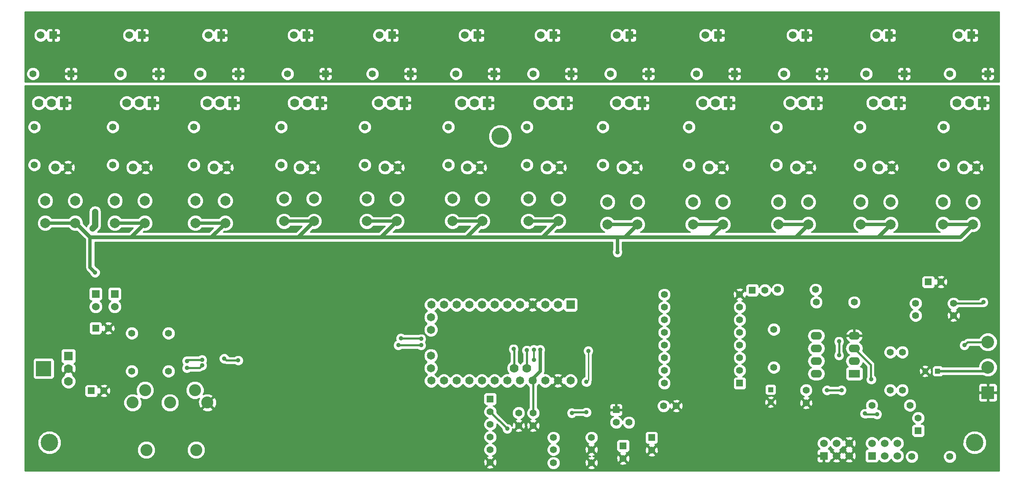
<source format=gbl>
G04 (created by PCBNEW (2013-07-07 BZR 4022)-stable) date 10/07/2014 12:19:25*
%MOIN*%
G04 Gerber Fmt 3.4, Leading zero omitted, Abs format*
%FSLAX34Y34*%
G01*
G70*
G90*
G04 APERTURE LIST*
%ADD10C,0.00590551*%
%ADD11R,0.065X0.065*%
%ADD12C,0.065*%
%ADD13C,0.07*%
%ADD14R,0.06X0.06*%
%ADD15C,0.06*%
%ADD16R,0.07X0.07*%
%ADD17R,0.12X0.12*%
%ADD18C,0.055*%
%ADD19C,0.066*%
%ADD20R,0.055X0.055*%
%ADD21R,0.1X0.1*%
%ADD22C,0.1*%
%ADD23C,0.095*%
%ADD24C,0.0787402*%
%ADD25R,0.09X0.062*%
%ADD26O,0.09X0.062*%
%ADD27C,0.137795*%
%ADD28R,0.0393701X0.0393701*%
%ADD29C,0.0472441*%
%ADD30C,0.035*%
%ADD31C,0.05*%
%ADD32C,0.015*%
%ADD33C,0.02*%
%ADD34C,0.025*%
%ADD35C,0.027*%
%ADD36C,0.03*%
%ADD37C,0.01*%
%ADD38C,0.012*%
G04 APERTURE END LIST*
G54D10*
G54D11*
X59100Y-46050D03*
G54D12*
X58100Y-46050D03*
X57100Y-46050D03*
X56100Y-46050D03*
X55100Y-46050D03*
X54100Y-46050D03*
X53100Y-46050D03*
X52100Y-46050D03*
X51100Y-46050D03*
X50100Y-46050D03*
X49100Y-46050D03*
X48100Y-46050D03*
X48072Y-47042D03*
X48072Y-48026D03*
X48072Y-50073D03*
X48072Y-51057D03*
X48100Y-52050D03*
X49100Y-52050D03*
X50100Y-52050D03*
X51100Y-52050D03*
X52100Y-52050D03*
X53100Y-52050D03*
X54100Y-52050D03*
X55100Y-52050D03*
X56100Y-52050D03*
X57100Y-52050D03*
X58100Y-52050D03*
X59100Y-52050D03*
G54D13*
X55631Y-51057D03*
X54647Y-51057D03*
G54D14*
X79100Y-58000D03*
G54D15*
X79100Y-57000D03*
X80100Y-58000D03*
X80100Y-57000D03*
X81100Y-58000D03*
X81100Y-57000D03*
G54D13*
X19450Y-52100D03*
X19450Y-51100D03*
G54D16*
X19450Y-50100D03*
G54D17*
X17481Y-51100D03*
G54D18*
X49450Y-35000D03*
X49450Y-32000D03*
X16750Y-35000D03*
X16750Y-32000D03*
X22950Y-35000D03*
X22950Y-32000D03*
X29350Y-35000D03*
X29350Y-32000D03*
X36250Y-35000D03*
X36250Y-32000D03*
X42850Y-35000D03*
X42850Y-32000D03*
X88550Y-35000D03*
X88550Y-32000D03*
X81950Y-35000D03*
X81950Y-32000D03*
X55650Y-35000D03*
X55650Y-32000D03*
X61650Y-35000D03*
X61650Y-32000D03*
X68450Y-35000D03*
X68450Y-32000D03*
X75350Y-35000D03*
X75350Y-32000D03*
G54D19*
X30950Y-35200D03*
X31950Y-35200D03*
X76950Y-35200D03*
X77950Y-35200D03*
X37750Y-35200D03*
X38750Y-35200D03*
X24550Y-35200D03*
X25550Y-35200D03*
X90150Y-35200D03*
X91150Y-35200D03*
X70050Y-35200D03*
X71050Y-35200D03*
X18400Y-35200D03*
X19400Y-35200D03*
X44450Y-35200D03*
X45450Y-35200D03*
X83450Y-35200D03*
X84450Y-35200D03*
X50950Y-35200D03*
X51950Y-35200D03*
X63250Y-35200D03*
X64250Y-35200D03*
X57250Y-35200D03*
X58250Y-35200D03*
G54D20*
X46450Y-27800D03*
G54D18*
X43450Y-27800D03*
G54D20*
X85450Y-27800D03*
G54D18*
X82450Y-27800D03*
G54D20*
X65250Y-27800D03*
G54D18*
X62250Y-27800D03*
G54D20*
X19650Y-27800D03*
G54D18*
X16650Y-27800D03*
G54D20*
X26550Y-27800D03*
G54D18*
X23550Y-27800D03*
G54D20*
X92050Y-27800D03*
G54D18*
X89050Y-27800D03*
G54D20*
X78950Y-27800D03*
G54D18*
X75950Y-27800D03*
G54D20*
X59150Y-27800D03*
G54D18*
X56150Y-27800D03*
G54D20*
X32850Y-27800D03*
G54D18*
X29850Y-27800D03*
G54D20*
X72050Y-27800D03*
G54D18*
X69050Y-27800D03*
G54D20*
X39750Y-27800D03*
G54D18*
X36750Y-27800D03*
G54D20*
X53050Y-27800D03*
G54D18*
X50050Y-27800D03*
G54D13*
X37300Y-30100D03*
X38300Y-30100D03*
G54D16*
X39300Y-30100D03*
G54D13*
X89600Y-30100D03*
X90600Y-30100D03*
G54D16*
X91600Y-30100D03*
G54D13*
X17100Y-30100D03*
X18100Y-30100D03*
G54D16*
X19100Y-30100D03*
G54D13*
X24050Y-30100D03*
X25050Y-30100D03*
G54D16*
X26050Y-30100D03*
G54D13*
X30400Y-30100D03*
X31400Y-30100D03*
G54D16*
X32400Y-30100D03*
G54D13*
X43950Y-30100D03*
X44950Y-30100D03*
G54D16*
X45950Y-30100D03*
G54D13*
X50500Y-30100D03*
X51500Y-30100D03*
G54D16*
X52500Y-30100D03*
G54D13*
X56700Y-30100D03*
X57700Y-30100D03*
G54D16*
X58700Y-30100D03*
G54D13*
X62750Y-30100D03*
X63750Y-30100D03*
G54D16*
X64750Y-30100D03*
G54D13*
X69550Y-30100D03*
X70550Y-30100D03*
G54D16*
X71550Y-30100D03*
G54D13*
X76450Y-30100D03*
X77450Y-30100D03*
G54D16*
X78450Y-30100D03*
G54D13*
X83000Y-30100D03*
X84000Y-30100D03*
G54D16*
X85000Y-30100D03*
G54D21*
X92050Y-53000D03*
G54D22*
X92050Y-51000D03*
X92050Y-49000D03*
G54D23*
X24515Y-53787D03*
X27468Y-53787D03*
X30421Y-53787D03*
X25500Y-52803D03*
X29437Y-52803D03*
X25598Y-57527D03*
X29535Y-57527D03*
G54D18*
X27350Y-48300D03*
X27350Y-51300D03*
X24450Y-48300D03*
X24450Y-51300D03*
X60750Y-56550D03*
X57750Y-56550D03*
X57750Y-57500D03*
X60750Y-57500D03*
X57750Y-58550D03*
X60750Y-58550D03*
G54D20*
X52750Y-53500D03*
G54D18*
X52750Y-54500D03*
X52750Y-55500D03*
X52750Y-56500D03*
X52750Y-57500D03*
X52750Y-58500D03*
G54D20*
X72452Y-52250D03*
G54D18*
X72452Y-51250D03*
X72452Y-50250D03*
X72452Y-49250D03*
X72452Y-48250D03*
X72452Y-47250D03*
X72452Y-46250D03*
X72452Y-45250D03*
X66500Y-45250D03*
X66500Y-46250D03*
X66500Y-47250D03*
X66500Y-48250D03*
X66500Y-49250D03*
X66500Y-50250D03*
X66500Y-51250D03*
X66500Y-52250D03*
G54D20*
X21250Y-52850D03*
G54D18*
X22250Y-52850D03*
G54D20*
X21600Y-47900D03*
G54D18*
X22600Y-47900D03*
G54D14*
X23100Y-45200D03*
G54D15*
X23100Y-46200D03*
G54D14*
X21600Y-45200D03*
G54D15*
X21600Y-46200D03*
G54D24*
X88515Y-37926D03*
X90877Y-37926D03*
X88515Y-39698D03*
X90877Y-39698D03*
X43015Y-37676D03*
X45377Y-37676D03*
X43015Y-39448D03*
X45377Y-39448D03*
X82015Y-37926D03*
X84377Y-37926D03*
X82015Y-39698D03*
X84377Y-39698D03*
X49765Y-37676D03*
X52127Y-37676D03*
X49765Y-39448D03*
X52127Y-39448D03*
X36465Y-37676D03*
X38827Y-37676D03*
X36465Y-39448D03*
X38827Y-39448D03*
X75515Y-37926D03*
X77877Y-37926D03*
X75515Y-39698D03*
X77877Y-39698D03*
X55765Y-37676D03*
X58127Y-37676D03*
X55765Y-39448D03*
X58127Y-39448D03*
X29465Y-37826D03*
X31827Y-37826D03*
X29465Y-39598D03*
X31827Y-39598D03*
X23115Y-37826D03*
X25477Y-37826D03*
X23115Y-39598D03*
X25477Y-39598D03*
X68765Y-37926D03*
X71127Y-37926D03*
X68765Y-39698D03*
X71127Y-39698D03*
X62015Y-37926D03*
X64377Y-37926D03*
X62015Y-39698D03*
X64377Y-39698D03*
X17615Y-37826D03*
X19977Y-37826D03*
X17615Y-39598D03*
X19977Y-39598D03*
G54D18*
X85300Y-52800D03*
X85300Y-49800D03*
X84350Y-49800D03*
X84350Y-52800D03*
X75450Y-44850D03*
X78450Y-44850D03*
X75150Y-48000D03*
X75150Y-51000D03*
X81500Y-45850D03*
X78500Y-45850D03*
X89350Y-45950D03*
X86350Y-45950D03*
X86350Y-46900D03*
X89350Y-46900D03*
G54D25*
X81500Y-51500D03*
G54D26*
X81500Y-50500D03*
X81500Y-49500D03*
X81500Y-48500D03*
X78500Y-48500D03*
X78500Y-49500D03*
X78500Y-50500D03*
X78500Y-51500D03*
G54D18*
X77700Y-52800D03*
X77700Y-53800D03*
X55000Y-54600D03*
X55000Y-55600D03*
X56150Y-54600D03*
X56150Y-55600D03*
X66450Y-54050D03*
X67450Y-54050D03*
G54D20*
X87350Y-44250D03*
G54D18*
X88350Y-44250D03*
G54D20*
X62700Y-54350D03*
G54D18*
X62700Y-55350D03*
X63700Y-55350D03*
X85900Y-54000D03*
X82900Y-54000D03*
X89050Y-58050D03*
X86050Y-58050D03*
G54D14*
X82900Y-58000D03*
G54D15*
X82900Y-57000D03*
X83900Y-58000D03*
X83900Y-57000D03*
X84900Y-58000D03*
X84900Y-57000D03*
G54D20*
X63250Y-57200D03*
G54D18*
X63250Y-58200D03*
G54D20*
X65500Y-56550D03*
G54D18*
X65500Y-57550D03*
G54D20*
X73450Y-44900D03*
G54D18*
X74450Y-44900D03*
G54D20*
X86550Y-56000D03*
G54D18*
X86550Y-55000D03*
G54D14*
X31500Y-24750D03*
G54D15*
X30500Y-24750D03*
G54D14*
X57750Y-24750D03*
G54D15*
X56750Y-24750D03*
G54D14*
X70750Y-24750D03*
G54D15*
X69750Y-24750D03*
G54D14*
X25250Y-24750D03*
G54D15*
X24250Y-24750D03*
G54D14*
X51750Y-24750D03*
G54D15*
X50750Y-24750D03*
G54D14*
X84250Y-24750D03*
G54D15*
X83250Y-24750D03*
G54D14*
X77650Y-24750D03*
G54D15*
X76650Y-24750D03*
G54D14*
X90750Y-24750D03*
G54D15*
X89750Y-24750D03*
G54D14*
X18250Y-24750D03*
G54D15*
X17250Y-24750D03*
G54D14*
X38250Y-24750D03*
G54D15*
X37250Y-24750D03*
G54D14*
X63750Y-24750D03*
G54D15*
X62750Y-24750D03*
G54D14*
X45000Y-24750D03*
G54D15*
X44000Y-24750D03*
G54D27*
X53550Y-32750D03*
X17950Y-56950D03*
X91000Y-56950D03*
G54D28*
X88092Y-51300D03*
G54D29*
X87107Y-51300D03*
G54D28*
X74900Y-52757D03*
G54D29*
X74900Y-53742D03*
G54D30*
X21350Y-27900D03*
X21550Y-38700D03*
X21350Y-40000D03*
X79350Y-52800D03*
X80500Y-52800D03*
X82350Y-54650D03*
X83300Y-54700D03*
X90200Y-49250D03*
X91700Y-45850D03*
X62800Y-41900D03*
X56700Y-49600D03*
X60350Y-54550D03*
X59200Y-54600D03*
X21550Y-43500D03*
X74400Y-46800D03*
X80600Y-55200D03*
X54600Y-49550D03*
X47300Y-49250D03*
X45500Y-49250D03*
X32850Y-50450D03*
X31750Y-50300D03*
X30000Y-50400D03*
X28800Y-50500D03*
X28800Y-51050D03*
X30000Y-50850D03*
X45700Y-48700D03*
X47300Y-48750D03*
X55650Y-49650D03*
X60500Y-49700D03*
X60350Y-52150D03*
X56200Y-49600D03*
X56200Y-50400D03*
X54100Y-55850D03*
X80300Y-48950D03*
X80300Y-50050D03*
X82850Y-51950D03*
G54D31*
X21550Y-39800D02*
X21550Y-38700D01*
X21350Y-40000D02*
X21550Y-39800D01*
G54D32*
X79350Y-52800D02*
X80500Y-52800D01*
X82350Y-54650D02*
X82400Y-54700D01*
X82400Y-54700D02*
X83300Y-54700D01*
X90200Y-49250D02*
X90450Y-49000D01*
X90450Y-49000D02*
X92050Y-49000D01*
X89350Y-45950D02*
X91600Y-45950D01*
X91600Y-45950D02*
X91700Y-45850D01*
G54D33*
X88092Y-51300D02*
X91750Y-51300D01*
X91750Y-51300D02*
X92050Y-51000D01*
G54D34*
X56100Y-52050D02*
X56100Y-51900D01*
X62800Y-41900D02*
X62800Y-40700D01*
X56700Y-51300D02*
X56700Y-49600D01*
X56100Y-51900D02*
X56700Y-51300D01*
G54D32*
X59250Y-54550D02*
X60350Y-54550D01*
X59200Y-54600D02*
X59250Y-54550D01*
X56150Y-54600D02*
X56150Y-52100D01*
X56150Y-52100D02*
X56100Y-52050D01*
G54D35*
X88515Y-39698D02*
X90877Y-39698D01*
X84377Y-39698D02*
X82015Y-39698D01*
X75515Y-39698D02*
X77877Y-39698D01*
X68765Y-39698D02*
X71127Y-39698D01*
X62015Y-39698D02*
X64377Y-39698D01*
X55765Y-39448D02*
X58127Y-39448D01*
X49765Y-39448D02*
X52127Y-39448D01*
X43015Y-39448D02*
X45377Y-39448D01*
X38827Y-39448D02*
X36465Y-39448D01*
X29465Y-39598D02*
X31827Y-39598D01*
X23115Y-39598D02*
X25477Y-39598D01*
X17615Y-39598D02*
X19977Y-39598D01*
X21150Y-43100D02*
X21150Y-40700D01*
X21550Y-43500D02*
X21150Y-43100D01*
G54D36*
X83375Y-40700D02*
X89875Y-40700D01*
X89875Y-40700D02*
X90877Y-39698D01*
X76950Y-40700D02*
X83375Y-40700D01*
X83375Y-40700D02*
X84377Y-39698D01*
X70125Y-40700D02*
X76950Y-40700D01*
X76950Y-40700D02*
X76875Y-40700D01*
X76875Y-40700D02*
X77877Y-39698D01*
X63350Y-40700D02*
X70125Y-40700D01*
X70125Y-40700D02*
X71127Y-39698D01*
X56750Y-40700D02*
X62800Y-40700D01*
X62800Y-40700D02*
X63350Y-40700D01*
X63350Y-40700D02*
X63375Y-40700D01*
X63375Y-40700D02*
X64377Y-39698D01*
X50750Y-40700D02*
X56750Y-40700D01*
X56750Y-40700D02*
X56875Y-40700D01*
X56875Y-40700D02*
X58127Y-39448D01*
X44125Y-40700D02*
X46150Y-40700D01*
X46150Y-40700D02*
X49450Y-40700D01*
X49450Y-40700D02*
X50750Y-40700D01*
X50750Y-40700D02*
X50875Y-40700D01*
X50875Y-40700D02*
X52127Y-39448D01*
X37550Y-40700D02*
X44125Y-40700D01*
X44125Y-40700D02*
X45377Y-39448D01*
X30725Y-40700D02*
X37550Y-40700D01*
X37550Y-40700D02*
X37575Y-40700D01*
X37575Y-40700D02*
X38827Y-39448D01*
X24375Y-40700D02*
X30725Y-40700D01*
X30725Y-40700D02*
X31827Y-39598D01*
X19977Y-39598D02*
X20048Y-39598D01*
X20048Y-39598D02*
X21150Y-40700D01*
X24375Y-40700D02*
X25477Y-39598D01*
X21150Y-40700D02*
X21550Y-40700D01*
X21550Y-40700D02*
X24375Y-40700D01*
G54D32*
X54647Y-49597D02*
X54647Y-51057D01*
X54600Y-49550D02*
X54647Y-49597D01*
X45500Y-49250D02*
X47300Y-49250D01*
X31900Y-50450D02*
X32850Y-50450D01*
X31750Y-50300D02*
X31900Y-50450D01*
X28900Y-50400D02*
X30000Y-50400D01*
X28800Y-50500D02*
X28900Y-50400D01*
X55631Y-51057D02*
X55631Y-49631D01*
X29800Y-51050D02*
X28800Y-51050D01*
X30000Y-50850D02*
X29800Y-51050D01*
X47250Y-48700D02*
X45700Y-48700D01*
X47300Y-48750D02*
X47250Y-48700D01*
X55631Y-49631D02*
X55650Y-49650D01*
G54D37*
X60500Y-52000D02*
X60500Y-49700D01*
X60350Y-52150D02*
X60500Y-52000D01*
G54D38*
X56200Y-50400D02*
X56200Y-49600D01*
G54D32*
X52750Y-54500D02*
X54100Y-55850D01*
X80300Y-50050D02*
X80300Y-48950D01*
X82800Y-50800D02*
X81500Y-49500D01*
X82800Y-51900D02*
X82800Y-50800D01*
X82850Y-51950D02*
X82800Y-51900D01*
G54D10*
G36*
X92930Y-28450D02*
X92575Y-28450D01*
X92575Y-28025D01*
X92575Y-27574D01*
X92574Y-27475D01*
X92536Y-27383D01*
X92466Y-27312D01*
X92374Y-27274D01*
X92162Y-27275D01*
X92100Y-27337D01*
X92100Y-27750D01*
X92512Y-27750D01*
X92575Y-27687D01*
X92575Y-27574D01*
X92575Y-28025D01*
X92575Y-27912D01*
X92512Y-27850D01*
X92100Y-27850D01*
X92100Y-28262D01*
X92162Y-28325D01*
X92374Y-28325D01*
X92466Y-28287D01*
X92536Y-28216D01*
X92574Y-28124D01*
X92575Y-28025D01*
X92575Y-28450D01*
X92000Y-28450D01*
X92000Y-28262D01*
X92000Y-27850D01*
X92000Y-27750D01*
X92000Y-27337D01*
X91937Y-27275D01*
X91725Y-27274D01*
X91633Y-27312D01*
X91563Y-27383D01*
X91525Y-27475D01*
X91524Y-27574D01*
X91525Y-27687D01*
X91587Y-27750D01*
X92000Y-27750D01*
X92000Y-27850D01*
X91587Y-27850D01*
X91525Y-27912D01*
X91524Y-28025D01*
X91525Y-28124D01*
X91563Y-28216D01*
X91633Y-28287D01*
X91725Y-28325D01*
X91937Y-28325D01*
X92000Y-28262D01*
X92000Y-28450D01*
X91300Y-28450D01*
X91300Y-25000D01*
X91300Y-24499D01*
X91299Y-24400D01*
X91261Y-24308D01*
X91191Y-24237D01*
X91099Y-24199D01*
X90862Y-24200D01*
X90800Y-24262D01*
X90800Y-24700D01*
X91237Y-24700D01*
X91300Y-24637D01*
X91300Y-24499D01*
X91300Y-25000D01*
X91300Y-24862D01*
X91237Y-24800D01*
X90800Y-24800D01*
X90800Y-25237D01*
X90862Y-25300D01*
X91099Y-25300D01*
X91191Y-25262D01*
X91261Y-25191D01*
X91299Y-25099D01*
X91300Y-25000D01*
X91300Y-28450D01*
X90700Y-28450D01*
X90700Y-25237D01*
X90700Y-24800D01*
X90692Y-24800D01*
X90692Y-24700D01*
X90700Y-24700D01*
X90700Y-24262D01*
X90637Y-24200D01*
X90400Y-24199D01*
X90308Y-24237D01*
X90238Y-24308D01*
X90200Y-24400D01*
X90200Y-24422D01*
X90061Y-24284D01*
X89859Y-24200D01*
X89641Y-24199D01*
X89438Y-24283D01*
X89284Y-24438D01*
X89200Y-24640D01*
X89199Y-24858D01*
X89283Y-25061D01*
X89438Y-25215D01*
X89640Y-25299D01*
X89858Y-25300D01*
X90061Y-25216D01*
X90200Y-25077D01*
X90200Y-25099D01*
X90238Y-25191D01*
X90308Y-25262D01*
X90400Y-25300D01*
X90637Y-25300D01*
X90700Y-25237D01*
X90700Y-28450D01*
X89575Y-28450D01*
X89575Y-27696D01*
X89495Y-27503D01*
X89347Y-27355D01*
X89154Y-27275D01*
X88946Y-27274D01*
X88753Y-27354D01*
X88605Y-27502D01*
X88525Y-27695D01*
X88524Y-27903D01*
X88604Y-28097D01*
X88752Y-28244D01*
X88945Y-28324D01*
X89153Y-28325D01*
X89347Y-28245D01*
X89494Y-28097D01*
X89574Y-27904D01*
X89575Y-27696D01*
X89575Y-28450D01*
X85975Y-28450D01*
X85975Y-28025D01*
X85975Y-27574D01*
X85974Y-27475D01*
X85936Y-27383D01*
X85866Y-27312D01*
X85774Y-27274D01*
X85562Y-27275D01*
X85500Y-27337D01*
X85500Y-27750D01*
X85912Y-27750D01*
X85975Y-27687D01*
X85975Y-27574D01*
X85975Y-28025D01*
X85975Y-27912D01*
X85912Y-27850D01*
X85500Y-27850D01*
X85500Y-28262D01*
X85562Y-28325D01*
X85774Y-28325D01*
X85866Y-28287D01*
X85936Y-28216D01*
X85974Y-28124D01*
X85975Y-28025D01*
X85975Y-28450D01*
X85400Y-28450D01*
X85400Y-28262D01*
X85400Y-27850D01*
X85400Y-27750D01*
X85400Y-27337D01*
X85337Y-27275D01*
X85125Y-27274D01*
X85033Y-27312D01*
X84963Y-27383D01*
X84925Y-27475D01*
X84924Y-27574D01*
X84925Y-27687D01*
X84987Y-27750D01*
X85400Y-27750D01*
X85400Y-27850D01*
X84987Y-27850D01*
X84925Y-27912D01*
X84924Y-28025D01*
X84925Y-28124D01*
X84963Y-28216D01*
X85033Y-28287D01*
X85125Y-28325D01*
X85337Y-28325D01*
X85400Y-28262D01*
X85400Y-28450D01*
X84800Y-28450D01*
X84800Y-25000D01*
X84800Y-24499D01*
X84799Y-24400D01*
X84761Y-24308D01*
X84691Y-24237D01*
X84599Y-24199D01*
X84362Y-24200D01*
X84300Y-24262D01*
X84300Y-24700D01*
X84737Y-24700D01*
X84800Y-24637D01*
X84800Y-24499D01*
X84800Y-25000D01*
X84800Y-24862D01*
X84737Y-24800D01*
X84300Y-24800D01*
X84300Y-25237D01*
X84362Y-25300D01*
X84599Y-25300D01*
X84691Y-25262D01*
X84761Y-25191D01*
X84799Y-25099D01*
X84800Y-25000D01*
X84800Y-28450D01*
X84200Y-28450D01*
X84200Y-25237D01*
X84200Y-24800D01*
X84192Y-24800D01*
X84192Y-24700D01*
X84200Y-24700D01*
X84200Y-24262D01*
X84137Y-24200D01*
X83900Y-24199D01*
X83808Y-24237D01*
X83738Y-24308D01*
X83700Y-24400D01*
X83700Y-24422D01*
X83561Y-24284D01*
X83359Y-24200D01*
X83141Y-24199D01*
X82938Y-24283D01*
X82784Y-24438D01*
X82700Y-24640D01*
X82699Y-24858D01*
X82783Y-25061D01*
X82938Y-25215D01*
X83140Y-25299D01*
X83358Y-25300D01*
X83561Y-25216D01*
X83700Y-25077D01*
X83700Y-25099D01*
X83738Y-25191D01*
X83808Y-25262D01*
X83900Y-25300D01*
X84137Y-25300D01*
X84200Y-25237D01*
X84200Y-28450D01*
X82975Y-28450D01*
X82975Y-27696D01*
X82895Y-27503D01*
X82747Y-27355D01*
X82554Y-27275D01*
X82346Y-27274D01*
X82153Y-27354D01*
X82005Y-27502D01*
X81925Y-27695D01*
X81924Y-27903D01*
X82004Y-28097D01*
X82152Y-28244D01*
X82345Y-28324D01*
X82553Y-28325D01*
X82747Y-28245D01*
X82894Y-28097D01*
X82974Y-27904D01*
X82975Y-27696D01*
X82975Y-28450D01*
X79475Y-28450D01*
X79475Y-28025D01*
X79475Y-27574D01*
X79474Y-27475D01*
X79436Y-27383D01*
X79366Y-27312D01*
X79274Y-27274D01*
X79062Y-27275D01*
X79000Y-27337D01*
X79000Y-27750D01*
X79412Y-27750D01*
X79475Y-27687D01*
X79475Y-27574D01*
X79475Y-28025D01*
X79475Y-27912D01*
X79412Y-27850D01*
X79000Y-27850D01*
X79000Y-28262D01*
X79062Y-28325D01*
X79274Y-28325D01*
X79366Y-28287D01*
X79436Y-28216D01*
X79474Y-28124D01*
X79475Y-28025D01*
X79475Y-28450D01*
X78900Y-28450D01*
X78900Y-28262D01*
X78900Y-27850D01*
X78900Y-27750D01*
X78900Y-27337D01*
X78837Y-27275D01*
X78625Y-27274D01*
X78533Y-27312D01*
X78463Y-27383D01*
X78425Y-27475D01*
X78424Y-27574D01*
X78425Y-27687D01*
X78487Y-27750D01*
X78900Y-27750D01*
X78900Y-27850D01*
X78487Y-27850D01*
X78425Y-27912D01*
X78424Y-28025D01*
X78425Y-28124D01*
X78463Y-28216D01*
X78533Y-28287D01*
X78625Y-28325D01*
X78837Y-28325D01*
X78900Y-28262D01*
X78900Y-28450D01*
X78200Y-28450D01*
X78200Y-25000D01*
X78200Y-24499D01*
X78199Y-24400D01*
X78161Y-24308D01*
X78091Y-24237D01*
X77999Y-24199D01*
X77762Y-24200D01*
X77700Y-24262D01*
X77700Y-24700D01*
X78137Y-24700D01*
X78200Y-24637D01*
X78200Y-24499D01*
X78200Y-25000D01*
X78200Y-24862D01*
X78137Y-24800D01*
X77700Y-24800D01*
X77700Y-25237D01*
X77762Y-25300D01*
X77999Y-25300D01*
X78091Y-25262D01*
X78161Y-25191D01*
X78199Y-25099D01*
X78200Y-25000D01*
X78200Y-28450D01*
X77600Y-28450D01*
X77600Y-25237D01*
X77600Y-24800D01*
X77592Y-24800D01*
X77592Y-24700D01*
X77600Y-24700D01*
X77600Y-24262D01*
X77537Y-24200D01*
X77300Y-24199D01*
X77208Y-24237D01*
X77138Y-24308D01*
X77100Y-24400D01*
X77100Y-24422D01*
X76961Y-24284D01*
X76759Y-24200D01*
X76541Y-24199D01*
X76338Y-24283D01*
X76184Y-24438D01*
X76100Y-24640D01*
X76099Y-24858D01*
X76183Y-25061D01*
X76338Y-25215D01*
X76540Y-25299D01*
X76758Y-25300D01*
X76961Y-25216D01*
X77100Y-25077D01*
X77100Y-25099D01*
X77138Y-25191D01*
X77208Y-25262D01*
X77300Y-25300D01*
X77537Y-25300D01*
X77600Y-25237D01*
X77600Y-28450D01*
X76475Y-28450D01*
X76475Y-27696D01*
X76395Y-27503D01*
X76247Y-27355D01*
X76054Y-27275D01*
X75846Y-27274D01*
X75653Y-27354D01*
X75505Y-27502D01*
X75425Y-27695D01*
X75424Y-27903D01*
X75504Y-28097D01*
X75652Y-28244D01*
X75845Y-28324D01*
X76053Y-28325D01*
X76247Y-28245D01*
X76394Y-28097D01*
X76474Y-27904D01*
X76475Y-27696D01*
X76475Y-28450D01*
X72575Y-28450D01*
X72575Y-28025D01*
X72575Y-27574D01*
X72574Y-27475D01*
X72536Y-27383D01*
X72466Y-27312D01*
X72374Y-27274D01*
X72162Y-27275D01*
X72100Y-27337D01*
X72100Y-27750D01*
X72512Y-27750D01*
X72575Y-27687D01*
X72575Y-27574D01*
X72575Y-28025D01*
X72575Y-27912D01*
X72512Y-27850D01*
X72100Y-27850D01*
X72100Y-28262D01*
X72162Y-28325D01*
X72374Y-28325D01*
X72466Y-28287D01*
X72536Y-28216D01*
X72574Y-28124D01*
X72575Y-28025D01*
X72575Y-28450D01*
X72000Y-28450D01*
X72000Y-28262D01*
X72000Y-27850D01*
X72000Y-27750D01*
X72000Y-27337D01*
X71937Y-27275D01*
X71725Y-27274D01*
X71633Y-27312D01*
X71563Y-27383D01*
X71525Y-27475D01*
X71524Y-27574D01*
X71525Y-27687D01*
X71587Y-27750D01*
X72000Y-27750D01*
X72000Y-27850D01*
X71587Y-27850D01*
X71525Y-27912D01*
X71524Y-28025D01*
X71525Y-28124D01*
X71563Y-28216D01*
X71633Y-28287D01*
X71725Y-28325D01*
X71937Y-28325D01*
X72000Y-28262D01*
X72000Y-28450D01*
X71300Y-28450D01*
X71300Y-25000D01*
X71300Y-24499D01*
X71299Y-24400D01*
X71261Y-24308D01*
X71191Y-24237D01*
X71099Y-24199D01*
X70862Y-24200D01*
X70800Y-24262D01*
X70800Y-24700D01*
X71237Y-24700D01*
X71300Y-24637D01*
X71300Y-24499D01*
X71300Y-25000D01*
X71300Y-24862D01*
X71237Y-24800D01*
X70800Y-24800D01*
X70800Y-25237D01*
X70862Y-25300D01*
X71099Y-25300D01*
X71191Y-25262D01*
X71261Y-25191D01*
X71299Y-25099D01*
X71300Y-25000D01*
X71300Y-28450D01*
X70700Y-28450D01*
X70700Y-25237D01*
X70700Y-24800D01*
X70692Y-24800D01*
X70692Y-24700D01*
X70700Y-24700D01*
X70700Y-24262D01*
X70637Y-24200D01*
X70400Y-24199D01*
X70308Y-24237D01*
X70238Y-24308D01*
X70200Y-24400D01*
X70200Y-24422D01*
X70061Y-24284D01*
X69859Y-24200D01*
X69641Y-24199D01*
X69438Y-24283D01*
X69284Y-24438D01*
X69200Y-24640D01*
X69199Y-24858D01*
X69283Y-25061D01*
X69438Y-25215D01*
X69640Y-25299D01*
X69858Y-25300D01*
X70061Y-25216D01*
X70200Y-25077D01*
X70200Y-25099D01*
X70238Y-25191D01*
X70308Y-25262D01*
X70400Y-25300D01*
X70637Y-25300D01*
X70700Y-25237D01*
X70700Y-28450D01*
X69575Y-28450D01*
X69575Y-27696D01*
X69495Y-27503D01*
X69347Y-27355D01*
X69154Y-27275D01*
X68946Y-27274D01*
X68753Y-27354D01*
X68605Y-27502D01*
X68525Y-27695D01*
X68524Y-27903D01*
X68604Y-28097D01*
X68752Y-28244D01*
X68945Y-28324D01*
X69153Y-28325D01*
X69347Y-28245D01*
X69494Y-28097D01*
X69574Y-27904D01*
X69575Y-27696D01*
X69575Y-28450D01*
X65775Y-28450D01*
X65775Y-28025D01*
X65775Y-27574D01*
X65774Y-27475D01*
X65736Y-27383D01*
X65666Y-27312D01*
X65574Y-27274D01*
X65362Y-27275D01*
X65300Y-27337D01*
X65300Y-27750D01*
X65712Y-27750D01*
X65775Y-27687D01*
X65775Y-27574D01*
X65775Y-28025D01*
X65775Y-27912D01*
X65712Y-27850D01*
X65300Y-27850D01*
X65300Y-28262D01*
X65362Y-28325D01*
X65574Y-28325D01*
X65666Y-28287D01*
X65736Y-28216D01*
X65774Y-28124D01*
X65775Y-28025D01*
X65775Y-28450D01*
X65200Y-28450D01*
X65200Y-28262D01*
X65200Y-27850D01*
X65200Y-27750D01*
X65200Y-27337D01*
X65137Y-27275D01*
X64925Y-27274D01*
X64833Y-27312D01*
X64763Y-27383D01*
X64725Y-27475D01*
X64724Y-27574D01*
X64725Y-27687D01*
X64787Y-27750D01*
X65200Y-27750D01*
X65200Y-27850D01*
X64787Y-27850D01*
X64725Y-27912D01*
X64724Y-28025D01*
X64725Y-28124D01*
X64763Y-28216D01*
X64833Y-28287D01*
X64925Y-28325D01*
X65137Y-28325D01*
X65200Y-28262D01*
X65200Y-28450D01*
X64300Y-28450D01*
X64300Y-25000D01*
X64300Y-24499D01*
X64299Y-24400D01*
X64261Y-24308D01*
X64191Y-24237D01*
X64099Y-24199D01*
X63862Y-24200D01*
X63800Y-24262D01*
X63800Y-24700D01*
X64237Y-24700D01*
X64300Y-24637D01*
X64300Y-24499D01*
X64300Y-25000D01*
X64300Y-24862D01*
X64237Y-24800D01*
X63800Y-24800D01*
X63800Y-25237D01*
X63862Y-25300D01*
X64099Y-25300D01*
X64191Y-25262D01*
X64261Y-25191D01*
X64299Y-25099D01*
X64300Y-25000D01*
X64300Y-28450D01*
X63700Y-28450D01*
X63700Y-25237D01*
X63700Y-24800D01*
X63692Y-24800D01*
X63692Y-24700D01*
X63700Y-24700D01*
X63700Y-24262D01*
X63637Y-24200D01*
X63400Y-24199D01*
X63308Y-24237D01*
X63238Y-24308D01*
X63200Y-24400D01*
X63200Y-24422D01*
X63061Y-24284D01*
X62859Y-24200D01*
X62641Y-24199D01*
X62438Y-24283D01*
X62284Y-24438D01*
X62200Y-24640D01*
X62199Y-24858D01*
X62283Y-25061D01*
X62438Y-25215D01*
X62640Y-25299D01*
X62858Y-25300D01*
X63061Y-25216D01*
X63200Y-25077D01*
X63200Y-25099D01*
X63238Y-25191D01*
X63308Y-25262D01*
X63400Y-25300D01*
X63637Y-25300D01*
X63700Y-25237D01*
X63700Y-28450D01*
X62775Y-28450D01*
X62775Y-27696D01*
X62695Y-27503D01*
X62547Y-27355D01*
X62354Y-27275D01*
X62146Y-27274D01*
X61953Y-27354D01*
X61805Y-27502D01*
X61725Y-27695D01*
X61724Y-27903D01*
X61804Y-28097D01*
X61952Y-28244D01*
X62145Y-28324D01*
X62353Y-28325D01*
X62547Y-28245D01*
X62694Y-28097D01*
X62774Y-27904D01*
X62775Y-27696D01*
X62775Y-28450D01*
X59675Y-28450D01*
X59675Y-28025D01*
X59675Y-27574D01*
X59674Y-27475D01*
X59636Y-27383D01*
X59566Y-27312D01*
X59474Y-27274D01*
X59262Y-27275D01*
X59200Y-27337D01*
X59200Y-27750D01*
X59612Y-27750D01*
X59675Y-27687D01*
X59675Y-27574D01*
X59675Y-28025D01*
X59675Y-27912D01*
X59612Y-27850D01*
X59200Y-27850D01*
X59200Y-28262D01*
X59262Y-28325D01*
X59474Y-28325D01*
X59566Y-28287D01*
X59636Y-28216D01*
X59674Y-28124D01*
X59675Y-28025D01*
X59675Y-28450D01*
X59100Y-28450D01*
X59100Y-28262D01*
X59100Y-27850D01*
X59100Y-27750D01*
X59100Y-27337D01*
X59037Y-27275D01*
X58825Y-27274D01*
X58733Y-27312D01*
X58663Y-27383D01*
X58625Y-27475D01*
X58624Y-27574D01*
X58625Y-27687D01*
X58687Y-27750D01*
X59100Y-27750D01*
X59100Y-27850D01*
X58687Y-27850D01*
X58625Y-27912D01*
X58624Y-28025D01*
X58625Y-28124D01*
X58663Y-28216D01*
X58733Y-28287D01*
X58825Y-28325D01*
X59037Y-28325D01*
X59100Y-28262D01*
X59100Y-28450D01*
X58300Y-28450D01*
X58300Y-25000D01*
X58300Y-24499D01*
X58299Y-24400D01*
X58261Y-24308D01*
X58191Y-24237D01*
X58099Y-24199D01*
X57862Y-24200D01*
X57800Y-24262D01*
X57800Y-24700D01*
X58237Y-24700D01*
X58300Y-24637D01*
X58300Y-24499D01*
X58300Y-25000D01*
X58300Y-24862D01*
X58237Y-24800D01*
X57800Y-24800D01*
X57800Y-25237D01*
X57862Y-25300D01*
X58099Y-25300D01*
X58191Y-25262D01*
X58261Y-25191D01*
X58299Y-25099D01*
X58300Y-25000D01*
X58300Y-28450D01*
X57700Y-28450D01*
X57700Y-25237D01*
X57700Y-24800D01*
X57692Y-24800D01*
X57692Y-24700D01*
X57700Y-24700D01*
X57700Y-24262D01*
X57637Y-24200D01*
X57400Y-24199D01*
X57308Y-24237D01*
X57238Y-24308D01*
X57200Y-24400D01*
X57200Y-24422D01*
X57061Y-24284D01*
X56859Y-24200D01*
X56641Y-24199D01*
X56438Y-24283D01*
X56284Y-24438D01*
X56200Y-24640D01*
X56199Y-24858D01*
X56283Y-25061D01*
X56438Y-25215D01*
X56640Y-25299D01*
X56858Y-25300D01*
X57061Y-25216D01*
X57200Y-25077D01*
X57200Y-25099D01*
X57238Y-25191D01*
X57308Y-25262D01*
X57400Y-25300D01*
X57637Y-25300D01*
X57700Y-25237D01*
X57700Y-28450D01*
X56675Y-28450D01*
X56675Y-27696D01*
X56595Y-27503D01*
X56447Y-27355D01*
X56254Y-27275D01*
X56046Y-27274D01*
X55853Y-27354D01*
X55705Y-27502D01*
X55625Y-27695D01*
X55624Y-27903D01*
X55704Y-28097D01*
X55852Y-28244D01*
X56045Y-28324D01*
X56253Y-28325D01*
X56447Y-28245D01*
X56594Y-28097D01*
X56674Y-27904D01*
X56675Y-27696D01*
X56675Y-28450D01*
X53575Y-28450D01*
X53575Y-28025D01*
X53575Y-27574D01*
X53574Y-27475D01*
X53536Y-27383D01*
X53466Y-27312D01*
X53374Y-27274D01*
X53162Y-27275D01*
X53100Y-27337D01*
X53100Y-27750D01*
X53512Y-27750D01*
X53575Y-27687D01*
X53575Y-27574D01*
X53575Y-28025D01*
X53575Y-27912D01*
X53512Y-27850D01*
X53100Y-27850D01*
X53100Y-28262D01*
X53162Y-28325D01*
X53374Y-28325D01*
X53466Y-28287D01*
X53536Y-28216D01*
X53574Y-28124D01*
X53575Y-28025D01*
X53575Y-28450D01*
X53000Y-28450D01*
X53000Y-28262D01*
X53000Y-27850D01*
X53000Y-27750D01*
X53000Y-27337D01*
X52937Y-27275D01*
X52725Y-27274D01*
X52633Y-27312D01*
X52563Y-27383D01*
X52525Y-27475D01*
X52524Y-27574D01*
X52525Y-27687D01*
X52587Y-27750D01*
X53000Y-27750D01*
X53000Y-27850D01*
X52587Y-27850D01*
X52525Y-27912D01*
X52524Y-28025D01*
X52525Y-28124D01*
X52563Y-28216D01*
X52633Y-28287D01*
X52725Y-28325D01*
X52937Y-28325D01*
X53000Y-28262D01*
X53000Y-28450D01*
X52300Y-28450D01*
X52300Y-25000D01*
X52300Y-24499D01*
X52299Y-24400D01*
X52261Y-24308D01*
X52191Y-24237D01*
X52099Y-24199D01*
X51862Y-24200D01*
X51800Y-24262D01*
X51800Y-24700D01*
X52237Y-24700D01*
X52300Y-24637D01*
X52300Y-24499D01*
X52300Y-25000D01*
X52300Y-24862D01*
X52237Y-24800D01*
X51800Y-24800D01*
X51800Y-25237D01*
X51862Y-25300D01*
X52099Y-25300D01*
X52191Y-25262D01*
X52261Y-25191D01*
X52299Y-25099D01*
X52300Y-25000D01*
X52300Y-28450D01*
X51700Y-28450D01*
X51700Y-25237D01*
X51700Y-24800D01*
X51692Y-24800D01*
X51692Y-24700D01*
X51700Y-24700D01*
X51700Y-24262D01*
X51637Y-24200D01*
X51400Y-24199D01*
X51308Y-24237D01*
X51238Y-24308D01*
X51200Y-24400D01*
X51200Y-24422D01*
X51061Y-24284D01*
X50859Y-24200D01*
X50641Y-24199D01*
X50438Y-24283D01*
X50284Y-24438D01*
X50200Y-24640D01*
X50199Y-24858D01*
X50283Y-25061D01*
X50438Y-25215D01*
X50640Y-25299D01*
X50858Y-25300D01*
X51061Y-25216D01*
X51200Y-25077D01*
X51200Y-25099D01*
X51238Y-25191D01*
X51308Y-25262D01*
X51400Y-25300D01*
X51637Y-25300D01*
X51700Y-25237D01*
X51700Y-28450D01*
X50575Y-28450D01*
X50575Y-27696D01*
X50495Y-27503D01*
X50347Y-27355D01*
X50154Y-27275D01*
X49946Y-27274D01*
X49753Y-27354D01*
X49605Y-27502D01*
X49525Y-27695D01*
X49524Y-27903D01*
X49604Y-28097D01*
X49752Y-28244D01*
X49945Y-28324D01*
X50153Y-28325D01*
X50347Y-28245D01*
X50494Y-28097D01*
X50574Y-27904D01*
X50575Y-27696D01*
X50575Y-28450D01*
X46975Y-28450D01*
X46975Y-28025D01*
X46975Y-27574D01*
X46974Y-27475D01*
X46936Y-27383D01*
X46866Y-27312D01*
X46774Y-27274D01*
X46562Y-27275D01*
X46500Y-27337D01*
X46500Y-27750D01*
X46912Y-27750D01*
X46975Y-27687D01*
X46975Y-27574D01*
X46975Y-28025D01*
X46975Y-27912D01*
X46912Y-27850D01*
X46500Y-27850D01*
X46500Y-28262D01*
X46562Y-28325D01*
X46774Y-28325D01*
X46866Y-28287D01*
X46936Y-28216D01*
X46974Y-28124D01*
X46975Y-28025D01*
X46975Y-28450D01*
X46400Y-28450D01*
X46400Y-28262D01*
X46400Y-27850D01*
X46400Y-27750D01*
X46400Y-27337D01*
X46337Y-27275D01*
X46125Y-27274D01*
X46033Y-27312D01*
X45963Y-27383D01*
X45925Y-27475D01*
X45924Y-27574D01*
X45925Y-27687D01*
X45987Y-27750D01*
X46400Y-27750D01*
X46400Y-27850D01*
X45987Y-27850D01*
X45925Y-27912D01*
X45924Y-28025D01*
X45925Y-28124D01*
X45963Y-28216D01*
X46033Y-28287D01*
X46125Y-28325D01*
X46337Y-28325D01*
X46400Y-28262D01*
X46400Y-28450D01*
X45550Y-28450D01*
X45550Y-25000D01*
X45550Y-24499D01*
X45549Y-24400D01*
X45511Y-24308D01*
X45441Y-24237D01*
X45349Y-24199D01*
X45112Y-24200D01*
X45050Y-24262D01*
X45050Y-24700D01*
X45487Y-24700D01*
X45550Y-24637D01*
X45550Y-24499D01*
X45550Y-25000D01*
X45550Y-24862D01*
X45487Y-24800D01*
X45050Y-24800D01*
X45050Y-25237D01*
X45112Y-25300D01*
X45349Y-25300D01*
X45441Y-25262D01*
X45511Y-25191D01*
X45549Y-25099D01*
X45550Y-25000D01*
X45550Y-28450D01*
X44950Y-28450D01*
X44950Y-25237D01*
X44950Y-24800D01*
X44942Y-24800D01*
X44942Y-24700D01*
X44950Y-24700D01*
X44950Y-24262D01*
X44887Y-24200D01*
X44650Y-24199D01*
X44558Y-24237D01*
X44488Y-24308D01*
X44450Y-24400D01*
X44450Y-24422D01*
X44311Y-24284D01*
X44109Y-24200D01*
X43891Y-24199D01*
X43688Y-24283D01*
X43534Y-24438D01*
X43450Y-24640D01*
X43449Y-24858D01*
X43533Y-25061D01*
X43688Y-25215D01*
X43890Y-25299D01*
X44108Y-25300D01*
X44311Y-25216D01*
X44450Y-25077D01*
X44450Y-25099D01*
X44488Y-25191D01*
X44558Y-25262D01*
X44650Y-25300D01*
X44887Y-25300D01*
X44950Y-25237D01*
X44950Y-28450D01*
X43975Y-28450D01*
X43975Y-27696D01*
X43895Y-27503D01*
X43747Y-27355D01*
X43554Y-27275D01*
X43346Y-27274D01*
X43153Y-27354D01*
X43005Y-27502D01*
X42925Y-27695D01*
X42924Y-27903D01*
X43004Y-28097D01*
X43152Y-28244D01*
X43345Y-28324D01*
X43553Y-28325D01*
X43747Y-28245D01*
X43894Y-28097D01*
X43974Y-27904D01*
X43975Y-27696D01*
X43975Y-28450D01*
X40275Y-28450D01*
X40275Y-28025D01*
X40275Y-27574D01*
X40274Y-27475D01*
X40236Y-27383D01*
X40166Y-27312D01*
X40074Y-27274D01*
X39862Y-27275D01*
X39800Y-27337D01*
X39800Y-27750D01*
X40212Y-27750D01*
X40275Y-27687D01*
X40275Y-27574D01*
X40275Y-28025D01*
X40275Y-27912D01*
X40212Y-27850D01*
X39800Y-27850D01*
X39800Y-28262D01*
X39862Y-28325D01*
X40074Y-28325D01*
X40166Y-28287D01*
X40236Y-28216D01*
X40274Y-28124D01*
X40275Y-28025D01*
X40275Y-28450D01*
X39700Y-28450D01*
X39700Y-28262D01*
X39700Y-27850D01*
X39700Y-27750D01*
X39700Y-27337D01*
X39637Y-27275D01*
X39425Y-27274D01*
X39333Y-27312D01*
X39263Y-27383D01*
X39225Y-27475D01*
X39224Y-27574D01*
X39225Y-27687D01*
X39287Y-27750D01*
X39700Y-27750D01*
X39700Y-27850D01*
X39287Y-27850D01*
X39225Y-27912D01*
X39224Y-28025D01*
X39225Y-28124D01*
X39263Y-28216D01*
X39333Y-28287D01*
X39425Y-28325D01*
X39637Y-28325D01*
X39700Y-28262D01*
X39700Y-28450D01*
X38800Y-28450D01*
X38800Y-25000D01*
X38800Y-24499D01*
X38799Y-24400D01*
X38761Y-24308D01*
X38691Y-24237D01*
X38599Y-24199D01*
X38362Y-24200D01*
X38300Y-24262D01*
X38300Y-24700D01*
X38737Y-24700D01*
X38800Y-24637D01*
X38800Y-24499D01*
X38800Y-25000D01*
X38800Y-24862D01*
X38737Y-24800D01*
X38300Y-24800D01*
X38300Y-25237D01*
X38362Y-25300D01*
X38599Y-25300D01*
X38691Y-25262D01*
X38761Y-25191D01*
X38799Y-25099D01*
X38800Y-25000D01*
X38800Y-28450D01*
X38200Y-28450D01*
X38200Y-25237D01*
X38200Y-24800D01*
X38192Y-24800D01*
X38192Y-24700D01*
X38200Y-24700D01*
X38200Y-24262D01*
X38137Y-24200D01*
X37900Y-24199D01*
X37808Y-24237D01*
X37738Y-24308D01*
X37700Y-24400D01*
X37700Y-24422D01*
X37561Y-24284D01*
X37359Y-24200D01*
X37141Y-24199D01*
X36938Y-24283D01*
X36784Y-24438D01*
X36700Y-24640D01*
X36699Y-24858D01*
X36783Y-25061D01*
X36938Y-25215D01*
X37140Y-25299D01*
X37358Y-25300D01*
X37561Y-25216D01*
X37700Y-25077D01*
X37700Y-25099D01*
X37738Y-25191D01*
X37808Y-25262D01*
X37900Y-25300D01*
X38137Y-25300D01*
X38200Y-25237D01*
X38200Y-28450D01*
X37275Y-28450D01*
X37275Y-27696D01*
X37195Y-27503D01*
X37047Y-27355D01*
X36854Y-27275D01*
X36646Y-27274D01*
X36453Y-27354D01*
X36305Y-27502D01*
X36225Y-27695D01*
X36224Y-27903D01*
X36304Y-28097D01*
X36452Y-28244D01*
X36645Y-28324D01*
X36853Y-28325D01*
X37047Y-28245D01*
X37194Y-28097D01*
X37274Y-27904D01*
X37275Y-27696D01*
X37275Y-28450D01*
X33375Y-28450D01*
X33375Y-28025D01*
X33375Y-27574D01*
X33374Y-27475D01*
X33336Y-27383D01*
X33266Y-27312D01*
X33174Y-27274D01*
X32962Y-27275D01*
X32900Y-27337D01*
X32900Y-27750D01*
X33312Y-27750D01*
X33375Y-27687D01*
X33375Y-27574D01*
X33375Y-28025D01*
X33375Y-27912D01*
X33312Y-27850D01*
X32900Y-27850D01*
X32900Y-28262D01*
X32962Y-28325D01*
X33174Y-28325D01*
X33266Y-28287D01*
X33336Y-28216D01*
X33374Y-28124D01*
X33375Y-28025D01*
X33375Y-28450D01*
X32800Y-28450D01*
X32800Y-28262D01*
X32800Y-27850D01*
X32800Y-27750D01*
X32800Y-27337D01*
X32737Y-27275D01*
X32525Y-27274D01*
X32433Y-27312D01*
X32363Y-27383D01*
X32325Y-27475D01*
X32324Y-27574D01*
X32325Y-27687D01*
X32387Y-27750D01*
X32800Y-27750D01*
X32800Y-27850D01*
X32387Y-27850D01*
X32325Y-27912D01*
X32324Y-28025D01*
X32325Y-28124D01*
X32363Y-28216D01*
X32433Y-28287D01*
X32525Y-28325D01*
X32737Y-28325D01*
X32800Y-28262D01*
X32800Y-28450D01*
X32050Y-28450D01*
X32050Y-25000D01*
X32050Y-24499D01*
X32049Y-24400D01*
X32011Y-24308D01*
X31941Y-24237D01*
X31849Y-24199D01*
X31612Y-24200D01*
X31550Y-24262D01*
X31550Y-24700D01*
X31987Y-24700D01*
X32050Y-24637D01*
X32050Y-24499D01*
X32050Y-25000D01*
X32050Y-24862D01*
X31987Y-24800D01*
X31550Y-24800D01*
X31550Y-25237D01*
X31612Y-25300D01*
X31849Y-25300D01*
X31941Y-25262D01*
X32011Y-25191D01*
X32049Y-25099D01*
X32050Y-25000D01*
X32050Y-28450D01*
X31450Y-28450D01*
X31450Y-25237D01*
X31450Y-24800D01*
X31442Y-24800D01*
X31442Y-24700D01*
X31450Y-24700D01*
X31450Y-24262D01*
X31387Y-24200D01*
X31150Y-24199D01*
X31058Y-24237D01*
X30988Y-24308D01*
X30950Y-24400D01*
X30950Y-24422D01*
X30811Y-24284D01*
X30609Y-24200D01*
X30391Y-24199D01*
X30188Y-24283D01*
X30034Y-24438D01*
X29950Y-24640D01*
X29949Y-24858D01*
X30033Y-25061D01*
X30188Y-25215D01*
X30390Y-25299D01*
X30608Y-25300D01*
X30811Y-25216D01*
X30950Y-25077D01*
X30950Y-25099D01*
X30988Y-25191D01*
X31058Y-25262D01*
X31150Y-25300D01*
X31387Y-25300D01*
X31450Y-25237D01*
X31450Y-28450D01*
X30375Y-28450D01*
X30375Y-27696D01*
X30295Y-27503D01*
X30147Y-27355D01*
X29954Y-27275D01*
X29746Y-27274D01*
X29553Y-27354D01*
X29405Y-27502D01*
X29325Y-27695D01*
X29324Y-27903D01*
X29404Y-28097D01*
X29552Y-28244D01*
X29745Y-28324D01*
X29953Y-28325D01*
X30147Y-28245D01*
X30294Y-28097D01*
X30374Y-27904D01*
X30375Y-27696D01*
X30375Y-28450D01*
X27075Y-28450D01*
X27075Y-28025D01*
X27075Y-27574D01*
X27074Y-27475D01*
X27036Y-27383D01*
X26966Y-27312D01*
X26874Y-27274D01*
X26662Y-27275D01*
X26600Y-27337D01*
X26600Y-27750D01*
X27012Y-27750D01*
X27075Y-27687D01*
X27075Y-27574D01*
X27075Y-28025D01*
X27075Y-27912D01*
X27012Y-27850D01*
X26600Y-27850D01*
X26600Y-28262D01*
X26662Y-28325D01*
X26874Y-28325D01*
X26966Y-28287D01*
X27036Y-28216D01*
X27074Y-28124D01*
X27075Y-28025D01*
X27075Y-28450D01*
X26500Y-28450D01*
X26500Y-28262D01*
X26500Y-27850D01*
X26500Y-27750D01*
X26500Y-27337D01*
X26437Y-27275D01*
X26225Y-27274D01*
X26133Y-27312D01*
X26063Y-27383D01*
X26025Y-27475D01*
X26024Y-27574D01*
X26025Y-27687D01*
X26087Y-27750D01*
X26500Y-27750D01*
X26500Y-27850D01*
X26087Y-27850D01*
X26025Y-27912D01*
X26024Y-28025D01*
X26025Y-28124D01*
X26063Y-28216D01*
X26133Y-28287D01*
X26225Y-28325D01*
X26437Y-28325D01*
X26500Y-28262D01*
X26500Y-28450D01*
X25800Y-28450D01*
X25800Y-25000D01*
X25800Y-24499D01*
X25799Y-24400D01*
X25761Y-24308D01*
X25691Y-24237D01*
X25599Y-24199D01*
X25362Y-24200D01*
X25300Y-24262D01*
X25300Y-24700D01*
X25737Y-24700D01*
X25800Y-24637D01*
X25800Y-24499D01*
X25800Y-25000D01*
X25800Y-24862D01*
X25737Y-24800D01*
X25300Y-24800D01*
X25300Y-25237D01*
X25362Y-25300D01*
X25599Y-25300D01*
X25691Y-25262D01*
X25761Y-25191D01*
X25799Y-25099D01*
X25800Y-25000D01*
X25800Y-28450D01*
X25200Y-28450D01*
X25200Y-25237D01*
X25200Y-24800D01*
X25192Y-24800D01*
X25192Y-24700D01*
X25200Y-24700D01*
X25200Y-24262D01*
X25137Y-24200D01*
X24900Y-24199D01*
X24808Y-24237D01*
X24738Y-24308D01*
X24700Y-24400D01*
X24700Y-24422D01*
X24561Y-24284D01*
X24359Y-24200D01*
X24141Y-24199D01*
X23938Y-24283D01*
X23784Y-24438D01*
X23700Y-24640D01*
X23699Y-24858D01*
X23783Y-25061D01*
X23938Y-25215D01*
X24140Y-25299D01*
X24358Y-25300D01*
X24561Y-25216D01*
X24700Y-25077D01*
X24700Y-25099D01*
X24738Y-25191D01*
X24808Y-25262D01*
X24900Y-25300D01*
X25137Y-25300D01*
X25200Y-25237D01*
X25200Y-28450D01*
X24075Y-28450D01*
X24075Y-27696D01*
X23995Y-27503D01*
X23847Y-27355D01*
X23654Y-27275D01*
X23446Y-27274D01*
X23253Y-27354D01*
X23105Y-27502D01*
X23025Y-27695D01*
X23024Y-27903D01*
X23104Y-28097D01*
X23252Y-28244D01*
X23445Y-28324D01*
X23653Y-28325D01*
X23847Y-28245D01*
X23994Y-28097D01*
X24074Y-27904D01*
X24075Y-27696D01*
X24075Y-28450D01*
X20175Y-28450D01*
X20175Y-28025D01*
X20175Y-27574D01*
X20174Y-27475D01*
X20136Y-27383D01*
X20066Y-27312D01*
X19974Y-27274D01*
X19762Y-27275D01*
X19700Y-27337D01*
X19700Y-27750D01*
X20112Y-27750D01*
X20175Y-27687D01*
X20175Y-27574D01*
X20175Y-28025D01*
X20175Y-27912D01*
X20112Y-27850D01*
X19700Y-27850D01*
X19700Y-28262D01*
X19762Y-28325D01*
X19974Y-28325D01*
X20066Y-28287D01*
X20136Y-28216D01*
X20174Y-28124D01*
X20175Y-28025D01*
X20175Y-28450D01*
X19600Y-28450D01*
X19600Y-28262D01*
X19600Y-27850D01*
X19600Y-27750D01*
X19600Y-27337D01*
X19537Y-27275D01*
X19325Y-27274D01*
X19233Y-27312D01*
X19163Y-27383D01*
X19125Y-27475D01*
X19124Y-27574D01*
X19125Y-27687D01*
X19187Y-27750D01*
X19600Y-27750D01*
X19600Y-27850D01*
X19187Y-27850D01*
X19125Y-27912D01*
X19124Y-28025D01*
X19125Y-28124D01*
X19163Y-28216D01*
X19233Y-28287D01*
X19325Y-28325D01*
X19537Y-28325D01*
X19600Y-28262D01*
X19600Y-28450D01*
X18800Y-28450D01*
X18800Y-25000D01*
X18800Y-24499D01*
X18799Y-24400D01*
X18761Y-24308D01*
X18691Y-24237D01*
X18599Y-24199D01*
X18362Y-24200D01*
X18300Y-24262D01*
X18300Y-24700D01*
X18737Y-24700D01*
X18800Y-24637D01*
X18800Y-24499D01*
X18800Y-25000D01*
X18800Y-24862D01*
X18737Y-24800D01*
X18300Y-24800D01*
X18300Y-25237D01*
X18362Y-25300D01*
X18599Y-25300D01*
X18691Y-25262D01*
X18761Y-25191D01*
X18799Y-25099D01*
X18800Y-25000D01*
X18800Y-28450D01*
X18200Y-28450D01*
X18200Y-25237D01*
X18200Y-24800D01*
X18192Y-24800D01*
X18192Y-24700D01*
X18200Y-24700D01*
X18200Y-24262D01*
X18137Y-24200D01*
X17900Y-24199D01*
X17808Y-24237D01*
X17738Y-24308D01*
X17700Y-24400D01*
X17700Y-24422D01*
X17561Y-24284D01*
X17359Y-24200D01*
X17141Y-24199D01*
X16938Y-24283D01*
X16784Y-24438D01*
X16700Y-24640D01*
X16699Y-24858D01*
X16783Y-25061D01*
X16938Y-25215D01*
X17140Y-25299D01*
X17358Y-25300D01*
X17561Y-25216D01*
X17700Y-25077D01*
X17700Y-25099D01*
X17738Y-25191D01*
X17808Y-25262D01*
X17900Y-25300D01*
X18137Y-25300D01*
X18200Y-25237D01*
X18200Y-28450D01*
X17175Y-28450D01*
X17175Y-27696D01*
X17095Y-27503D01*
X16947Y-27355D01*
X16754Y-27275D01*
X16546Y-27274D01*
X16353Y-27354D01*
X16205Y-27502D01*
X16125Y-27695D01*
X16124Y-27903D01*
X16204Y-28097D01*
X16352Y-28244D01*
X16545Y-28324D01*
X16753Y-28325D01*
X16947Y-28245D01*
X17094Y-28097D01*
X17174Y-27904D01*
X17175Y-27696D01*
X17175Y-28450D01*
X16019Y-28450D01*
X16019Y-22919D01*
X92900Y-22919D01*
X92930Y-22919D01*
X92930Y-28450D01*
X92930Y-28450D01*
G37*
G54D37*
X92930Y-28450D02*
X92575Y-28450D01*
X92575Y-28025D01*
X92575Y-27574D01*
X92574Y-27475D01*
X92536Y-27383D01*
X92466Y-27312D01*
X92374Y-27274D01*
X92162Y-27275D01*
X92100Y-27337D01*
X92100Y-27750D01*
X92512Y-27750D01*
X92575Y-27687D01*
X92575Y-27574D01*
X92575Y-28025D01*
X92575Y-27912D01*
X92512Y-27850D01*
X92100Y-27850D01*
X92100Y-28262D01*
X92162Y-28325D01*
X92374Y-28325D01*
X92466Y-28287D01*
X92536Y-28216D01*
X92574Y-28124D01*
X92575Y-28025D01*
X92575Y-28450D01*
X92000Y-28450D01*
X92000Y-28262D01*
X92000Y-27850D01*
X92000Y-27750D01*
X92000Y-27337D01*
X91937Y-27275D01*
X91725Y-27274D01*
X91633Y-27312D01*
X91563Y-27383D01*
X91525Y-27475D01*
X91524Y-27574D01*
X91525Y-27687D01*
X91587Y-27750D01*
X92000Y-27750D01*
X92000Y-27850D01*
X91587Y-27850D01*
X91525Y-27912D01*
X91524Y-28025D01*
X91525Y-28124D01*
X91563Y-28216D01*
X91633Y-28287D01*
X91725Y-28325D01*
X91937Y-28325D01*
X92000Y-28262D01*
X92000Y-28450D01*
X91300Y-28450D01*
X91300Y-25000D01*
X91300Y-24499D01*
X91299Y-24400D01*
X91261Y-24308D01*
X91191Y-24237D01*
X91099Y-24199D01*
X90862Y-24200D01*
X90800Y-24262D01*
X90800Y-24700D01*
X91237Y-24700D01*
X91300Y-24637D01*
X91300Y-24499D01*
X91300Y-25000D01*
X91300Y-24862D01*
X91237Y-24800D01*
X90800Y-24800D01*
X90800Y-25237D01*
X90862Y-25300D01*
X91099Y-25300D01*
X91191Y-25262D01*
X91261Y-25191D01*
X91299Y-25099D01*
X91300Y-25000D01*
X91300Y-28450D01*
X90700Y-28450D01*
X90700Y-25237D01*
X90700Y-24800D01*
X90692Y-24800D01*
X90692Y-24700D01*
X90700Y-24700D01*
X90700Y-24262D01*
X90637Y-24200D01*
X90400Y-24199D01*
X90308Y-24237D01*
X90238Y-24308D01*
X90200Y-24400D01*
X90200Y-24422D01*
X90061Y-24284D01*
X89859Y-24200D01*
X89641Y-24199D01*
X89438Y-24283D01*
X89284Y-24438D01*
X89200Y-24640D01*
X89199Y-24858D01*
X89283Y-25061D01*
X89438Y-25215D01*
X89640Y-25299D01*
X89858Y-25300D01*
X90061Y-25216D01*
X90200Y-25077D01*
X90200Y-25099D01*
X90238Y-25191D01*
X90308Y-25262D01*
X90400Y-25300D01*
X90637Y-25300D01*
X90700Y-25237D01*
X90700Y-28450D01*
X89575Y-28450D01*
X89575Y-27696D01*
X89495Y-27503D01*
X89347Y-27355D01*
X89154Y-27275D01*
X88946Y-27274D01*
X88753Y-27354D01*
X88605Y-27502D01*
X88525Y-27695D01*
X88524Y-27903D01*
X88604Y-28097D01*
X88752Y-28244D01*
X88945Y-28324D01*
X89153Y-28325D01*
X89347Y-28245D01*
X89494Y-28097D01*
X89574Y-27904D01*
X89575Y-27696D01*
X89575Y-28450D01*
X85975Y-28450D01*
X85975Y-28025D01*
X85975Y-27574D01*
X85974Y-27475D01*
X85936Y-27383D01*
X85866Y-27312D01*
X85774Y-27274D01*
X85562Y-27275D01*
X85500Y-27337D01*
X85500Y-27750D01*
X85912Y-27750D01*
X85975Y-27687D01*
X85975Y-27574D01*
X85975Y-28025D01*
X85975Y-27912D01*
X85912Y-27850D01*
X85500Y-27850D01*
X85500Y-28262D01*
X85562Y-28325D01*
X85774Y-28325D01*
X85866Y-28287D01*
X85936Y-28216D01*
X85974Y-28124D01*
X85975Y-28025D01*
X85975Y-28450D01*
X85400Y-28450D01*
X85400Y-28262D01*
X85400Y-27850D01*
X85400Y-27750D01*
X85400Y-27337D01*
X85337Y-27275D01*
X85125Y-27274D01*
X85033Y-27312D01*
X84963Y-27383D01*
X84925Y-27475D01*
X84924Y-27574D01*
X84925Y-27687D01*
X84987Y-27750D01*
X85400Y-27750D01*
X85400Y-27850D01*
X84987Y-27850D01*
X84925Y-27912D01*
X84924Y-28025D01*
X84925Y-28124D01*
X84963Y-28216D01*
X85033Y-28287D01*
X85125Y-28325D01*
X85337Y-28325D01*
X85400Y-28262D01*
X85400Y-28450D01*
X84800Y-28450D01*
X84800Y-25000D01*
X84800Y-24499D01*
X84799Y-24400D01*
X84761Y-24308D01*
X84691Y-24237D01*
X84599Y-24199D01*
X84362Y-24200D01*
X84300Y-24262D01*
X84300Y-24700D01*
X84737Y-24700D01*
X84800Y-24637D01*
X84800Y-24499D01*
X84800Y-25000D01*
X84800Y-24862D01*
X84737Y-24800D01*
X84300Y-24800D01*
X84300Y-25237D01*
X84362Y-25300D01*
X84599Y-25300D01*
X84691Y-25262D01*
X84761Y-25191D01*
X84799Y-25099D01*
X84800Y-25000D01*
X84800Y-28450D01*
X84200Y-28450D01*
X84200Y-25237D01*
X84200Y-24800D01*
X84192Y-24800D01*
X84192Y-24700D01*
X84200Y-24700D01*
X84200Y-24262D01*
X84137Y-24200D01*
X83900Y-24199D01*
X83808Y-24237D01*
X83738Y-24308D01*
X83700Y-24400D01*
X83700Y-24422D01*
X83561Y-24284D01*
X83359Y-24200D01*
X83141Y-24199D01*
X82938Y-24283D01*
X82784Y-24438D01*
X82700Y-24640D01*
X82699Y-24858D01*
X82783Y-25061D01*
X82938Y-25215D01*
X83140Y-25299D01*
X83358Y-25300D01*
X83561Y-25216D01*
X83700Y-25077D01*
X83700Y-25099D01*
X83738Y-25191D01*
X83808Y-25262D01*
X83900Y-25300D01*
X84137Y-25300D01*
X84200Y-25237D01*
X84200Y-28450D01*
X82975Y-28450D01*
X82975Y-27696D01*
X82895Y-27503D01*
X82747Y-27355D01*
X82554Y-27275D01*
X82346Y-27274D01*
X82153Y-27354D01*
X82005Y-27502D01*
X81925Y-27695D01*
X81924Y-27903D01*
X82004Y-28097D01*
X82152Y-28244D01*
X82345Y-28324D01*
X82553Y-28325D01*
X82747Y-28245D01*
X82894Y-28097D01*
X82974Y-27904D01*
X82975Y-27696D01*
X82975Y-28450D01*
X79475Y-28450D01*
X79475Y-28025D01*
X79475Y-27574D01*
X79474Y-27475D01*
X79436Y-27383D01*
X79366Y-27312D01*
X79274Y-27274D01*
X79062Y-27275D01*
X79000Y-27337D01*
X79000Y-27750D01*
X79412Y-27750D01*
X79475Y-27687D01*
X79475Y-27574D01*
X79475Y-28025D01*
X79475Y-27912D01*
X79412Y-27850D01*
X79000Y-27850D01*
X79000Y-28262D01*
X79062Y-28325D01*
X79274Y-28325D01*
X79366Y-28287D01*
X79436Y-28216D01*
X79474Y-28124D01*
X79475Y-28025D01*
X79475Y-28450D01*
X78900Y-28450D01*
X78900Y-28262D01*
X78900Y-27850D01*
X78900Y-27750D01*
X78900Y-27337D01*
X78837Y-27275D01*
X78625Y-27274D01*
X78533Y-27312D01*
X78463Y-27383D01*
X78425Y-27475D01*
X78424Y-27574D01*
X78425Y-27687D01*
X78487Y-27750D01*
X78900Y-27750D01*
X78900Y-27850D01*
X78487Y-27850D01*
X78425Y-27912D01*
X78424Y-28025D01*
X78425Y-28124D01*
X78463Y-28216D01*
X78533Y-28287D01*
X78625Y-28325D01*
X78837Y-28325D01*
X78900Y-28262D01*
X78900Y-28450D01*
X78200Y-28450D01*
X78200Y-25000D01*
X78200Y-24499D01*
X78199Y-24400D01*
X78161Y-24308D01*
X78091Y-24237D01*
X77999Y-24199D01*
X77762Y-24200D01*
X77700Y-24262D01*
X77700Y-24700D01*
X78137Y-24700D01*
X78200Y-24637D01*
X78200Y-24499D01*
X78200Y-25000D01*
X78200Y-24862D01*
X78137Y-24800D01*
X77700Y-24800D01*
X77700Y-25237D01*
X77762Y-25300D01*
X77999Y-25300D01*
X78091Y-25262D01*
X78161Y-25191D01*
X78199Y-25099D01*
X78200Y-25000D01*
X78200Y-28450D01*
X77600Y-28450D01*
X77600Y-25237D01*
X77600Y-24800D01*
X77592Y-24800D01*
X77592Y-24700D01*
X77600Y-24700D01*
X77600Y-24262D01*
X77537Y-24200D01*
X77300Y-24199D01*
X77208Y-24237D01*
X77138Y-24308D01*
X77100Y-24400D01*
X77100Y-24422D01*
X76961Y-24284D01*
X76759Y-24200D01*
X76541Y-24199D01*
X76338Y-24283D01*
X76184Y-24438D01*
X76100Y-24640D01*
X76099Y-24858D01*
X76183Y-25061D01*
X76338Y-25215D01*
X76540Y-25299D01*
X76758Y-25300D01*
X76961Y-25216D01*
X77100Y-25077D01*
X77100Y-25099D01*
X77138Y-25191D01*
X77208Y-25262D01*
X77300Y-25300D01*
X77537Y-25300D01*
X77600Y-25237D01*
X77600Y-28450D01*
X76475Y-28450D01*
X76475Y-27696D01*
X76395Y-27503D01*
X76247Y-27355D01*
X76054Y-27275D01*
X75846Y-27274D01*
X75653Y-27354D01*
X75505Y-27502D01*
X75425Y-27695D01*
X75424Y-27903D01*
X75504Y-28097D01*
X75652Y-28244D01*
X75845Y-28324D01*
X76053Y-28325D01*
X76247Y-28245D01*
X76394Y-28097D01*
X76474Y-27904D01*
X76475Y-27696D01*
X76475Y-28450D01*
X72575Y-28450D01*
X72575Y-28025D01*
X72575Y-27574D01*
X72574Y-27475D01*
X72536Y-27383D01*
X72466Y-27312D01*
X72374Y-27274D01*
X72162Y-27275D01*
X72100Y-27337D01*
X72100Y-27750D01*
X72512Y-27750D01*
X72575Y-27687D01*
X72575Y-27574D01*
X72575Y-28025D01*
X72575Y-27912D01*
X72512Y-27850D01*
X72100Y-27850D01*
X72100Y-28262D01*
X72162Y-28325D01*
X72374Y-28325D01*
X72466Y-28287D01*
X72536Y-28216D01*
X72574Y-28124D01*
X72575Y-28025D01*
X72575Y-28450D01*
X72000Y-28450D01*
X72000Y-28262D01*
X72000Y-27850D01*
X72000Y-27750D01*
X72000Y-27337D01*
X71937Y-27275D01*
X71725Y-27274D01*
X71633Y-27312D01*
X71563Y-27383D01*
X71525Y-27475D01*
X71524Y-27574D01*
X71525Y-27687D01*
X71587Y-27750D01*
X72000Y-27750D01*
X72000Y-27850D01*
X71587Y-27850D01*
X71525Y-27912D01*
X71524Y-28025D01*
X71525Y-28124D01*
X71563Y-28216D01*
X71633Y-28287D01*
X71725Y-28325D01*
X71937Y-28325D01*
X72000Y-28262D01*
X72000Y-28450D01*
X71300Y-28450D01*
X71300Y-25000D01*
X71300Y-24499D01*
X71299Y-24400D01*
X71261Y-24308D01*
X71191Y-24237D01*
X71099Y-24199D01*
X70862Y-24200D01*
X70800Y-24262D01*
X70800Y-24700D01*
X71237Y-24700D01*
X71300Y-24637D01*
X71300Y-24499D01*
X71300Y-25000D01*
X71300Y-24862D01*
X71237Y-24800D01*
X70800Y-24800D01*
X70800Y-25237D01*
X70862Y-25300D01*
X71099Y-25300D01*
X71191Y-25262D01*
X71261Y-25191D01*
X71299Y-25099D01*
X71300Y-25000D01*
X71300Y-28450D01*
X70700Y-28450D01*
X70700Y-25237D01*
X70700Y-24800D01*
X70692Y-24800D01*
X70692Y-24700D01*
X70700Y-24700D01*
X70700Y-24262D01*
X70637Y-24200D01*
X70400Y-24199D01*
X70308Y-24237D01*
X70238Y-24308D01*
X70200Y-24400D01*
X70200Y-24422D01*
X70061Y-24284D01*
X69859Y-24200D01*
X69641Y-24199D01*
X69438Y-24283D01*
X69284Y-24438D01*
X69200Y-24640D01*
X69199Y-24858D01*
X69283Y-25061D01*
X69438Y-25215D01*
X69640Y-25299D01*
X69858Y-25300D01*
X70061Y-25216D01*
X70200Y-25077D01*
X70200Y-25099D01*
X70238Y-25191D01*
X70308Y-25262D01*
X70400Y-25300D01*
X70637Y-25300D01*
X70700Y-25237D01*
X70700Y-28450D01*
X69575Y-28450D01*
X69575Y-27696D01*
X69495Y-27503D01*
X69347Y-27355D01*
X69154Y-27275D01*
X68946Y-27274D01*
X68753Y-27354D01*
X68605Y-27502D01*
X68525Y-27695D01*
X68524Y-27903D01*
X68604Y-28097D01*
X68752Y-28244D01*
X68945Y-28324D01*
X69153Y-28325D01*
X69347Y-28245D01*
X69494Y-28097D01*
X69574Y-27904D01*
X69575Y-27696D01*
X69575Y-28450D01*
X65775Y-28450D01*
X65775Y-28025D01*
X65775Y-27574D01*
X65774Y-27475D01*
X65736Y-27383D01*
X65666Y-27312D01*
X65574Y-27274D01*
X65362Y-27275D01*
X65300Y-27337D01*
X65300Y-27750D01*
X65712Y-27750D01*
X65775Y-27687D01*
X65775Y-27574D01*
X65775Y-28025D01*
X65775Y-27912D01*
X65712Y-27850D01*
X65300Y-27850D01*
X65300Y-28262D01*
X65362Y-28325D01*
X65574Y-28325D01*
X65666Y-28287D01*
X65736Y-28216D01*
X65774Y-28124D01*
X65775Y-28025D01*
X65775Y-28450D01*
X65200Y-28450D01*
X65200Y-28262D01*
X65200Y-27850D01*
X65200Y-27750D01*
X65200Y-27337D01*
X65137Y-27275D01*
X64925Y-27274D01*
X64833Y-27312D01*
X64763Y-27383D01*
X64725Y-27475D01*
X64724Y-27574D01*
X64725Y-27687D01*
X64787Y-27750D01*
X65200Y-27750D01*
X65200Y-27850D01*
X64787Y-27850D01*
X64725Y-27912D01*
X64724Y-28025D01*
X64725Y-28124D01*
X64763Y-28216D01*
X64833Y-28287D01*
X64925Y-28325D01*
X65137Y-28325D01*
X65200Y-28262D01*
X65200Y-28450D01*
X64300Y-28450D01*
X64300Y-25000D01*
X64300Y-24499D01*
X64299Y-24400D01*
X64261Y-24308D01*
X64191Y-24237D01*
X64099Y-24199D01*
X63862Y-24200D01*
X63800Y-24262D01*
X63800Y-24700D01*
X64237Y-24700D01*
X64300Y-24637D01*
X64300Y-24499D01*
X64300Y-25000D01*
X64300Y-24862D01*
X64237Y-24800D01*
X63800Y-24800D01*
X63800Y-25237D01*
X63862Y-25300D01*
X64099Y-25300D01*
X64191Y-25262D01*
X64261Y-25191D01*
X64299Y-25099D01*
X64300Y-25000D01*
X64300Y-28450D01*
X63700Y-28450D01*
X63700Y-25237D01*
X63700Y-24800D01*
X63692Y-24800D01*
X63692Y-24700D01*
X63700Y-24700D01*
X63700Y-24262D01*
X63637Y-24200D01*
X63400Y-24199D01*
X63308Y-24237D01*
X63238Y-24308D01*
X63200Y-24400D01*
X63200Y-24422D01*
X63061Y-24284D01*
X62859Y-24200D01*
X62641Y-24199D01*
X62438Y-24283D01*
X62284Y-24438D01*
X62200Y-24640D01*
X62199Y-24858D01*
X62283Y-25061D01*
X62438Y-25215D01*
X62640Y-25299D01*
X62858Y-25300D01*
X63061Y-25216D01*
X63200Y-25077D01*
X63200Y-25099D01*
X63238Y-25191D01*
X63308Y-25262D01*
X63400Y-25300D01*
X63637Y-25300D01*
X63700Y-25237D01*
X63700Y-28450D01*
X62775Y-28450D01*
X62775Y-27696D01*
X62695Y-27503D01*
X62547Y-27355D01*
X62354Y-27275D01*
X62146Y-27274D01*
X61953Y-27354D01*
X61805Y-27502D01*
X61725Y-27695D01*
X61724Y-27903D01*
X61804Y-28097D01*
X61952Y-28244D01*
X62145Y-28324D01*
X62353Y-28325D01*
X62547Y-28245D01*
X62694Y-28097D01*
X62774Y-27904D01*
X62775Y-27696D01*
X62775Y-28450D01*
X59675Y-28450D01*
X59675Y-28025D01*
X59675Y-27574D01*
X59674Y-27475D01*
X59636Y-27383D01*
X59566Y-27312D01*
X59474Y-27274D01*
X59262Y-27275D01*
X59200Y-27337D01*
X59200Y-27750D01*
X59612Y-27750D01*
X59675Y-27687D01*
X59675Y-27574D01*
X59675Y-28025D01*
X59675Y-27912D01*
X59612Y-27850D01*
X59200Y-27850D01*
X59200Y-28262D01*
X59262Y-28325D01*
X59474Y-28325D01*
X59566Y-28287D01*
X59636Y-28216D01*
X59674Y-28124D01*
X59675Y-28025D01*
X59675Y-28450D01*
X59100Y-28450D01*
X59100Y-28262D01*
X59100Y-27850D01*
X59100Y-27750D01*
X59100Y-27337D01*
X59037Y-27275D01*
X58825Y-27274D01*
X58733Y-27312D01*
X58663Y-27383D01*
X58625Y-27475D01*
X58624Y-27574D01*
X58625Y-27687D01*
X58687Y-27750D01*
X59100Y-27750D01*
X59100Y-27850D01*
X58687Y-27850D01*
X58625Y-27912D01*
X58624Y-28025D01*
X58625Y-28124D01*
X58663Y-28216D01*
X58733Y-28287D01*
X58825Y-28325D01*
X59037Y-28325D01*
X59100Y-28262D01*
X59100Y-28450D01*
X58300Y-28450D01*
X58300Y-25000D01*
X58300Y-24499D01*
X58299Y-24400D01*
X58261Y-24308D01*
X58191Y-24237D01*
X58099Y-24199D01*
X57862Y-24200D01*
X57800Y-24262D01*
X57800Y-24700D01*
X58237Y-24700D01*
X58300Y-24637D01*
X58300Y-24499D01*
X58300Y-25000D01*
X58300Y-24862D01*
X58237Y-24800D01*
X57800Y-24800D01*
X57800Y-25237D01*
X57862Y-25300D01*
X58099Y-25300D01*
X58191Y-25262D01*
X58261Y-25191D01*
X58299Y-25099D01*
X58300Y-25000D01*
X58300Y-28450D01*
X57700Y-28450D01*
X57700Y-25237D01*
X57700Y-24800D01*
X57692Y-24800D01*
X57692Y-24700D01*
X57700Y-24700D01*
X57700Y-24262D01*
X57637Y-24200D01*
X57400Y-24199D01*
X57308Y-24237D01*
X57238Y-24308D01*
X57200Y-24400D01*
X57200Y-24422D01*
X57061Y-24284D01*
X56859Y-24200D01*
X56641Y-24199D01*
X56438Y-24283D01*
X56284Y-24438D01*
X56200Y-24640D01*
X56199Y-24858D01*
X56283Y-25061D01*
X56438Y-25215D01*
X56640Y-25299D01*
X56858Y-25300D01*
X57061Y-25216D01*
X57200Y-25077D01*
X57200Y-25099D01*
X57238Y-25191D01*
X57308Y-25262D01*
X57400Y-25300D01*
X57637Y-25300D01*
X57700Y-25237D01*
X57700Y-28450D01*
X56675Y-28450D01*
X56675Y-27696D01*
X56595Y-27503D01*
X56447Y-27355D01*
X56254Y-27275D01*
X56046Y-27274D01*
X55853Y-27354D01*
X55705Y-27502D01*
X55625Y-27695D01*
X55624Y-27903D01*
X55704Y-28097D01*
X55852Y-28244D01*
X56045Y-28324D01*
X56253Y-28325D01*
X56447Y-28245D01*
X56594Y-28097D01*
X56674Y-27904D01*
X56675Y-27696D01*
X56675Y-28450D01*
X53575Y-28450D01*
X53575Y-28025D01*
X53575Y-27574D01*
X53574Y-27475D01*
X53536Y-27383D01*
X53466Y-27312D01*
X53374Y-27274D01*
X53162Y-27275D01*
X53100Y-27337D01*
X53100Y-27750D01*
X53512Y-27750D01*
X53575Y-27687D01*
X53575Y-27574D01*
X53575Y-28025D01*
X53575Y-27912D01*
X53512Y-27850D01*
X53100Y-27850D01*
X53100Y-28262D01*
X53162Y-28325D01*
X53374Y-28325D01*
X53466Y-28287D01*
X53536Y-28216D01*
X53574Y-28124D01*
X53575Y-28025D01*
X53575Y-28450D01*
X53000Y-28450D01*
X53000Y-28262D01*
X53000Y-27850D01*
X53000Y-27750D01*
X53000Y-27337D01*
X52937Y-27275D01*
X52725Y-27274D01*
X52633Y-27312D01*
X52563Y-27383D01*
X52525Y-27475D01*
X52524Y-27574D01*
X52525Y-27687D01*
X52587Y-27750D01*
X53000Y-27750D01*
X53000Y-27850D01*
X52587Y-27850D01*
X52525Y-27912D01*
X52524Y-28025D01*
X52525Y-28124D01*
X52563Y-28216D01*
X52633Y-28287D01*
X52725Y-28325D01*
X52937Y-28325D01*
X53000Y-28262D01*
X53000Y-28450D01*
X52300Y-28450D01*
X52300Y-25000D01*
X52300Y-24499D01*
X52299Y-24400D01*
X52261Y-24308D01*
X52191Y-24237D01*
X52099Y-24199D01*
X51862Y-24200D01*
X51800Y-24262D01*
X51800Y-24700D01*
X52237Y-24700D01*
X52300Y-24637D01*
X52300Y-24499D01*
X52300Y-25000D01*
X52300Y-24862D01*
X52237Y-24800D01*
X51800Y-24800D01*
X51800Y-25237D01*
X51862Y-25300D01*
X52099Y-25300D01*
X52191Y-25262D01*
X52261Y-25191D01*
X52299Y-25099D01*
X52300Y-25000D01*
X52300Y-28450D01*
X51700Y-28450D01*
X51700Y-25237D01*
X51700Y-24800D01*
X51692Y-24800D01*
X51692Y-24700D01*
X51700Y-24700D01*
X51700Y-24262D01*
X51637Y-24200D01*
X51400Y-24199D01*
X51308Y-24237D01*
X51238Y-24308D01*
X51200Y-24400D01*
X51200Y-24422D01*
X51061Y-24284D01*
X50859Y-24200D01*
X50641Y-24199D01*
X50438Y-24283D01*
X50284Y-24438D01*
X50200Y-24640D01*
X50199Y-24858D01*
X50283Y-25061D01*
X50438Y-25215D01*
X50640Y-25299D01*
X50858Y-25300D01*
X51061Y-25216D01*
X51200Y-25077D01*
X51200Y-25099D01*
X51238Y-25191D01*
X51308Y-25262D01*
X51400Y-25300D01*
X51637Y-25300D01*
X51700Y-25237D01*
X51700Y-28450D01*
X50575Y-28450D01*
X50575Y-27696D01*
X50495Y-27503D01*
X50347Y-27355D01*
X50154Y-27275D01*
X49946Y-27274D01*
X49753Y-27354D01*
X49605Y-27502D01*
X49525Y-27695D01*
X49524Y-27903D01*
X49604Y-28097D01*
X49752Y-28244D01*
X49945Y-28324D01*
X50153Y-28325D01*
X50347Y-28245D01*
X50494Y-28097D01*
X50574Y-27904D01*
X50575Y-27696D01*
X50575Y-28450D01*
X46975Y-28450D01*
X46975Y-28025D01*
X46975Y-27574D01*
X46974Y-27475D01*
X46936Y-27383D01*
X46866Y-27312D01*
X46774Y-27274D01*
X46562Y-27275D01*
X46500Y-27337D01*
X46500Y-27750D01*
X46912Y-27750D01*
X46975Y-27687D01*
X46975Y-27574D01*
X46975Y-28025D01*
X46975Y-27912D01*
X46912Y-27850D01*
X46500Y-27850D01*
X46500Y-28262D01*
X46562Y-28325D01*
X46774Y-28325D01*
X46866Y-28287D01*
X46936Y-28216D01*
X46974Y-28124D01*
X46975Y-28025D01*
X46975Y-28450D01*
X46400Y-28450D01*
X46400Y-28262D01*
X46400Y-27850D01*
X46400Y-27750D01*
X46400Y-27337D01*
X46337Y-27275D01*
X46125Y-27274D01*
X46033Y-27312D01*
X45963Y-27383D01*
X45925Y-27475D01*
X45924Y-27574D01*
X45925Y-27687D01*
X45987Y-27750D01*
X46400Y-27750D01*
X46400Y-27850D01*
X45987Y-27850D01*
X45925Y-27912D01*
X45924Y-28025D01*
X45925Y-28124D01*
X45963Y-28216D01*
X46033Y-28287D01*
X46125Y-28325D01*
X46337Y-28325D01*
X46400Y-28262D01*
X46400Y-28450D01*
X45550Y-28450D01*
X45550Y-25000D01*
X45550Y-24499D01*
X45549Y-24400D01*
X45511Y-24308D01*
X45441Y-24237D01*
X45349Y-24199D01*
X45112Y-24200D01*
X45050Y-24262D01*
X45050Y-24700D01*
X45487Y-24700D01*
X45550Y-24637D01*
X45550Y-24499D01*
X45550Y-25000D01*
X45550Y-24862D01*
X45487Y-24800D01*
X45050Y-24800D01*
X45050Y-25237D01*
X45112Y-25300D01*
X45349Y-25300D01*
X45441Y-25262D01*
X45511Y-25191D01*
X45549Y-25099D01*
X45550Y-25000D01*
X45550Y-28450D01*
X44950Y-28450D01*
X44950Y-25237D01*
X44950Y-24800D01*
X44942Y-24800D01*
X44942Y-24700D01*
X44950Y-24700D01*
X44950Y-24262D01*
X44887Y-24200D01*
X44650Y-24199D01*
X44558Y-24237D01*
X44488Y-24308D01*
X44450Y-24400D01*
X44450Y-24422D01*
X44311Y-24284D01*
X44109Y-24200D01*
X43891Y-24199D01*
X43688Y-24283D01*
X43534Y-24438D01*
X43450Y-24640D01*
X43449Y-24858D01*
X43533Y-25061D01*
X43688Y-25215D01*
X43890Y-25299D01*
X44108Y-25300D01*
X44311Y-25216D01*
X44450Y-25077D01*
X44450Y-25099D01*
X44488Y-25191D01*
X44558Y-25262D01*
X44650Y-25300D01*
X44887Y-25300D01*
X44950Y-25237D01*
X44950Y-28450D01*
X43975Y-28450D01*
X43975Y-27696D01*
X43895Y-27503D01*
X43747Y-27355D01*
X43554Y-27275D01*
X43346Y-27274D01*
X43153Y-27354D01*
X43005Y-27502D01*
X42925Y-27695D01*
X42924Y-27903D01*
X43004Y-28097D01*
X43152Y-28244D01*
X43345Y-28324D01*
X43553Y-28325D01*
X43747Y-28245D01*
X43894Y-28097D01*
X43974Y-27904D01*
X43975Y-27696D01*
X43975Y-28450D01*
X40275Y-28450D01*
X40275Y-28025D01*
X40275Y-27574D01*
X40274Y-27475D01*
X40236Y-27383D01*
X40166Y-27312D01*
X40074Y-27274D01*
X39862Y-27275D01*
X39800Y-27337D01*
X39800Y-27750D01*
X40212Y-27750D01*
X40275Y-27687D01*
X40275Y-27574D01*
X40275Y-28025D01*
X40275Y-27912D01*
X40212Y-27850D01*
X39800Y-27850D01*
X39800Y-28262D01*
X39862Y-28325D01*
X40074Y-28325D01*
X40166Y-28287D01*
X40236Y-28216D01*
X40274Y-28124D01*
X40275Y-28025D01*
X40275Y-28450D01*
X39700Y-28450D01*
X39700Y-28262D01*
X39700Y-27850D01*
X39700Y-27750D01*
X39700Y-27337D01*
X39637Y-27275D01*
X39425Y-27274D01*
X39333Y-27312D01*
X39263Y-27383D01*
X39225Y-27475D01*
X39224Y-27574D01*
X39225Y-27687D01*
X39287Y-27750D01*
X39700Y-27750D01*
X39700Y-27850D01*
X39287Y-27850D01*
X39225Y-27912D01*
X39224Y-28025D01*
X39225Y-28124D01*
X39263Y-28216D01*
X39333Y-28287D01*
X39425Y-28325D01*
X39637Y-28325D01*
X39700Y-28262D01*
X39700Y-28450D01*
X38800Y-28450D01*
X38800Y-25000D01*
X38800Y-24499D01*
X38799Y-24400D01*
X38761Y-24308D01*
X38691Y-24237D01*
X38599Y-24199D01*
X38362Y-24200D01*
X38300Y-24262D01*
X38300Y-24700D01*
X38737Y-24700D01*
X38800Y-24637D01*
X38800Y-24499D01*
X38800Y-25000D01*
X38800Y-24862D01*
X38737Y-24800D01*
X38300Y-24800D01*
X38300Y-25237D01*
X38362Y-25300D01*
X38599Y-25300D01*
X38691Y-25262D01*
X38761Y-25191D01*
X38799Y-25099D01*
X38800Y-25000D01*
X38800Y-28450D01*
X38200Y-28450D01*
X38200Y-25237D01*
X38200Y-24800D01*
X38192Y-24800D01*
X38192Y-24700D01*
X38200Y-24700D01*
X38200Y-24262D01*
X38137Y-24200D01*
X37900Y-24199D01*
X37808Y-24237D01*
X37738Y-24308D01*
X37700Y-24400D01*
X37700Y-24422D01*
X37561Y-24284D01*
X37359Y-24200D01*
X37141Y-24199D01*
X36938Y-24283D01*
X36784Y-24438D01*
X36700Y-24640D01*
X36699Y-24858D01*
X36783Y-25061D01*
X36938Y-25215D01*
X37140Y-25299D01*
X37358Y-25300D01*
X37561Y-25216D01*
X37700Y-25077D01*
X37700Y-25099D01*
X37738Y-25191D01*
X37808Y-25262D01*
X37900Y-25300D01*
X38137Y-25300D01*
X38200Y-25237D01*
X38200Y-28450D01*
X37275Y-28450D01*
X37275Y-27696D01*
X37195Y-27503D01*
X37047Y-27355D01*
X36854Y-27275D01*
X36646Y-27274D01*
X36453Y-27354D01*
X36305Y-27502D01*
X36225Y-27695D01*
X36224Y-27903D01*
X36304Y-28097D01*
X36452Y-28244D01*
X36645Y-28324D01*
X36853Y-28325D01*
X37047Y-28245D01*
X37194Y-28097D01*
X37274Y-27904D01*
X37275Y-27696D01*
X37275Y-28450D01*
X33375Y-28450D01*
X33375Y-28025D01*
X33375Y-27574D01*
X33374Y-27475D01*
X33336Y-27383D01*
X33266Y-27312D01*
X33174Y-27274D01*
X32962Y-27275D01*
X32900Y-27337D01*
X32900Y-27750D01*
X33312Y-27750D01*
X33375Y-27687D01*
X33375Y-27574D01*
X33375Y-28025D01*
X33375Y-27912D01*
X33312Y-27850D01*
X32900Y-27850D01*
X32900Y-28262D01*
X32962Y-28325D01*
X33174Y-28325D01*
X33266Y-28287D01*
X33336Y-28216D01*
X33374Y-28124D01*
X33375Y-28025D01*
X33375Y-28450D01*
X32800Y-28450D01*
X32800Y-28262D01*
X32800Y-27850D01*
X32800Y-27750D01*
X32800Y-27337D01*
X32737Y-27275D01*
X32525Y-27274D01*
X32433Y-27312D01*
X32363Y-27383D01*
X32325Y-27475D01*
X32324Y-27574D01*
X32325Y-27687D01*
X32387Y-27750D01*
X32800Y-27750D01*
X32800Y-27850D01*
X32387Y-27850D01*
X32325Y-27912D01*
X32324Y-28025D01*
X32325Y-28124D01*
X32363Y-28216D01*
X32433Y-28287D01*
X32525Y-28325D01*
X32737Y-28325D01*
X32800Y-28262D01*
X32800Y-28450D01*
X32050Y-28450D01*
X32050Y-25000D01*
X32050Y-24499D01*
X32049Y-24400D01*
X32011Y-24308D01*
X31941Y-24237D01*
X31849Y-24199D01*
X31612Y-24200D01*
X31550Y-24262D01*
X31550Y-24700D01*
X31987Y-24700D01*
X32050Y-24637D01*
X32050Y-24499D01*
X32050Y-25000D01*
X32050Y-24862D01*
X31987Y-24800D01*
X31550Y-24800D01*
X31550Y-25237D01*
X31612Y-25300D01*
X31849Y-25300D01*
X31941Y-25262D01*
X32011Y-25191D01*
X32049Y-25099D01*
X32050Y-25000D01*
X32050Y-28450D01*
X31450Y-28450D01*
X31450Y-25237D01*
X31450Y-24800D01*
X31442Y-24800D01*
X31442Y-24700D01*
X31450Y-24700D01*
X31450Y-24262D01*
X31387Y-24200D01*
X31150Y-24199D01*
X31058Y-24237D01*
X30988Y-24308D01*
X30950Y-24400D01*
X30950Y-24422D01*
X30811Y-24284D01*
X30609Y-24200D01*
X30391Y-24199D01*
X30188Y-24283D01*
X30034Y-24438D01*
X29950Y-24640D01*
X29949Y-24858D01*
X30033Y-25061D01*
X30188Y-25215D01*
X30390Y-25299D01*
X30608Y-25300D01*
X30811Y-25216D01*
X30950Y-25077D01*
X30950Y-25099D01*
X30988Y-25191D01*
X31058Y-25262D01*
X31150Y-25300D01*
X31387Y-25300D01*
X31450Y-25237D01*
X31450Y-28450D01*
X30375Y-28450D01*
X30375Y-27696D01*
X30295Y-27503D01*
X30147Y-27355D01*
X29954Y-27275D01*
X29746Y-27274D01*
X29553Y-27354D01*
X29405Y-27502D01*
X29325Y-27695D01*
X29324Y-27903D01*
X29404Y-28097D01*
X29552Y-28244D01*
X29745Y-28324D01*
X29953Y-28325D01*
X30147Y-28245D01*
X30294Y-28097D01*
X30374Y-27904D01*
X30375Y-27696D01*
X30375Y-28450D01*
X27075Y-28450D01*
X27075Y-28025D01*
X27075Y-27574D01*
X27074Y-27475D01*
X27036Y-27383D01*
X26966Y-27312D01*
X26874Y-27274D01*
X26662Y-27275D01*
X26600Y-27337D01*
X26600Y-27750D01*
X27012Y-27750D01*
X27075Y-27687D01*
X27075Y-27574D01*
X27075Y-28025D01*
X27075Y-27912D01*
X27012Y-27850D01*
X26600Y-27850D01*
X26600Y-28262D01*
X26662Y-28325D01*
X26874Y-28325D01*
X26966Y-28287D01*
X27036Y-28216D01*
X27074Y-28124D01*
X27075Y-28025D01*
X27075Y-28450D01*
X26500Y-28450D01*
X26500Y-28262D01*
X26500Y-27850D01*
X26500Y-27750D01*
X26500Y-27337D01*
X26437Y-27275D01*
X26225Y-27274D01*
X26133Y-27312D01*
X26063Y-27383D01*
X26025Y-27475D01*
X26024Y-27574D01*
X26025Y-27687D01*
X26087Y-27750D01*
X26500Y-27750D01*
X26500Y-27850D01*
X26087Y-27850D01*
X26025Y-27912D01*
X26024Y-28025D01*
X26025Y-28124D01*
X26063Y-28216D01*
X26133Y-28287D01*
X26225Y-28325D01*
X26437Y-28325D01*
X26500Y-28262D01*
X26500Y-28450D01*
X25800Y-28450D01*
X25800Y-25000D01*
X25800Y-24499D01*
X25799Y-24400D01*
X25761Y-24308D01*
X25691Y-24237D01*
X25599Y-24199D01*
X25362Y-24200D01*
X25300Y-24262D01*
X25300Y-24700D01*
X25737Y-24700D01*
X25800Y-24637D01*
X25800Y-24499D01*
X25800Y-25000D01*
X25800Y-24862D01*
X25737Y-24800D01*
X25300Y-24800D01*
X25300Y-25237D01*
X25362Y-25300D01*
X25599Y-25300D01*
X25691Y-25262D01*
X25761Y-25191D01*
X25799Y-25099D01*
X25800Y-25000D01*
X25800Y-28450D01*
X25200Y-28450D01*
X25200Y-25237D01*
X25200Y-24800D01*
X25192Y-24800D01*
X25192Y-24700D01*
X25200Y-24700D01*
X25200Y-24262D01*
X25137Y-24200D01*
X24900Y-24199D01*
X24808Y-24237D01*
X24738Y-24308D01*
X24700Y-24400D01*
X24700Y-24422D01*
X24561Y-24284D01*
X24359Y-24200D01*
X24141Y-24199D01*
X23938Y-24283D01*
X23784Y-24438D01*
X23700Y-24640D01*
X23699Y-24858D01*
X23783Y-25061D01*
X23938Y-25215D01*
X24140Y-25299D01*
X24358Y-25300D01*
X24561Y-25216D01*
X24700Y-25077D01*
X24700Y-25099D01*
X24738Y-25191D01*
X24808Y-25262D01*
X24900Y-25300D01*
X25137Y-25300D01*
X25200Y-25237D01*
X25200Y-28450D01*
X24075Y-28450D01*
X24075Y-27696D01*
X23995Y-27503D01*
X23847Y-27355D01*
X23654Y-27275D01*
X23446Y-27274D01*
X23253Y-27354D01*
X23105Y-27502D01*
X23025Y-27695D01*
X23024Y-27903D01*
X23104Y-28097D01*
X23252Y-28244D01*
X23445Y-28324D01*
X23653Y-28325D01*
X23847Y-28245D01*
X23994Y-28097D01*
X24074Y-27904D01*
X24075Y-27696D01*
X24075Y-28450D01*
X20175Y-28450D01*
X20175Y-28025D01*
X20175Y-27574D01*
X20174Y-27475D01*
X20136Y-27383D01*
X20066Y-27312D01*
X19974Y-27274D01*
X19762Y-27275D01*
X19700Y-27337D01*
X19700Y-27750D01*
X20112Y-27750D01*
X20175Y-27687D01*
X20175Y-27574D01*
X20175Y-28025D01*
X20175Y-27912D01*
X20112Y-27850D01*
X19700Y-27850D01*
X19700Y-28262D01*
X19762Y-28325D01*
X19974Y-28325D01*
X20066Y-28287D01*
X20136Y-28216D01*
X20174Y-28124D01*
X20175Y-28025D01*
X20175Y-28450D01*
X19600Y-28450D01*
X19600Y-28262D01*
X19600Y-27850D01*
X19600Y-27750D01*
X19600Y-27337D01*
X19537Y-27275D01*
X19325Y-27274D01*
X19233Y-27312D01*
X19163Y-27383D01*
X19125Y-27475D01*
X19124Y-27574D01*
X19125Y-27687D01*
X19187Y-27750D01*
X19600Y-27750D01*
X19600Y-27850D01*
X19187Y-27850D01*
X19125Y-27912D01*
X19124Y-28025D01*
X19125Y-28124D01*
X19163Y-28216D01*
X19233Y-28287D01*
X19325Y-28325D01*
X19537Y-28325D01*
X19600Y-28262D01*
X19600Y-28450D01*
X18800Y-28450D01*
X18800Y-25000D01*
X18800Y-24499D01*
X18799Y-24400D01*
X18761Y-24308D01*
X18691Y-24237D01*
X18599Y-24199D01*
X18362Y-24200D01*
X18300Y-24262D01*
X18300Y-24700D01*
X18737Y-24700D01*
X18800Y-24637D01*
X18800Y-24499D01*
X18800Y-25000D01*
X18800Y-24862D01*
X18737Y-24800D01*
X18300Y-24800D01*
X18300Y-25237D01*
X18362Y-25300D01*
X18599Y-25300D01*
X18691Y-25262D01*
X18761Y-25191D01*
X18799Y-25099D01*
X18800Y-25000D01*
X18800Y-28450D01*
X18200Y-28450D01*
X18200Y-25237D01*
X18200Y-24800D01*
X18192Y-24800D01*
X18192Y-24700D01*
X18200Y-24700D01*
X18200Y-24262D01*
X18137Y-24200D01*
X17900Y-24199D01*
X17808Y-24237D01*
X17738Y-24308D01*
X17700Y-24400D01*
X17700Y-24422D01*
X17561Y-24284D01*
X17359Y-24200D01*
X17141Y-24199D01*
X16938Y-24283D01*
X16784Y-24438D01*
X16700Y-24640D01*
X16699Y-24858D01*
X16783Y-25061D01*
X16938Y-25215D01*
X17140Y-25299D01*
X17358Y-25300D01*
X17561Y-25216D01*
X17700Y-25077D01*
X17700Y-25099D01*
X17738Y-25191D01*
X17808Y-25262D01*
X17900Y-25300D01*
X18137Y-25300D01*
X18200Y-25237D01*
X18200Y-28450D01*
X17175Y-28450D01*
X17175Y-27696D01*
X17095Y-27503D01*
X16947Y-27355D01*
X16754Y-27275D01*
X16546Y-27274D01*
X16353Y-27354D01*
X16205Y-27502D01*
X16125Y-27695D01*
X16124Y-27903D01*
X16204Y-28097D01*
X16352Y-28244D01*
X16545Y-28324D01*
X16753Y-28325D01*
X16947Y-28245D01*
X17094Y-28097D01*
X17174Y-27904D01*
X17175Y-27696D01*
X17175Y-28450D01*
X16019Y-28450D01*
X16019Y-22919D01*
X92900Y-22919D01*
X92930Y-22919D01*
X92930Y-28450D01*
G54D10*
G36*
X92930Y-59180D02*
X92900Y-59180D01*
X92800Y-59180D01*
X92800Y-50851D01*
X92800Y-48851D01*
X92686Y-48575D01*
X92475Y-48364D01*
X92200Y-48250D01*
X92200Y-30499D01*
X92200Y-29700D01*
X92162Y-29608D01*
X92091Y-29538D01*
X91999Y-29500D01*
X91900Y-29499D01*
X91712Y-29500D01*
X91650Y-29562D01*
X91650Y-30050D01*
X92137Y-30050D01*
X92200Y-29987D01*
X92200Y-29700D01*
X92200Y-30499D01*
X92200Y-30212D01*
X92137Y-30150D01*
X91650Y-30150D01*
X91650Y-30637D01*
X91712Y-30700D01*
X91900Y-30700D01*
X91999Y-30699D01*
X92091Y-30661D01*
X92162Y-30591D01*
X92200Y-30499D01*
X92200Y-48250D01*
X92199Y-48250D01*
X92125Y-48250D01*
X92125Y-45765D01*
X92060Y-45609D01*
X91941Y-45489D01*
X91784Y-45425D01*
X91734Y-45425D01*
X91734Y-35288D01*
X91724Y-35058D01*
X91656Y-34894D01*
X91557Y-34863D01*
X91550Y-34870D01*
X91550Y-30637D01*
X91550Y-30150D01*
X91542Y-30150D01*
X91542Y-30050D01*
X91550Y-30050D01*
X91550Y-29562D01*
X91487Y-29500D01*
X91299Y-29499D01*
X91200Y-29500D01*
X91108Y-29538D01*
X91037Y-29608D01*
X91014Y-29665D01*
X90940Y-29591D01*
X90719Y-29500D01*
X90481Y-29499D01*
X90260Y-29591D01*
X90099Y-29751D01*
X89940Y-29591D01*
X89719Y-29500D01*
X89481Y-29499D01*
X89260Y-29591D01*
X89091Y-29759D01*
X89000Y-29980D01*
X88999Y-30218D01*
X89091Y-30439D01*
X89259Y-30608D01*
X89480Y-30699D01*
X89718Y-30700D01*
X89939Y-30608D01*
X90100Y-30448D01*
X90259Y-30608D01*
X90480Y-30699D01*
X90718Y-30700D01*
X90939Y-30608D01*
X91014Y-30534D01*
X91037Y-30591D01*
X91108Y-30661D01*
X91200Y-30699D01*
X91299Y-30700D01*
X91487Y-30700D01*
X91550Y-30637D01*
X91550Y-34870D01*
X91486Y-34933D01*
X91486Y-34792D01*
X91455Y-34693D01*
X91238Y-34615D01*
X91008Y-34625D01*
X90844Y-34693D01*
X90813Y-34792D01*
X91150Y-35129D01*
X91486Y-34792D01*
X91486Y-34933D01*
X91220Y-35200D01*
X91557Y-35536D01*
X91656Y-35505D01*
X91734Y-35288D01*
X91734Y-45425D01*
X91615Y-45424D01*
X91521Y-45463D01*
X91521Y-39570D01*
X91521Y-37798D01*
X91486Y-37714D01*
X91486Y-35607D01*
X91150Y-35270D01*
X91079Y-35341D01*
X91079Y-35200D01*
X90742Y-34863D01*
X90650Y-34892D01*
X90641Y-34871D01*
X90478Y-34708D01*
X90265Y-34620D01*
X90035Y-34619D01*
X89821Y-34708D01*
X89658Y-34871D01*
X89570Y-35084D01*
X89569Y-35314D01*
X89658Y-35528D01*
X89821Y-35691D01*
X90034Y-35779D01*
X90264Y-35780D01*
X90478Y-35691D01*
X90641Y-35528D01*
X90650Y-35507D01*
X90742Y-35536D01*
X91079Y-35200D01*
X91079Y-35341D01*
X90813Y-35607D01*
X90844Y-35706D01*
X91061Y-35784D01*
X91291Y-35774D01*
X91455Y-35706D01*
X91486Y-35607D01*
X91486Y-37714D01*
X91423Y-37562D01*
X91243Y-37380D01*
X91006Y-37282D01*
X90750Y-37282D01*
X90513Y-37380D01*
X90332Y-37561D01*
X90234Y-37797D01*
X90234Y-38053D01*
X90331Y-38290D01*
X90512Y-38471D01*
X90749Y-38569D01*
X91005Y-38570D01*
X91242Y-38472D01*
X91423Y-38291D01*
X91521Y-38054D01*
X91521Y-37798D01*
X91521Y-39570D01*
X91423Y-39333D01*
X91243Y-39152D01*
X91006Y-39054D01*
X90750Y-39054D01*
X90513Y-39152D01*
X90352Y-39313D01*
X89159Y-39313D01*
X89159Y-37798D01*
X89075Y-37594D01*
X89075Y-34896D01*
X89075Y-31896D01*
X88995Y-31703D01*
X88847Y-31555D01*
X88654Y-31475D01*
X88446Y-31474D01*
X88253Y-31554D01*
X88105Y-31702D01*
X88025Y-31895D01*
X88024Y-32103D01*
X88104Y-32297D01*
X88252Y-32444D01*
X88445Y-32524D01*
X88653Y-32525D01*
X88847Y-32445D01*
X88994Y-32297D01*
X89074Y-32104D01*
X89075Y-31896D01*
X89075Y-34896D01*
X88995Y-34703D01*
X88847Y-34555D01*
X88654Y-34475D01*
X88446Y-34474D01*
X88253Y-34554D01*
X88105Y-34702D01*
X88025Y-34895D01*
X88024Y-35103D01*
X88104Y-35297D01*
X88252Y-35444D01*
X88445Y-35524D01*
X88653Y-35525D01*
X88847Y-35445D01*
X88994Y-35297D01*
X89074Y-35104D01*
X89075Y-34896D01*
X89075Y-37594D01*
X89061Y-37562D01*
X88880Y-37380D01*
X88644Y-37282D01*
X88388Y-37282D01*
X88151Y-37380D01*
X87970Y-37561D01*
X87872Y-37797D01*
X87871Y-38053D01*
X87969Y-38290D01*
X88150Y-38471D01*
X88387Y-38569D01*
X88643Y-38570D01*
X88879Y-38472D01*
X89061Y-38291D01*
X89159Y-38054D01*
X89159Y-37798D01*
X89159Y-39313D01*
X89040Y-39313D01*
X88880Y-39152D01*
X88644Y-39054D01*
X88388Y-39054D01*
X88151Y-39152D01*
X87970Y-39332D01*
X87872Y-39569D01*
X87871Y-39825D01*
X87969Y-40062D01*
X88150Y-40243D01*
X88286Y-40300D01*
X85600Y-40300D01*
X85600Y-30499D01*
X85600Y-29700D01*
X85562Y-29608D01*
X85491Y-29538D01*
X85399Y-29500D01*
X85300Y-29499D01*
X85112Y-29500D01*
X85050Y-29562D01*
X85050Y-30050D01*
X85537Y-30050D01*
X85600Y-29987D01*
X85600Y-29700D01*
X85600Y-30499D01*
X85600Y-30212D01*
X85537Y-30150D01*
X85050Y-30150D01*
X85050Y-30637D01*
X85112Y-30700D01*
X85300Y-30700D01*
X85399Y-30699D01*
X85491Y-30661D01*
X85562Y-30591D01*
X85600Y-30499D01*
X85600Y-40300D01*
X85034Y-40300D01*
X85034Y-35288D01*
X85024Y-35058D01*
X84956Y-34894D01*
X84950Y-34892D01*
X84950Y-30637D01*
X84950Y-30150D01*
X84942Y-30150D01*
X84942Y-30050D01*
X84950Y-30050D01*
X84950Y-29562D01*
X84887Y-29500D01*
X84699Y-29499D01*
X84600Y-29500D01*
X84508Y-29538D01*
X84437Y-29608D01*
X84414Y-29665D01*
X84340Y-29591D01*
X84119Y-29500D01*
X83881Y-29499D01*
X83660Y-29591D01*
X83499Y-29751D01*
X83340Y-29591D01*
X83119Y-29500D01*
X82881Y-29499D01*
X82660Y-29591D01*
X82491Y-29759D01*
X82400Y-29980D01*
X82399Y-30218D01*
X82491Y-30439D01*
X82659Y-30608D01*
X82880Y-30699D01*
X83118Y-30700D01*
X83339Y-30608D01*
X83500Y-30448D01*
X83659Y-30608D01*
X83880Y-30699D01*
X84118Y-30700D01*
X84339Y-30608D01*
X84414Y-30534D01*
X84437Y-30591D01*
X84508Y-30661D01*
X84600Y-30699D01*
X84699Y-30700D01*
X84887Y-30700D01*
X84950Y-30637D01*
X84950Y-34892D01*
X84857Y-34863D01*
X84786Y-34933D01*
X84786Y-34792D01*
X84755Y-34693D01*
X84538Y-34615D01*
X84308Y-34625D01*
X84144Y-34693D01*
X84113Y-34792D01*
X84450Y-35129D01*
X84786Y-34792D01*
X84786Y-34933D01*
X84520Y-35200D01*
X84857Y-35536D01*
X84956Y-35505D01*
X85034Y-35288D01*
X85034Y-40300D01*
X84606Y-40300D01*
X84742Y-40244D01*
X84923Y-40063D01*
X85021Y-39826D01*
X85021Y-39570D01*
X85021Y-37798D01*
X84923Y-37562D01*
X84786Y-37424D01*
X84786Y-35607D01*
X84450Y-35270D01*
X84379Y-35341D01*
X84379Y-35200D01*
X84042Y-34863D01*
X83950Y-34892D01*
X83941Y-34871D01*
X83778Y-34708D01*
X83565Y-34620D01*
X83335Y-34619D01*
X83121Y-34708D01*
X82958Y-34871D01*
X82870Y-35084D01*
X82869Y-35314D01*
X82958Y-35528D01*
X83121Y-35691D01*
X83334Y-35779D01*
X83564Y-35780D01*
X83778Y-35691D01*
X83941Y-35528D01*
X83950Y-35507D01*
X84042Y-35536D01*
X84379Y-35200D01*
X84379Y-35341D01*
X84113Y-35607D01*
X84144Y-35706D01*
X84361Y-35784D01*
X84591Y-35774D01*
X84755Y-35706D01*
X84786Y-35607D01*
X84786Y-37424D01*
X84743Y-37380D01*
X84506Y-37282D01*
X84250Y-37282D01*
X84013Y-37380D01*
X83832Y-37561D01*
X83734Y-37797D01*
X83734Y-38053D01*
X83831Y-38290D01*
X84012Y-38471D01*
X84249Y-38569D01*
X84505Y-38570D01*
X84742Y-38472D01*
X84923Y-38291D01*
X85021Y-38054D01*
X85021Y-37798D01*
X85021Y-39570D01*
X84923Y-39333D01*
X84743Y-39152D01*
X84506Y-39054D01*
X84250Y-39054D01*
X84013Y-39152D01*
X83852Y-39313D01*
X82659Y-39313D01*
X82659Y-37798D01*
X82561Y-37562D01*
X82475Y-37475D01*
X82475Y-34896D01*
X82475Y-31896D01*
X82395Y-31703D01*
X82247Y-31555D01*
X82054Y-31475D01*
X81846Y-31474D01*
X81653Y-31554D01*
X81505Y-31702D01*
X81425Y-31895D01*
X81424Y-32103D01*
X81504Y-32297D01*
X81652Y-32444D01*
X81845Y-32524D01*
X82053Y-32525D01*
X82247Y-32445D01*
X82394Y-32297D01*
X82474Y-32104D01*
X82475Y-31896D01*
X82475Y-34896D01*
X82395Y-34703D01*
X82247Y-34555D01*
X82054Y-34475D01*
X81846Y-34474D01*
X81653Y-34554D01*
X81505Y-34702D01*
X81425Y-34895D01*
X81424Y-35103D01*
X81504Y-35297D01*
X81652Y-35444D01*
X81845Y-35524D01*
X82053Y-35525D01*
X82247Y-35445D01*
X82394Y-35297D01*
X82474Y-35104D01*
X82475Y-34896D01*
X82475Y-37475D01*
X82380Y-37380D01*
X82144Y-37282D01*
X81888Y-37282D01*
X81651Y-37380D01*
X81470Y-37561D01*
X81372Y-37797D01*
X81371Y-38053D01*
X81469Y-38290D01*
X81650Y-38471D01*
X81887Y-38569D01*
X82143Y-38570D01*
X82379Y-38472D01*
X82561Y-38291D01*
X82659Y-38054D01*
X82659Y-37798D01*
X82659Y-39313D01*
X82540Y-39313D01*
X82380Y-39152D01*
X82144Y-39054D01*
X81888Y-39054D01*
X81651Y-39152D01*
X81470Y-39332D01*
X81372Y-39569D01*
X81371Y-39825D01*
X81469Y-40062D01*
X81650Y-40243D01*
X81786Y-40300D01*
X79050Y-40300D01*
X79050Y-30499D01*
X79050Y-29700D01*
X79012Y-29608D01*
X78941Y-29538D01*
X78849Y-29500D01*
X78750Y-29499D01*
X78562Y-29500D01*
X78500Y-29562D01*
X78500Y-30050D01*
X78987Y-30050D01*
X79050Y-29987D01*
X79050Y-29700D01*
X79050Y-30499D01*
X79050Y-30212D01*
X78987Y-30150D01*
X78500Y-30150D01*
X78500Y-30637D01*
X78562Y-30700D01*
X78750Y-30700D01*
X78849Y-30699D01*
X78941Y-30661D01*
X79012Y-30591D01*
X79050Y-30499D01*
X79050Y-40300D01*
X78534Y-40300D01*
X78534Y-35288D01*
X78524Y-35058D01*
X78456Y-34894D01*
X78400Y-34876D01*
X78400Y-30637D01*
X78400Y-30150D01*
X78392Y-30150D01*
X78392Y-30050D01*
X78400Y-30050D01*
X78400Y-29562D01*
X78337Y-29500D01*
X78149Y-29499D01*
X78050Y-29500D01*
X77958Y-29538D01*
X77887Y-29608D01*
X77864Y-29665D01*
X77790Y-29591D01*
X77569Y-29500D01*
X77331Y-29499D01*
X77110Y-29591D01*
X76949Y-29751D01*
X76790Y-29591D01*
X76569Y-29500D01*
X76331Y-29499D01*
X76110Y-29591D01*
X75941Y-29759D01*
X75850Y-29980D01*
X75849Y-30218D01*
X75941Y-30439D01*
X76109Y-30608D01*
X76330Y-30699D01*
X76568Y-30700D01*
X76789Y-30608D01*
X76950Y-30448D01*
X77109Y-30608D01*
X77330Y-30699D01*
X77568Y-30700D01*
X77789Y-30608D01*
X77864Y-30534D01*
X77887Y-30591D01*
X77958Y-30661D01*
X78050Y-30699D01*
X78149Y-30700D01*
X78337Y-30700D01*
X78400Y-30637D01*
X78400Y-34876D01*
X78357Y-34863D01*
X78286Y-34933D01*
X78286Y-34792D01*
X78255Y-34693D01*
X78038Y-34615D01*
X77808Y-34625D01*
X77644Y-34693D01*
X77613Y-34792D01*
X77950Y-35129D01*
X78286Y-34792D01*
X78286Y-34933D01*
X78020Y-35200D01*
X78357Y-35536D01*
X78456Y-35505D01*
X78534Y-35288D01*
X78534Y-40300D01*
X78106Y-40300D01*
X78242Y-40244D01*
X78423Y-40063D01*
X78521Y-39826D01*
X78521Y-39570D01*
X78521Y-37798D01*
X78423Y-37562D01*
X78286Y-37424D01*
X78286Y-35607D01*
X77950Y-35270D01*
X77879Y-35341D01*
X77879Y-35200D01*
X77542Y-34863D01*
X77450Y-34892D01*
X77441Y-34871D01*
X77278Y-34708D01*
X77065Y-34620D01*
X76835Y-34619D01*
X76621Y-34708D01*
X76458Y-34871D01*
X76370Y-35084D01*
X76369Y-35314D01*
X76458Y-35528D01*
X76621Y-35691D01*
X76834Y-35779D01*
X77064Y-35780D01*
X77278Y-35691D01*
X77441Y-35528D01*
X77450Y-35507D01*
X77542Y-35536D01*
X77879Y-35200D01*
X77879Y-35341D01*
X77613Y-35607D01*
X77644Y-35706D01*
X77861Y-35784D01*
X78091Y-35774D01*
X78255Y-35706D01*
X78286Y-35607D01*
X78286Y-37424D01*
X78243Y-37380D01*
X78006Y-37282D01*
X77750Y-37282D01*
X77513Y-37380D01*
X77332Y-37561D01*
X77234Y-37797D01*
X77234Y-38053D01*
X77331Y-38290D01*
X77512Y-38471D01*
X77749Y-38569D01*
X78005Y-38570D01*
X78242Y-38472D01*
X78423Y-38291D01*
X78521Y-38054D01*
X78521Y-37798D01*
X78521Y-39570D01*
X78423Y-39333D01*
X78243Y-39152D01*
X78006Y-39054D01*
X77750Y-39054D01*
X77513Y-39152D01*
X77352Y-39313D01*
X76159Y-39313D01*
X76159Y-37798D01*
X76061Y-37562D01*
X75880Y-37380D01*
X75875Y-37378D01*
X75875Y-34896D01*
X75875Y-31896D01*
X75795Y-31703D01*
X75647Y-31555D01*
X75454Y-31475D01*
X75246Y-31474D01*
X75053Y-31554D01*
X74905Y-31702D01*
X74825Y-31895D01*
X74824Y-32103D01*
X74904Y-32297D01*
X75052Y-32444D01*
X75245Y-32524D01*
X75453Y-32525D01*
X75647Y-32445D01*
X75794Y-32297D01*
X75874Y-32104D01*
X75875Y-31896D01*
X75875Y-34896D01*
X75795Y-34703D01*
X75647Y-34555D01*
X75454Y-34475D01*
X75246Y-34474D01*
X75053Y-34554D01*
X74905Y-34702D01*
X74825Y-34895D01*
X74824Y-35103D01*
X74904Y-35297D01*
X75052Y-35444D01*
X75245Y-35524D01*
X75453Y-35525D01*
X75647Y-35445D01*
X75794Y-35297D01*
X75874Y-35104D01*
X75875Y-34896D01*
X75875Y-37378D01*
X75644Y-37282D01*
X75388Y-37282D01*
X75151Y-37380D01*
X74970Y-37561D01*
X74872Y-37797D01*
X74871Y-38053D01*
X74969Y-38290D01*
X75150Y-38471D01*
X75387Y-38569D01*
X75643Y-38570D01*
X75879Y-38472D01*
X76061Y-38291D01*
X76159Y-38054D01*
X76159Y-37798D01*
X76159Y-39313D01*
X76040Y-39313D01*
X75880Y-39152D01*
X75644Y-39054D01*
X75388Y-39054D01*
X75151Y-39152D01*
X74970Y-39332D01*
X74872Y-39569D01*
X74871Y-39825D01*
X74969Y-40062D01*
X75150Y-40243D01*
X75286Y-40300D01*
X72150Y-40300D01*
X72150Y-30499D01*
X72150Y-29700D01*
X72112Y-29608D01*
X72041Y-29538D01*
X71949Y-29500D01*
X71850Y-29499D01*
X71662Y-29500D01*
X71600Y-29562D01*
X71600Y-30050D01*
X72087Y-30050D01*
X72150Y-29987D01*
X72150Y-29700D01*
X72150Y-30499D01*
X72150Y-30212D01*
X72087Y-30150D01*
X71600Y-30150D01*
X71600Y-30637D01*
X71662Y-30700D01*
X71850Y-30700D01*
X71949Y-30699D01*
X72041Y-30661D01*
X72112Y-30591D01*
X72150Y-30499D01*
X72150Y-40300D01*
X71356Y-40300D01*
X71492Y-40244D01*
X71673Y-40063D01*
X71771Y-39826D01*
X71771Y-39570D01*
X71771Y-37798D01*
X71673Y-37562D01*
X71634Y-37522D01*
X71634Y-35288D01*
X71624Y-35058D01*
X71556Y-34894D01*
X71500Y-34876D01*
X71500Y-30637D01*
X71500Y-30150D01*
X71492Y-30150D01*
X71492Y-30050D01*
X71500Y-30050D01*
X71500Y-29562D01*
X71437Y-29500D01*
X71249Y-29499D01*
X71150Y-29500D01*
X71058Y-29538D01*
X70987Y-29608D01*
X70964Y-29665D01*
X70890Y-29591D01*
X70669Y-29500D01*
X70431Y-29499D01*
X70210Y-29591D01*
X70049Y-29751D01*
X69890Y-29591D01*
X69669Y-29500D01*
X69431Y-29499D01*
X69210Y-29591D01*
X69041Y-29759D01*
X68950Y-29980D01*
X68949Y-30218D01*
X69041Y-30439D01*
X69209Y-30608D01*
X69430Y-30699D01*
X69668Y-30700D01*
X69889Y-30608D01*
X70050Y-30448D01*
X70209Y-30608D01*
X70430Y-30699D01*
X70668Y-30700D01*
X70889Y-30608D01*
X70964Y-30534D01*
X70987Y-30591D01*
X71058Y-30661D01*
X71150Y-30699D01*
X71249Y-30700D01*
X71437Y-30700D01*
X71500Y-30637D01*
X71500Y-34876D01*
X71457Y-34863D01*
X71386Y-34933D01*
X71386Y-34792D01*
X71355Y-34693D01*
X71138Y-34615D01*
X70908Y-34625D01*
X70744Y-34693D01*
X70713Y-34792D01*
X71050Y-35129D01*
X71386Y-34792D01*
X71386Y-34933D01*
X71120Y-35200D01*
X71457Y-35536D01*
X71556Y-35505D01*
X71634Y-35288D01*
X71634Y-37522D01*
X71493Y-37380D01*
X71386Y-37336D01*
X71386Y-35607D01*
X71050Y-35270D01*
X70979Y-35341D01*
X70979Y-35200D01*
X70642Y-34863D01*
X70550Y-34892D01*
X70541Y-34871D01*
X70378Y-34708D01*
X70165Y-34620D01*
X69935Y-34619D01*
X69721Y-34708D01*
X69558Y-34871D01*
X69470Y-35084D01*
X69469Y-35314D01*
X69558Y-35528D01*
X69721Y-35691D01*
X69934Y-35779D01*
X70164Y-35780D01*
X70378Y-35691D01*
X70541Y-35528D01*
X70550Y-35507D01*
X70642Y-35536D01*
X70979Y-35200D01*
X70979Y-35341D01*
X70713Y-35607D01*
X70744Y-35706D01*
X70961Y-35784D01*
X71191Y-35774D01*
X71355Y-35706D01*
X71386Y-35607D01*
X71386Y-37336D01*
X71256Y-37282D01*
X71000Y-37282D01*
X70763Y-37380D01*
X70582Y-37561D01*
X70484Y-37797D01*
X70484Y-38053D01*
X70581Y-38290D01*
X70762Y-38471D01*
X70999Y-38569D01*
X71255Y-38570D01*
X71492Y-38472D01*
X71673Y-38291D01*
X71771Y-38054D01*
X71771Y-37798D01*
X71771Y-39570D01*
X71673Y-39333D01*
X71493Y-39152D01*
X71256Y-39054D01*
X71000Y-39054D01*
X70763Y-39152D01*
X70602Y-39313D01*
X69409Y-39313D01*
X69409Y-37798D01*
X69311Y-37562D01*
X69130Y-37380D01*
X68975Y-37316D01*
X68975Y-34896D01*
X68975Y-31896D01*
X68895Y-31703D01*
X68747Y-31555D01*
X68554Y-31475D01*
X68346Y-31474D01*
X68153Y-31554D01*
X68005Y-31702D01*
X67925Y-31895D01*
X67924Y-32103D01*
X68004Y-32297D01*
X68152Y-32444D01*
X68345Y-32524D01*
X68553Y-32525D01*
X68747Y-32445D01*
X68894Y-32297D01*
X68974Y-32104D01*
X68975Y-31896D01*
X68975Y-34896D01*
X68895Y-34703D01*
X68747Y-34555D01*
X68554Y-34475D01*
X68346Y-34474D01*
X68153Y-34554D01*
X68005Y-34702D01*
X67925Y-34895D01*
X67924Y-35103D01*
X68004Y-35297D01*
X68152Y-35444D01*
X68345Y-35524D01*
X68553Y-35525D01*
X68747Y-35445D01*
X68894Y-35297D01*
X68974Y-35104D01*
X68975Y-34896D01*
X68975Y-37316D01*
X68894Y-37282D01*
X68638Y-37282D01*
X68401Y-37380D01*
X68220Y-37561D01*
X68122Y-37797D01*
X68121Y-38053D01*
X68219Y-38290D01*
X68400Y-38471D01*
X68637Y-38569D01*
X68893Y-38570D01*
X69129Y-38472D01*
X69311Y-38291D01*
X69409Y-38054D01*
X69409Y-37798D01*
X69409Y-39313D01*
X69290Y-39313D01*
X69130Y-39152D01*
X68894Y-39054D01*
X68638Y-39054D01*
X68401Y-39152D01*
X68220Y-39332D01*
X68122Y-39569D01*
X68121Y-39825D01*
X68219Y-40062D01*
X68400Y-40243D01*
X68536Y-40300D01*
X65350Y-40300D01*
X65350Y-30499D01*
X65350Y-29700D01*
X65312Y-29608D01*
X65241Y-29538D01*
X65149Y-29500D01*
X65050Y-29499D01*
X64862Y-29500D01*
X64800Y-29562D01*
X64800Y-30050D01*
X65287Y-30050D01*
X65350Y-29987D01*
X65350Y-29700D01*
X65350Y-30499D01*
X65350Y-30212D01*
X65287Y-30150D01*
X64800Y-30150D01*
X64800Y-30637D01*
X64862Y-30700D01*
X65050Y-30700D01*
X65149Y-30699D01*
X65241Y-30661D01*
X65312Y-30591D01*
X65350Y-30499D01*
X65350Y-40300D01*
X64606Y-40300D01*
X64742Y-40244D01*
X64923Y-40063D01*
X65021Y-39826D01*
X65021Y-39570D01*
X65021Y-37798D01*
X64923Y-37562D01*
X64834Y-37472D01*
X64834Y-35288D01*
X64824Y-35058D01*
X64756Y-34894D01*
X64700Y-34876D01*
X64700Y-30637D01*
X64700Y-30150D01*
X64692Y-30150D01*
X64692Y-30050D01*
X64700Y-30050D01*
X64700Y-29562D01*
X64637Y-29500D01*
X64449Y-29499D01*
X64350Y-29500D01*
X64258Y-29538D01*
X64187Y-29608D01*
X64164Y-29665D01*
X64090Y-29591D01*
X63869Y-29500D01*
X63631Y-29499D01*
X63410Y-29591D01*
X63249Y-29751D01*
X63090Y-29591D01*
X62869Y-29500D01*
X62631Y-29499D01*
X62410Y-29591D01*
X62241Y-29759D01*
X62150Y-29980D01*
X62149Y-30218D01*
X62241Y-30439D01*
X62409Y-30608D01*
X62630Y-30699D01*
X62868Y-30700D01*
X63089Y-30608D01*
X63250Y-30448D01*
X63409Y-30608D01*
X63630Y-30699D01*
X63868Y-30700D01*
X64089Y-30608D01*
X64164Y-30534D01*
X64187Y-30591D01*
X64258Y-30661D01*
X64350Y-30699D01*
X64449Y-30700D01*
X64637Y-30700D01*
X64700Y-30637D01*
X64700Y-34876D01*
X64657Y-34863D01*
X64586Y-34933D01*
X64586Y-34792D01*
X64555Y-34693D01*
X64338Y-34615D01*
X64108Y-34625D01*
X63944Y-34693D01*
X63913Y-34792D01*
X64250Y-35129D01*
X64586Y-34792D01*
X64586Y-34933D01*
X64320Y-35200D01*
X64657Y-35536D01*
X64756Y-35505D01*
X64834Y-35288D01*
X64834Y-37472D01*
X64743Y-37380D01*
X64586Y-37316D01*
X64586Y-35607D01*
X64250Y-35270D01*
X64179Y-35341D01*
X64179Y-35200D01*
X63842Y-34863D01*
X63750Y-34892D01*
X63741Y-34871D01*
X63578Y-34708D01*
X63365Y-34620D01*
X63135Y-34619D01*
X62921Y-34708D01*
X62758Y-34871D01*
X62670Y-35084D01*
X62669Y-35314D01*
X62758Y-35528D01*
X62921Y-35691D01*
X63134Y-35779D01*
X63364Y-35780D01*
X63578Y-35691D01*
X63741Y-35528D01*
X63750Y-35507D01*
X63842Y-35536D01*
X64179Y-35200D01*
X64179Y-35341D01*
X63913Y-35607D01*
X63944Y-35706D01*
X64161Y-35784D01*
X64391Y-35774D01*
X64555Y-35706D01*
X64586Y-35607D01*
X64586Y-37316D01*
X64506Y-37282D01*
X64250Y-37282D01*
X64013Y-37380D01*
X63832Y-37561D01*
X63734Y-37797D01*
X63734Y-38053D01*
X63831Y-38290D01*
X64012Y-38471D01*
X64249Y-38569D01*
X64505Y-38570D01*
X64742Y-38472D01*
X64923Y-38291D01*
X65021Y-38054D01*
X65021Y-37798D01*
X65021Y-39570D01*
X64923Y-39333D01*
X64743Y-39152D01*
X64506Y-39054D01*
X64250Y-39054D01*
X64013Y-39152D01*
X63852Y-39313D01*
X62659Y-39313D01*
X62659Y-37798D01*
X62561Y-37562D01*
X62380Y-37380D01*
X62175Y-37295D01*
X62175Y-34896D01*
X62175Y-31896D01*
X62095Y-31703D01*
X61947Y-31555D01*
X61754Y-31475D01*
X61546Y-31474D01*
X61353Y-31554D01*
X61205Y-31702D01*
X61125Y-31895D01*
X61124Y-32103D01*
X61204Y-32297D01*
X61352Y-32444D01*
X61545Y-32524D01*
X61753Y-32525D01*
X61947Y-32445D01*
X62094Y-32297D01*
X62174Y-32104D01*
X62175Y-31896D01*
X62175Y-34896D01*
X62095Y-34703D01*
X61947Y-34555D01*
X61754Y-34475D01*
X61546Y-34474D01*
X61353Y-34554D01*
X61205Y-34702D01*
X61125Y-34895D01*
X61124Y-35103D01*
X61204Y-35297D01*
X61352Y-35444D01*
X61545Y-35524D01*
X61753Y-35525D01*
X61947Y-35445D01*
X62094Y-35297D01*
X62174Y-35104D01*
X62175Y-34896D01*
X62175Y-37295D01*
X62144Y-37282D01*
X61888Y-37282D01*
X61651Y-37380D01*
X61470Y-37561D01*
X61372Y-37797D01*
X61371Y-38053D01*
X61469Y-38290D01*
X61650Y-38471D01*
X61887Y-38569D01*
X62143Y-38570D01*
X62379Y-38472D01*
X62561Y-38291D01*
X62659Y-38054D01*
X62659Y-37798D01*
X62659Y-39313D01*
X62540Y-39313D01*
X62380Y-39152D01*
X62144Y-39054D01*
X61888Y-39054D01*
X61651Y-39152D01*
X61470Y-39332D01*
X61372Y-39569D01*
X61371Y-39825D01*
X61469Y-40062D01*
X61650Y-40243D01*
X61786Y-40300D01*
X59300Y-40300D01*
X59300Y-30499D01*
X59300Y-29700D01*
X59262Y-29608D01*
X59191Y-29538D01*
X59099Y-29500D01*
X59000Y-29499D01*
X58812Y-29500D01*
X58750Y-29562D01*
X58750Y-30050D01*
X59237Y-30050D01*
X59300Y-29987D01*
X59300Y-29700D01*
X59300Y-30499D01*
X59300Y-30212D01*
X59237Y-30150D01*
X58750Y-30150D01*
X58750Y-30637D01*
X58812Y-30700D01*
X59000Y-30700D01*
X59099Y-30699D01*
X59191Y-30661D01*
X59262Y-30591D01*
X59300Y-30499D01*
X59300Y-40300D01*
X58834Y-40300D01*
X58834Y-35288D01*
X58824Y-35058D01*
X58756Y-34894D01*
X58657Y-34863D01*
X58650Y-34870D01*
X58650Y-30637D01*
X58650Y-30150D01*
X58642Y-30150D01*
X58642Y-30050D01*
X58650Y-30050D01*
X58650Y-29562D01*
X58587Y-29500D01*
X58399Y-29499D01*
X58300Y-29500D01*
X58208Y-29538D01*
X58137Y-29608D01*
X58114Y-29665D01*
X58040Y-29591D01*
X57819Y-29500D01*
X57581Y-29499D01*
X57360Y-29591D01*
X57199Y-29751D01*
X57040Y-29591D01*
X56819Y-29500D01*
X56581Y-29499D01*
X56360Y-29591D01*
X56191Y-29759D01*
X56100Y-29980D01*
X56099Y-30218D01*
X56191Y-30439D01*
X56359Y-30608D01*
X56580Y-30699D01*
X56818Y-30700D01*
X57039Y-30608D01*
X57200Y-30448D01*
X57359Y-30608D01*
X57580Y-30699D01*
X57818Y-30700D01*
X58039Y-30608D01*
X58114Y-30534D01*
X58137Y-30591D01*
X58208Y-30661D01*
X58300Y-30699D01*
X58399Y-30700D01*
X58587Y-30700D01*
X58650Y-30637D01*
X58650Y-34870D01*
X58586Y-34933D01*
X58586Y-34792D01*
X58555Y-34693D01*
X58338Y-34615D01*
X58108Y-34625D01*
X57944Y-34693D01*
X57913Y-34792D01*
X58250Y-35129D01*
X58586Y-34792D01*
X58586Y-34933D01*
X58320Y-35200D01*
X58657Y-35536D01*
X58756Y-35505D01*
X58834Y-35288D01*
X58834Y-40300D01*
X57841Y-40300D01*
X58050Y-40091D01*
X58255Y-40091D01*
X58492Y-39994D01*
X58673Y-39813D01*
X58771Y-39576D01*
X58771Y-39320D01*
X58771Y-37548D01*
X58673Y-37312D01*
X58586Y-37225D01*
X58586Y-35607D01*
X58250Y-35270D01*
X58179Y-35341D01*
X58179Y-35200D01*
X57842Y-34863D01*
X57750Y-34892D01*
X57741Y-34871D01*
X57578Y-34708D01*
X57365Y-34620D01*
X57135Y-34619D01*
X56921Y-34708D01*
X56758Y-34871D01*
X56670Y-35084D01*
X56669Y-35314D01*
X56758Y-35528D01*
X56921Y-35691D01*
X57134Y-35779D01*
X57364Y-35780D01*
X57578Y-35691D01*
X57741Y-35528D01*
X57750Y-35507D01*
X57842Y-35536D01*
X58179Y-35200D01*
X58179Y-35341D01*
X57913Y-35607D01*
X57944Y-35706D01*
X58161Y-35784D01*
X58391Y-35774D01*
X58555Y-35706D01*
X58586Y-35607D01*
X58586Y-37225D01*
X58493Y-37130D01*
X58256Y-37032D01*
X58000Y-37032D01*
X57763Y-37130D01*
X57582Y-37311D01*
X57484Y-37547D01*
X57484Y-37803D01*
X57581Y-38040D01*
X57762Y-38221D01*
X57999Y-38319D01*
X58255Y-38320D01*
X58492Y-38222D01*
X58673Y-38041D01*
X58771Y-37804D01*
X58771Y-37548D01*
X58771Y-39320D01*
X58673Y-39083D01*
X58493Y-38902D01*
X58256Y-38804D01*
X58000Y-38804D01*
X57763Y-38902D01*
X57602Y-39063D01*
X56409Y-39063D01*
X56409Y-37548D01*
X56311Y-37312D01*
X56175Y-37175D01*
X56175Y-34896D01*
X56175Y-31896D01*
X56095Y-31703D01*
X55947Y-31555D01*
X55754Y-31475D01*
X55546Y-31474D01*
X55353Y-31554D01*
X55205Y-31702D01*
X55125Y-31895D01*
X55124Y-32103D01*
X55204Y-32297D01*
X55352Y-32444D01*
X55545Y-32524D01*
X55753Y-32525D01*
X55947Y-32445D01*
X56094Y-32297D01*
X56174Y-32104D01*
X56175Y-31896D01*
X56175Y-34896D01*
X56095Y-34703D01*
X55947Y-34555D01*
X55754Y-34475D01*
X55546Y-34474D01*
X55353Y-34554D01*
X55205Y-34702D01*
X55125Y-34895D01*
X55124Y-35103D01*
X55204Y-35297D01*
X55352Y-35444D01*
X55545Y-35524D01*
X55753Y-35525D01*
X55947Y-35445D01*
X56094Y-35297D01*
X56174Y-35104D01*
X56175Y-34896D01*
X56175Y-37175D01*
X56130Y-37130D01*
X55894Y-37032D01*
X55638Y-37032D01*
X55401Y-37130D01*
X55220Y-37311D01*
X55122Y-37547D01*
X55121Y-37803D01*
X55219Y-38040D01*
X55400Y-38221D01*
X55637Y-38319D01*
X55893Y-38320D01*
X56129Y-38222D01*
X56311Y-38041D01*
X56409Y-37804D01*
X56409Y-37548D01*
X56409Y-39063D01*
X56290Y-39063D01*
X56130Y-38902D01*
X55894Y-38804D01*
X55638Y-38804D01*
X55401Y-38902D01*
X55220Y-39082D01*
X55122Y-39319D01*
X55121Y-39575D01*
X55219Y-39812D01*
X55400Y-39993D01*
X55637Y-40091D01*
X55893Y-40091D01*
X56129Y-39994D01*
X56291Y-39833D01*
X57177Y-39833D01*
X56710Y-40300D01*
X54489Y-40300D01*
X54489Y-32564D01*
X54346Y-32218D01*
X54082Y-31954D01*
X53737Y-31811D01*
X53364Y-31810D01*
X53100Y-31919D01*
X53100Y-30499D01*
X53100Y-29700D01*
X53062Y-29608D01*
X52991Y-29538D01*
X52899Y-29500D01*
X52800Y-29499D01*
X52612Y-29500D01*
X52550Y-29562D01*
X52550Y-30050D01*
X53037Y-30050D01*
X53100Y-29987D01*
X53100Y-29700D01*
X53100Y-30499D01*
X53100Y-30212D01*
X53037Y-30150D01*
X52550Y-30150D01*
X52550Y-30637D01*
X52612Y-30700D01*
X52800Y-30700D01*
X52899Y-30699D01*
X52991Y-30661D01*
X53062Y-30591D01*
X53100Y-30499D01*
X53100Y-31919D01*
X53018Y-31953D01*
X52754Y-32217D01*
X52611Y-32562D01*
X52610Y-32935D01*
X52753Y-33281D01*
X53017Y-33545D01*
X53362Y-33688D01*
X53735Y-33689D01*
X54081Y-33546D01*
X54345Y-33282D01*
X54488Y-32937D01*
X54489Y-32564D01*
X54489Y-40300D01*
X51841Y-40300D01*
X52050Y-40091D01*
X52255Y-40091D01*
X52492Y-39994D01*
X52673Y-39813D01*
X52771Y-39576D01*
X52771Y-39320D01*
X52771Y-37548D01*
X52673Y-37312D01*
X52534Y-37172D01*
X52534Y-35288D01*
X52524Y-35058D01*
X52456Y-34894D01*
X52450Y-34892D01*
X52450Y-30637D01*
X52450Y-30150D01*
X52442Y-30150D01*
X52442Y-30050D01*
X52450Y-30050D01*
X52450Y-29562D01*
X52387Y-29500D01*
X52199Y-29499D01*
X52100Y-29500D01*
X52008Y-29538D01*
X51937Y-29608D01*
X51914Y-29665D01*
X51840Y-29591D01*
X51619Y-29500D01*
X51381Y-29499D01*
X51160Y-29591D01*
X50999Y-29751D01*
X50840Y-29591D01*
X50619Y-29500D01*
X50381Y-29499D01*
X50160Y-29591D01*
X49991Y-29759D01*
X49900Y-29980D01*
X49899Y-30218D01*
X49991Y-30439D01*
X50159Y-30608D01*
X50380Y-30699D01*
X50618Y-30700D01*
X50839Y-30608D01*
X51000Y-30448D01*
X51159Y-30608D01*
X51380Y-30699D01*
X51618Y-30700D01*
X51839Y-30608D01*
X51914Y-30534D01*
X51937Y-30591D01*
X52008Y-30661D01*
X52100Y-30699D01*
X52199Y-30700D01*
X52387Y-30700D01*
X52450Y-30637D01*
X52450Y-34892D01*
X52357Y-34863D01*
X52286Y-34933D01*
X52286Y-34792D01*
X52255Y-34693D01*
X52038Y-34615D01*
X51808Y-34625D01*
X51644Y-34693D01*
X51613Y-34792D01*
X51950Y-35129D01*
X52286Y-34792D01*
X52286Y-34933D01*
X52020Y-35200D01*
X52357Y-35536D01*
X52456Y-35505D01*
X52534Y-35288D01*
X52534Y-37172D01*
X52493Y-37130D01*
X52286Y-37045D01*
X52286Y-35607D01*
X51950Y-35270D01*
X51879Y-35341D01*
X51879Y-35200D01*
X51542Y-34863D01*
X51450Y-34892D01*
X51441Y-34871D01*
X51278Y-34708D01*
X51065Y-34620D01*
X50835Y-34619D01*
X50621Y-34708D01*
X50458Y-34871D01*
X50370Y-35084D01*
X50369Y-35314D01*
X50458Y-35528D01*
X50621Y-35691D01*
X50834Y-35779D01*
X51064Y-35780D01*
X51278Y-35691D01*
X51441Y-35528D01*
X51450Y-35507D01*
X51542Y-35536D01*
X51879Y-35200D01*
X51879Y-35341D01*
X51613Y-35607D01*
X51644Y-35706D01*
X51861Y-35784D01*
X52091Y-35774D01*
X52255Y-35706D01*
X52286Y-35607D01*
X52286Y-37045D01*
X52256Y-37032D01*
X52000Y-37032D01*
X51763Y-37130D01*
X51582Y-37311D01*
X51484Y-37547D01*
X51484Y-37803D01*
X51581Y-38040D01*
X51762Y-38221D01*
X51999Y-38319D01*
X52255Y-38320D01*
X52492Y-38222D01*
X52673Y-38041D01*
X52771Y-37804D01*
X52771Y-37548D01*
X52771Y-39320D01*
X52673Y-39083D01*
X52493Y-38902D01*
X52256Y-38804D01*
X52000Y-38804D01*
X51763Y-38902D01*
X51602Y-39063D01*
X50409Y-39063D01*
X50409Y-37548D01*
X50311Y-37312D01*
X50130Y-37130D01*
X49975Y-37066D01*
X49975Y-34896D01*
X49975Y-31896D01*
X49895Y-31703D01*
X49747Y-31555D01*
X49554Y-31475D01*
X49346Y-31474D01*
X49153Y-31554D01*
X49005Y-31702D01*
X48925Y-31895D01*
X48924Y-32103D01*
X49004Y-32297D01*
X49152Y-32444D01*
X49345Y-32524D01*
X49553Y-32525D01*
X49747Y-32445D01*
X49894Y-32297D01*
X49974Y-32104D01*
X49975Y-31896D01*
X49975Y-34896D01*
X49895Y-34703D01*
X49747Y-34555D01*
X49554Y-34475D01*
X49346Y-34474D01*
X49153Y-34554D01*
X49005Y-34702D01*
X48925Y-34895D01*
X48924Y-35103D01*
X49004Y-35297D01*
X49152Y-35444D01*
X49345Y-35524D01*
X49553Y-35525D01*
X49747Y-35445D01*
X49894Y-35297D01*
X49974Y-35104D01*
X49975Y-34896D01*
X49975Y-37066D01*
X49894Y-37032D01*
X49638Y-37032D01*
X49401Y-37130D01*
X49220Y-37311D01*
X49122Y-37547D01*
X49121Y-37803D01*
X49219Y-38040D01*
X49400Y-38221D01*
X49637Y-38319D01*
X49893Y-38320D01*
X50129Y-38222D01*
X50311Y-38041D01*
X50409Y-37804D01*
X50409Y-37548D01*
X50409Y-39063D01*
X50290Y-39063D01*
X50130Y-38902D01*
X49894Y-38804D01*
X49638Y-38804D01*
X49401Y-38902D01*
X49220Y-39082D01*
X49122Y-39319D01*
X49121Y-39575D01*
X49219Y-39812D01*
X49400Y-39993D01*
X49637Y-40091D01*
X49893Y-40091D01*
X50129Y-39994D01*
X50291Y-39833D01*
X51177Y-39833D01*
X50710Y-40300D01*
X49450Y-40300D01*
X46550Y-40300D01*
X46550Y-30499D01*
X46550Y-29700D01*
X46512Y-29608D01*
X46441Y-29538D01*
X46349Y-29500D01*
X46250Y-29499D01*
X46062Y-29500D01*
X46000Y-29562D01*
X46000Y-30050D01*
X46487Y-30050D01*
X46550Y-29987D01*
X46550Y-29700D01*
X46550Y-30499D01*
X46550Y-30212D01*
X46487Y-30150D01*
X46000Y-30150D01*
X46000Y-30637D01*
X46062Y-30700D01*
X46250Y-30700D01*
X46349Y-30699D01*
X46441Y-30661D01*
X46512Y-30591D01*
X46550Y-30499D01*
X46550Y-40300D01*
X46150Y-40300D01*
X46034Y-40300D01*
X46034Y-35288D01*
X46024Y-35058D01*
X45956Y-34894D01*
X45900Y-34876D01*
X45900Y-30637D01*
X45900Y-30150D01*
X45892Y-30150D01*
X45892Y-30050D01*
X45900Y-30050D01*
X45900Y-29562D01*
X45837Y-29500D01*
X45649Y-29499D01*
X45550Y-29500D01*
X45458Y-29538D01*
X45387Y-29608D01*
X45364Y-29665D01*
X45290Y-29591D01*
X45069Y-29500D01*
X44831Y-29499D01*
X44610Y-29591D01*
X44449Y-29751D01*
X44290Y-29591D01*
X44069Y-29500D01*
X43831Y-29499D01*
X43610Y-29591D01*
X43441Y-29759D01*
X43350Y-29980D01*
X43349Y-30218D01*
X43441Y-30439D01*
X43609Y-30608D01*
X43830Y-30699D01*
X44068Y-30700D01*
X44289Y-30608D01*
X44450Y-30448D01*
X44609Y-30608D01*
X44830Y-30699D01*
X45068Y-30700D01*
X45289Y-30608D01*
X45364Y-30534D01*
X45387Y-30591D01*
X45458Y-30661D01*
X45550Y-30699D01*
X45649Y-30700D01*
X45837Y-30700D01*
X45900Y-30637D01*
X45900Y-34876D01*
X45857Y-34863D01*
X45786Y-34933D01*
X45786Y-34792D01*
X45755Y-34693D01*
X45538Y-34615D01*
X45308Y-34625D01*
X45144Y-34693D01*
X45113Y-34792D01*
X45450Y-35129D01*
X45786Y-34792D01*
X45786Y-34933D01*
X45520Y-35200D01*
X45857Y-35536D01*
X45956Y-35505D01*
X46034Y-35288D01*
X46034Y-40300D01*
X45091Y-40300D01*
X45300Y-40091D01*
X45505Y-40091D01*
X45742Y-39994D01*
X45923Y-39813D01*
X46021Y-39576D01*
X46021Y-39320D01*
X46021Y-37548D01*
X45923Y-37312D01*
X45786Y-37174D01*
X45786Y-35607D01*
X45450Y-35270D01*
X45379Y-35341D01*
X45379Y-35200D01*
X45042Y-34863D01*
X44950Y-34892D01*
X44941Y-34871D01*
X44778Y-34708D01*
X44565Y-34620D01*
X44335Y-34619D01*
X44121Y-34708D01*
X43958Y-34871D01*
X43870Y-35084D01*
X43869Y-35314D01*
X43958Y-35528D01*
X44121Y-35691D01*
X44334Y-35779D01*
X44564Y-35780D01*
X44778Y-35691D01*
X44941Y-35528D01*
X44950Y-35507D01*
X45042Y-35536D01*
X45379Y-35200D01*
X45379Y-35341D01*
X45113Y-35607D01*
X45144Y-35706D01*
X45361Y-35784D01*
X45591Y-35774D01*
X45755Y-35706D01*
X45786Y-35607D01*
X45786Y-37174D01*
X45743Y-37130D01*
X45506Y-37032D01*
X45250Y-37032D01*
X45013Y-37130D01*
X44832Y-37311D01*
X44734Y-37547D01*
X44734Y-37803D01*
X44831Y-38040D01*
X45012Y-38221D01*
X45249Y-38319D01*
X45505Y-38320D01*
X45742Y-38222D01*
X45923Y-38041D01*
X46021Y-37804D01*
X46021Y-37548D01*
X46021Y-39320D01*
X45923Y-39083D01*
X45743Y-38902D01*
X45506Y-38804D01*
X45250Y-38804D01*
X45013Y-38902D01*
X44852Y-39063D01*
X43659Y-39063D01*
X43659Y-37548D01*
X43561Y-37312D01*
X43380Y-37130D01*
X43375Y-37128D01*
X43375Y-34896D01*
X43375Y-31896D01*
X43295Y-31703D01*
X43147Y-31555D01*
X42954Y-31475D01*
X42746Y-31474D01*
X42553Y-31554D01*
X42405Y-31702D01*
X42325Y-31895D01*
X42324Y-32103D01*
X42404Y-32297D01*
X42552Y-32444D01*
X42745Y-32524D01*
X42953Y-32525D01*
X43147Y-32445D01*
X43294Y-32297D01*
X43374Y-32104D01*
X43375Y-31896D01*
X43375Y-34896D01*
X43295Y-34703D01*
X43147Y-34555D01*
X42954Y-34475D01*
X42746Y-34474D01*
X42553Y-34554D01*
X42405Y-34702D01*
X42325Y-34895D01*
X42324Y-35103D01*
X42404Y-35297D01*
X42552Y-35444D01*
X42745Y-35524D01*
X42953Y-35525D01*
X43147Y-35445D01*
X43294Y-35297D01*
X43374Y-35104D01*
X43375Y-34896D01*
X43375Y-37128D01*
X43144Y-37032D01*
X42888Y-37032D01*
X42651Y-37130D01*
X42470Y-37311D01*
X42372Y-37547D01*
X42371Y-37803D01*
X42469Y-38040D01*
X42650Y-38221D01*
X42887Y-38319D01*
X43143Y-38320D01*
X43379Y-38222D01*
X43561Y-38041D01*
X43659Y-37804D01*
X43659Y-37548D01*
X43659Y-39063D01*
X43540Y-39063D01*
X43380Y-38902D01*
X43144Y-38804D01*
X42888Y-38804D01*
X42651Y-38902D01*
X42470Y-39082D01*
X42372Y-39319D01*
X42371Y-39575D01*
X42469Y-39812D01*
X42650Y-39993D01*
X42887Y-40091D01*
X43143Y-40091D01*
X43379Y-39994D01*
X43541Y-39833D01*
X44427Y-39833D01*
X43960Y-40300D01*
X39900Y-40300D01*
X39900Y-30499D01*
X39900Y-29700D01*
X39862Y-29608D01*
X39791Y-29538D01*
X39699Y-29500D01*
X39600Y-29499D01*
X39412Y-29500D01*
X39350Y-29562D01*
X39350Y-30050D01*
X39837Y-30050D01*
X39900Y-29987D01*
X39900Y-29700D01*
X39900Y-30499D01*
X39900Y-30212D01*
X39837Y-30150D01*
X39350Y-30150D01*
X39350Y-30637D01*
X39412Y-30700D01*
X39600Y-30700D01*
X39699Y-30699D01*
X39791Y-30661D01*
X39862Y-30591D01*
X39900Y-30499D01*
X39900Y-40300D01*
X38541Y-40300D01*
X38750Y-40091D01*
X38955Y-40091D01*
X39192Y-39994D01*
X39373Y-39813D01*
X39471Y-39576D01*
X39471Y-39320D01*
X39471Y-37548D01*
X39373Y-37312D01*
X39334Y-37272D01*
X39334Y-35288D01*
X39324Y-35058D01*
X39256Y-34894D01*
X39250Y-34892D01*
X39250Y-30637D01*
X39250Y-30150D01*
X39242Y-30150D01*
X39242Y-30050D01*
X39250Y-30050D01*
X39250Y-29562D01*
X39187Y-29500D01*
X38999Y-29499D01*
X38900Y-29500D01*
X38808Y-29538D01*
X38737Y-29608D01*
X38714Y-29665D01*
X38640Y-29591D01*
X38419Y-29500D01*
X38181Y-29499D01*
X37960Y-29591D01*
X37799Y-29751D01*
X37640Y-29591D01*
X37419Y-29500D01*
X37181Y-29499D01*
X36960Y-29591D01*
X36791Y-29759D01*
X36700Y-29980D01*
X36699Y-30218D01*
X36791Y-30439D01*
X36959Y-30608D01*
X37180Y-30699D01*
X37418Y-30700D01*
X37639Y-30608D01*
X37800Y-30448D01*
X37959Y-30608D01*
X38180Y-30699D01*
X38418Y-30700D01*
X38639Y-30608D01*
X38714Y-30534D01*
X38737Y-30591D01*
X38808Y-30661D01*
X38900Y-30699D01*
X38999Y-30700D01*
X39187Y-30700D01*
X39250Y-30637D01*
X39250Y-34892D01*
X39157Y-34863D01*
X39086Y-34933D01*
X39086Y-34792D01*
X39055Y-34693D01*
X38838Y-34615D01*
X38608Y-34625D01*
X38444Y-34693D01*
X38413Y-34792D01*
X38750Y-35129D01*
X39086Y-34792D01*
X39086Y-34933D01*
X38820Y-35200D01*
X39157Y-35536D01*
X39256Y-35505D01*
X39334Y-35288D01*
X39334Y-37272D01*
X39193Y-37130D01*
X39086Y-37086D01*
X39086Y-35607D01*
X38750Y-35270D01*
X38679Y-35341D01*
X38679Y-35200D01*
X38342Y-34863D01*
X38250Y-34892D01*
X38241Y-34871D01*
X38078Y-34708D01*
X37865Y-34620D01*
X37635Y-34619D01*
X37421Y-34708D01*
X37258Y-34871D01*
X37170Y-35084D01*
X37169Y-35314D01*
X37258Y-35528D01*
X37421Y-35691D01*
X37634Y-35779D01*
X37864Y-35780D01*
X38078Y-35691D01*
X38241Y-35528D01*
X38250Y-35507D01*
X38342Y-35536D01*
X38679Y-35200D01*
X38679Y-35341D01*
X38413Y-35607D01*
X38444Y-35706D01*
X38661Y-35784D01*
X38891Y-35774D01*
X39055Y-35706D01*
X39086Y-35607D01*
X39086Y-37086D01*
X38956Y-37032D01*
X38700Y-37032D01*
X38463Y-37130D01*
X38282Y-37311D01*
X38184Y-37547D01*
X38184Y-37803D01*
X38281Y-38040D01*
X38462Y-38221D01*
X38699Y-38319D01*
X38955Y-38320D01*
X39192Y-38222D01*
X39373Y-38041D01*
X39471Y-37804D01*
X39471Y-37548D01*
X39471Y-39320D01*
X39373Y-39083D01*
X39193Y-38902D01*
X38956Y-38804D01*
X38700Y-38804D01*
X38463Y-38902D01*
X38302Y-39063D01*
X37109Y-39063D01*
X37109Y-37548D01*
X37011Y-37312D01*
X36830Y-37130D01*
X36775Y-37107D01*
X36775Y-34896D01*
X36775Y-31896D01*
X36695Y-31703D01*
X36547Y-31555D01*
X36354Y-31475D01*
X36146Y-31474D01*
X35953Y-31554D01*
X35805Y-31702D01*
X35725Y-31895D01*
X35724Y-32103D01*
X35804Y-32297D01*
X35952Y-32444D01*
X36145Y-32524D01*
X36353Y-32525D01*
X36547Y-32445D01*
X36694Y-32297D01*
X36774Y-32104D01*
X36775Y-31896D01*
X36775Y-34896D01*
X36695Y-34703D01*
X36547Y-34555D01*
X36354Y-34475D01*
X36146Y-34474D01*
X35953Y-34554D01*
X35805Y-34702D01*
X35725Y-34895D01*
X35724Y-35103D01*
X35804Y-35297D01*
X35952Y-35444D01*
X36145Y-35524D01*
X36353Y-35525D01*
X36547Y-35445D01*
X36694Y-35297D01*
X36774Y-35104D01*
X36775Y-34896D01*
X36775Y-37107D01*
X36594Y-37032D01*
X36338Y-37032D01*
X36101Y-37130D01*
X35920Y-37311D01*
X35822Y-37547D01*
X35821Y-37803D01*
X35919Y-38040D01*
X36100Y-38221D01*
X36337Y-38319D01*
X36593Y-38320D01*
X36829Y-38222D01*
X37011Y-38041D01*
X37109Y-37804D01*
X37109Y-37548D01*
X37109Y-39063D01*
X36990Y-39063D01*
X36830Y-38902D01*
X36594Y-38804D01*
X36338Y-38804D01*
X36101Y-38902D01*
X35920Y-39082D01*
X35822Y-39319D01*
X35821Y-39575D01*
X35919Y-39812D01*
X36100Y-39993D01*
X36337Y-40091D01*
X36593Y-40091D01*
X36829Y-39994D01*
X36991Y-39833D01*
X37877Y-39833D01*
X37410Y-40300D01*
X33000Y-40300D01*
X33000Y-30499D01*
X33000Y-29700D01*
X32962Y-29608D01*
X32891Y-29538D01*
X32799Y-29500D01*
X32700Y-29499D01*
X32512Y-29500D01*
X32450Y-29562D01*
X32450Y-30050D01*
X32937Y-30050D01*
X33000Y-29987D01*
X33000Y-29700D01*
X33000Y-30499D01*
X33000Y-30212D01*
X32937Y-30150D01*
X32450Y-30150D01*
X32450Y-30637D01*
X32512Y-30700D01*
X32700Y-30700D01*
X32799Y-30699D01*
X32891Y-30661D01*
X32962Y-30591D01*
X33000Y-30499D01*
X33000Y-40300D01*
X32534Y-40300D01*
X32534Y-35288D01*
X32524Y-35058D01*
X32456Y-34894D01*
X32357Y-34863D01*
X32350Y-34870D01*
X32350Y-30637D01*
X32350Y-30150D01*
X32342Y-30150D01*
X32342Y-30050D01*
X32350Y-30050D01*
X32350Y-29562D01*
X32287Y-29500D01*
X32099Y-29499D01*
X32000Y-29500D01*
X31908Y-29538D01*
X31837Y-29608D01*
X31814Y-29665D01*
X31740Y-29591D01*
X31519Y-29500D01*
X31281Y-29499D01*
X31060Y-29591D01*
X30899Y-29751D01*
X30740Y-29591D01*
X30519Y-29500D01*
X30281Y-29499D01*
X30060Y-29591D01*
X29891Y-29759D01*
X29800Y-29980D01*
X29799Y-30218D01*
X29891Y-30439D01*
X30059Y-30608D01*
X30280Y-30699D01*
X30518Y-30700D01*
X30739Y-30608D01*
X30900Y-30448D01*
X31059Y-30608D01*
X31280Y-30699D01*
X31518Y-30700D01*
X31739Y-30608D01*
X31814Y-30534D01*
X31837Y-30591D01*
X31908Y-30661D01*
X32000Y-30699D01*
X32099Y-30700D01*
X32287Y-30700D01*
X32350Y-30637D01*
X32350Y-34870D01*
X32286Y-34933D01*
X32286Y-34792D01*
X32255Y-34693D01*
X32038Y-34615D01*
X31808Y-34625D01*
X31644Y-34693D01*
X31613Y-34792D01*
X31950Y-35129D01*
X32286Y-34792D01*
X32286Y-34933D01*
X32020Y-35200D01*
X32357Y-35536D01*
X32456Y-35505D01*
X32534Y-35288D01*
X32534Y-40300D01*
X31691Y-40300D01*
X31750Y-40241D01*
X31955Y-40241D01*
X32192Y-40144D01*
X32373Y-39963D01*
X32471Y-39726D01*
X32471Y-39470D01*
X32471Y-37698D01*
X32373Y-37462D01*
X32286Y-37375D01*
X32286Y-35607D01*
X31950Y-35270D01*
X31879Y-35341D01*
X31879Y-35200D01*
X31542Y-34863D01*
X31450Y-34892D01*
X31441Y-34871D01*
X31278Y-34708D01*
X31065Y-34620D01*
X30835Y-34619D01*
X30621Y-34708D01*
X30458Y-34871D01*
X30370Y-35084D01*
X30369Y-35314D01*
X30458Y-35528D01*
X30621Y-35691D01*
X30834Y-35779D01*
X31064Y-35780D01*
X31278Y-35691D01*
X31441Y-35528D01*
X31450Y-35507D01*
X31542Y-35536D01*
X31879Y-35200D01*
X31879Y-35341D01*
X31613Y-35607D01*
X31644Y-35706D01*
X31861Y-35784D01*
X32091Y-35774D01*
X32255Y-35706D01*
X32286Y-35607D01*
X32286Y-37375D01*
X32193Y-37280D01*
X31956Y-37182D01*
X31700Y-37182D01*
X31463Y-37280D01*
X31282Y-37461D01*
X31184Y-37697D01*
X31184Y-37953D01*
X31281Y-38190D01*
X31462Y-38371D01*
X31699Y-38469D01*
X31955Y-38470D01*
X32192Y-38372D01*
X32373Y-38191D01*
X32471Y-37954D01*
X32471Y-37698D01*
X32471Y-39470D01*
X32373Y-39233D01*
X32193Y-39052D01*
X31956Y-38954D01*
X31700Y-38954D01*
X31463Y-39052D01*
X31302Y-39213D01*
X30109Y-39213D01*
X30109Y-37698D01*
X30011Y-37462D01*
X29875Y-37325D01*
X29875Y-34896D01*
X29875Y-31896D01*
X29795Y-31703D01*
X29647Y-31555D01*
X29454Y-31475D01*
X29246Y-31474D01*
X29053Y-31554D01*
X28905Y-31702D01*
X28825Y-31895D01*
X28824Y-32103D01*
X28904Y-32297D01*
X29052Y-32444D01*
X29245Y-32524D01*
X29453Y-32525D01*
X29647Y-32445D01*
X29794Y-32297D01*
X29874Y-32104D01*
X29875Y-31896D01*
X29875Y-34896D01*
X29795Y-34703D01*
X29647Y-34555D01*
X29454Y-34475D01*
X29246Y-34474D01*
X29053Y-34554D01*
X28905Y-34702D01*
X28825Y-34895D01*
X28824Y-35103D01*
X28904Y-35297D01*
X29052Y-35444D01*
X29245Y-35524D01*
X29453Y-35525D01*
X29647Y-35445D01*
X29794Y-35297D01*
X29874Y-35104D01*
X29875Y-34896D01*
X29875Y-37325D01*
X29830Y-37280D01*
X29594Y-37182D01*
X29338Y-37182D01*
X29101Y-37280D01*
X28920Y-37461D01*
X28822Y-37697D01*
X28821Y-37953D01*
X28919Y-38190D01*
X29100Y-38371D01*
X29337Y-38469D01*
X29593Y-38470D01*
X29829Y-38372D01*
X30011Y-38191D01*
X30109Y-37954D01*
X30109Y-37698D01*
X30109Y-39213D01*
X29990Y-39213D01*
X29830Y-39052D01*
X29594Y-38954D01*
X29338Y-38954D01*
X29101Y-39052D01*
X28920Y-39232D01*
X28822Y-39469D01*
X28821Y-39725D01*
X28919Y-39962D01*
X29100Y-40143D01*
X29337Y-40241D01*
X29593Y-40241D01*
X29829Y-40144D01*
X29991Y-39983D01*
X30877Y-39983D01*
X30560Y-40300D01*
X26650Y-40300D01*
X26650Y-30499D01*
X26650Y-29700D01*
X26612Y-29608D01*
X26541Y-29538D01*
X26449Y-29500D01*
X26350Y-29499D01*
X26162Y-29500D01*
X26100Y-29562D01*
X26100Y-30050D01*
X26587Y-30050D01*
X26650Y-29987D01*
X26650Y-29700D01*
X26650Y-30499D01*
X26650Y-30212D01*
X26587Y-30150D01*
X26100Y-30150D01*
X26100Y-30637D01*
X26162Y-30700D01*
X26350Y-30700D01*
X26449Y-30699D01*
X26541Y-30661D01*
X26612Y-30591D01*
X26650Y-30499D01*
X26650Y-40300D01*
X26134Y-40300D01*
X26134Y-35288D01*
X26124Y-35058D01*
X26056Y-34894D01*
X26000Y-34876D01*
X26000Y-30637D01*
X26000Y-30150D01*
X25992Y-30150D01*
X25992Y-30050D01*
X26000Y-30050D01*
X26000Y-29562D01*
X25937Y-29500D01*
X25749Y-29499D01*
X25650Y-29500D01*
X25558Y-29538D01*
X25487Y-29608D01*
X25464Y-29665D01*
X25390Y-29591D01*
X25169Y-29500D01*
X24931Y-29499D01*
X24710Y-29591D01*
X24549Y-29751D01*
X24390Y-29591D01*
X24169Y-29500D01*
X23931Y-29499D01*
X23710Y-29591D01*
X23541Y-29759D01*
X23450Y-29980D01*
X23449Y-30218D01*
X23541Y-30439D01*
X23709Y-30608D01*
X23930Y-30699D01*
X24168Y-30700D01*
X24389Y-30608D01*
X24550Y-30448D01*
X24709Y-30608D01*
X24930Y-30699D01*
X25168Y-30700D01*
X25389Y-30608D01*
X25464Y-30534D01*
X25487Y-30591D01*
X25558Y-30661D01*
X25650Y-30699D01*
X25749Y-30700D01*
X25937Y-30700D01*
X26000Y-30637D01*
X26000Y-34876D01*
X25957Y-34863D01*
X25886Y-34933D01*
X25886Y-34792D01*
X25855Y-34693D01*
X25638Y-34615D01*
X25408Y-34625D01*
X25244Y-34693D01*
X25213Y-34792D01*
X25550Y-35129D01*
X25886Y-34792D01*
X25886Y-34933D01*
X25620Y-35200D01*
X25957Y-35536D01*
X26056Y-35505D01*
X26134Y-35288D01*
X26134Y-40300D01*
X25341Y-40300D01*
X25400Y-40241D01*
X25605Y-40241D01*
X25842Y-40144D01*
X26023Y-39963D01*
X26121Y-39726D01*
X26121Y-39470D01*
X26121Y-37698D01*
X26023Y-37462D01*
X25886Y-37324D01*
X25886Y-35607D01*
X25550Y-35270D01*
X25479Y-35341D01*
X25479Y-35200D01*
X25142Y-34863D01*
X25050Y-34892D01*
X25041Y-34871D01*
X24878Y-34708D01*
X24665Y-34620D01*
X24435Y-34619D01*
X24221Y-34708D01*
X24058Y-34871D01*
X23970Y-35084D01*
X23969Y-35314D01*
X24058Y-35528D01*
X24221Y-35691D01*
X24434Y-35779D01*
X24664Y-35780D01*
X24878Y-35691D01*
X25041Y-35528D01*
X25050Y-35507D01*
X25142Y-35536D01*
X25479Y-35200D01*
X25479Y-35341D01*
X25213Y-35607D01*
X25244Y-35706D01*
X25461Y-35784D01*
X25691Y-35774D01*
X25855Y-35706D01*
X25886Y-35607D01*
X25886Y-37324D01*
X25843Y-37280D01*
X25606Y-37182D01*
X25350Y-37182D01*
X25113Y-37280D01*
X24932Y-37461D01*
X24834Y-37697D01*
X24834Y-37953D01*
X24931Y-38190D01*
X25112Y-38371D01*
X25349Y-38469D01*
X25605Y-38470D01*
X25842Y-38372D01*
X26023Y-38191D01*
X26121Y-37954D01*
X26121Y-37698D01*
X26121Y-39470D01*
X26023Y-39233D01*
X25843Y-39052D01*
X25606Y-38954D01*
X25350Y-38954D01*
X25113Y-39052D01*
X24952Y-39213D01*
X23759Y-39213D01*
X23759Y-37698D01*
X23661Y-37462D01*
X23480Y-37280D01*
X23475Y-37278D01*
X23475Y-34896D01*
X23475Y-31896D01*
X23395Y-31703D01*
X23247Y-31555D01*
X23054Y-31475D01*
X22846Y-31474D01*
X22653Y-31554D01*
X22505Y-31702D01*
X22425Y-31895D01*
X22424Y-32103D01*
X22504Y-32297D01*
X22652Y-32444D01*
X22845Y-32524D01*
X23053Y-32525D01*
X23247Y-32445D01*
X23394Y-32297D01*
X23474Y-32104D01*
X23475Y-31896D01*
X23475Y-34896D01*
X23395Y-34703D01*
X23247Y-34555D01*
X23054Y-34475D01*
X22846Y-34474D01*
X22653Y-34554D01*
X22505Y-34702D01*
X22425Y-34895D01*
X22424Y-35103D01*
X22504Y-35297D01*
X22652Y-35444D01*
X22845Y-35524D01*
X23053Y-35525D01*
X23247Y-35445D01*
X23394Y-35297D01*
X23474Y-35104D01*
X23475Y-34896D01*
X23475Y-37278D01*
X23244Y-37182D01*
X22988Y-37182D01*
X22751Y-37280D01*
X22570Y-37461D01*
X22472Y-37697D01*
X22471Y-37953D01*
X22569Y-38190D01*
X22750Y-38371D01*
X22987Y-38469D01*
X23243Y-38470D01*
X23479Y-38372D01*
X23661Y-38191D01*
X23759Y-37954D01*
X23759Y-37698D01*
X23759Y-39213D01*
X23640Y-39213D01*
X23480Y-39052D01*
X23244Y-38954D01*
X22988Y-38954D01*
X22751Y-39052D01*
X22570Y-39232D01*
X22472Y-39469D01*
X22471Y-39725D01*
X22569Y-39962D01*
X22750Y-40143D01*
X22987Y-40241D01*
X23243Y-40241D01*
X23479Y-40144D01*
X23641Y-39983D01*
X24527Y-39983D01*
X24210Y-40300D01*
X21757Y-40300D01*
X21903Y-40153D01*
X21903Y-40153D01*
X21903Y-40153D01*
X22011Y-39991D01*
X22050Y-39800D01*
X22050Y-38700D01*
X22011Y-38508D01*
X21903Y-38346D01*
X21741Y-38238D01*
X21550Y-38200D01*
X21358Y-38238D01*
X21196Y-38346D01*
X21088Y-38508D01*
X21050Y-38700D01*
X21050Y-39592D01*
X20996Y-39646D01*
X20888Y-39808D01*
X20877Y-39861D01*
X20621Y-39605D01*
X20621Y-39470D01*
X20621Y-37698D01*
X20523Y-37462D01*
X20343Y-37280D01*
X20106Y-37182D01*
X19984Y-37182D01*
X19984Y-35288D01*
X19974Y-35058D01*
X19906Y-34894D01*
X19807Y-34863D01*
X19736Y-34933D01*
X19736Y-34792D01*
X19705Y-34693D01*
X19700Y-34691D01*
X19700Y-30499D01*
X19700Y-29700D01*
X19662Y-29608D01*
X19591Y-29538D01*
X19499Y-29500D01*
X19400Y-29499D01*
X19212Y-29500D01*
X19150Y-29562D01*
X19150Y-30050D01*
X19637Y-30050D01*
X19700Y-29987D01*
X19700Y-29700D01*
X19700Y-30499D01*
X19700Y-30212D01*
X19637Y-30150D01*
X19150Y-30150D01*
X19150Y-30637D01*
X19212Y-30700D01*
X19400Y-30700D01*
X19499Y-30699D01*
X19591Y-30661D01*
X19662Y-30591D01*
X19700Y-30499D01*
X19700Y-34691D01*
X19488Y-34615D01*
X19258Y-34625D01*
X19094Y-34693D01*
X19063Y-34792D01*
X19400Y-35129D01*
X19736Y-34792D01*
X19736Y-34933D01*
X19470Y-35200D01*
X19807Y-35536D01*
X19906Y-35505D01*
X19984Y-35288D01*
X19984Y-37182D01*
X19850Y-37182D01*
X19736Y-37229D01*
X19736Y-35607D01*
X19400Y-35270D01*
X19329Y-35341D01*
X19329Y-35200D01*
X19050Y-34920D01*
X19050Y-30637D01*
X19050Y-30150D01*
X19042Y-30150D01*
X19042Y-30050D01*
X19050Y-30050D01*
X19050Y-29562D01*
X18987Y-29500D01*
X18799Y-29499D01*
X18700Y-29500D01*
X18608Y-29538D01*
X18537Y-29608D01*
X18514Y-29665D01*
X18440Y-29591D01*
X18219Y-29500D01*
X17981Y-29499D01*
X17760Y-29591D01*
X17599Y-29751D01*
X17440Y-29591D01*
X17219Y-29500D01*
X16981Y-29499D01*
X16760Y-29591D01*
X16591Y-29759D01*
X16500Y-29980D01*
X16499Y-30218D01*
X16591Y-30439D01*
X16759Y-30608D01*
X16980Y-30699D01*
X17218Y-30700D01*
X17439Y-30608D01*
X17600Y-30448D01*
X17759Y-30608D01*
X17980Y-30699D01*
X18218Y-30700D01*
X18439Y-30608D01*
X18514Y-30534D01*
X18537Y-30591D01*
X18608Y-30661D01*
X18700Y-30699D01*
X18799Y-30700D01*
X18987Y-30700D01*
X19050Y-30637D01*
X19050Y-34920D01*
X18992Y-34863D01*
X18900Y-34892D01*
X18891Y-34871D01*
X18728Y-34708D01*
X18515Y-34620D01*
X18285Y-34619D01*
X18071Y-34708D01*
X17908Y-34871D01*
X17820Y-35084D01*
X17819Y-35314D01*
X17908Y-35528D01*
X18071Y-35691D01*
X18284Y-35779D01*
X18514Y-35780D01*
X18728Y-35691D01*
X18891Y-35528D01*
X18900Y-35507D01*
X18992Y-35536D01*
X19329Y-35200D01*
X19329Y-35341D01*
X19063Y-35607D01*
X19094Y-35706D01*
X19311Y-35784D01*
X19541Y-35774D01*
X19705Y-35706D01*
X19736Y-35607D01*
X19736Y-37229D01*
X19613Y-37280D01*
X19432Y-37461D01*
X19334Y-37697D01*
X19334Y-37953D01*
X19431Y-38190D01*
X19612Y-38371D01*
X19849Y-38469D01*
X20105Y-38470D01*
X20342Y-38372D01*
X20523Y-38191D01*
X20621Y-37954D01*
X20621Y-37698D01*
X20621Y-39470D01*
X20523Y-39233D01*
X20343Y-39052D01*
X20106Y-38954D01*
X19850Y-38954D01*
X19613Y-39052D01*
X19452Y-39213D01*
X18259Y-39213D01*
X18259Y-37698D01*
X18161Y-37462D01*
X17980Y-37280D01*
X17744Y-37182D01*
X17488Y-37182D01*
X17275Y-37270D01*
X17275Y-34896D01*
X17275Y-31896D01*
X17195Y-31703D01*
X17047Y-31555D01*
X16854Y-31475D01*
X16646Y-31474D01*
X16453Y-31554D01*
X16305Y-31702D01*
X16225Y-31895D01*
X16224Y-32103D01*
X16304Y-32297D01*
X16452Y-32444D01*
X16645Y-32524D01*
X16853Y-32525D01*
X17047Y-32445D01*
X17194Y-32297D01*
X17274Y-32104D01*
X17275Y-31896D01*
X17275Y-34896D01*
X17195Y-34703D01*
X17047Y-34555D01*
X16854Y-34475D01*
X16646Y-34474D01*
X16453Y-34554D01*
X16305Y-34702D01*
X16225Y-34895D01*
X16224Y-35103D01*
X16304Y-35297D01*
X16452Y-35444D01*
X16645Y-35524D01*
X16853Y-35525D01*
X17047Y-35445D01*
X17194Y-35297D01*
X17274Y-35104D01*
X17275Y-34896D01*
X17275Y-37270D01*
X17251Y-37280D01*
X17070Y-37461D01*
X16972Y-37697D01*
X16971Y-37953D01*
X17069Y-38190D01*
X17250Y-38371D01*
X17487Y-38469D01*
X17743Y-38470D01*
X17979Y-38372D01*
X18161Y-38191D01*
X18259Y-37954D01*
X18259Y-37698D01*
X18259Y-39213D01*
X18140Y-39213D01*
X17980Y-39052D01*
X17744Y-38954D01*
X17488Y-38954D01*
X17251Y-39052D01*
X17070Y-39232D01*
X16972Y-39469D01*
X16971Y-39725D01*
X17069Y-39962D01*
X17250Y-40143D01*
X17487Y-40241D01*
X17743Y-40241D01*
X17979Y-40144D01*
X18141Y-39983D01*
X19452Y-39983D01*
X19612Y-40143D01*
X19849Y-40241D01*
X20105Y-40241D01*
X20120Y-40235D01*
X20765Y-40880D01*
X20765Y-43100D01*
X20794Y-43247D01*
X20877Y-43372D01*
X21149Y-43644D01*
X21189Y-43740D01*
X21308Y-43860D01*
X21465Y-43924D01*
X21634Y-43925D01*
X21790Y-43860D01*
X21910Y-43741D01*
X21974Y-43584D01*
X21975Y-43415D01*
X21910Y-43259D01*
X21791Y-43139D01*
X21694Y-43099D01*
X21535Y-42940D01*
X21535Y-41100D01*
X21550Y-41100D01*
X24375Y-41100D01*
X30725Y-41100D01*
X37550Y-41100D01*
X37575Y-41100D01*
X44125Y-41100D01*
X46150Y-41100D01*
X49450Y-41100D01*
X50750Y-41100D01*
X50875Y-41100D01*
X56750Y-41100D01*
X56875Y-41100D01*
X62425Y-41100D01*
X62425Y-41694D01*
X62375Y-41815D01*
X62374Y-41984D01*
X62439Y-42140D01*
X62558Y-42260D01*
X62715Y-42324D01*
X62884Y-42325D01*
X63040Y-42260D01*
X63160Y-42141D01*
X63224Y-41984D01*
X63225Y-41815D01*
X63175Y-41694D01*
X63175Y-41100D01*
X63350Y-41100D01*
X63375Y-41100D01*
X70125Y-41100D01*
X76875Y-41100D01*
X76950Y-41100D01*
X83375Y-41100D01*
X89875Y-41100D01*
X89875Y-41099D01*
X90003Y-41074D01*
X90029Y-41069D01*
X90029Y-41069D01*
X90158Y-40982D01*
X90800Y-40341D01*
X91005Y-40341D01*
X91242Y-40244D01*
X91423Y-40063D01*
X91521Y-39826D01*
X91521Y-39570D01*
X91521Y-45463D01*
X91459Y-45489D01*
X91339Y-45608D01*
X91333Y-45625D01*
X89767Y-45625D01*
X89647Y-45505D01*
X89454Y-45425D01*
X89246Y-45424D01*
X89053Y-45504D01*
X88905Y-45652D01*
X88879Y-45713D01*
X88879Y-44325D01*
X88868Y-44117D01*
X88810Y-43977D01*
X88717Y-43952D01*
X88647Y-44023D01*
X88647Y-43882D01*
X88622Y-43789D01*
X88425Y-43720D01*
X88217Y-43731D01*
X88077Y-43789D01*
X88052Y-43882D01*
X88350Y-44179D01*
X88647Y-43882D01*
X88647Y-44023D01*
X88420Y-44250D01*
X88717Y-44547D01*
X88810Y-44522D01*
X88879Y-44325D01*
X88879Y-45713D01*
X88825Y-45845D01*
X88824Y-46053D01*
X88904Y-46247D01*
X89052Y-46394D01*
X89118Y-46422D01*
X89077Y-46439D01*
X89052Y-46532D01*
X89350Y-46829D01*
X89647Y-46532D01*
X89622Y-46439D01*
X89578Y-46423D01*
X89647Y-46395D01*
X89767Y-46275D01*
X91600Y-46275D01*
X91610Y-46272D01*
X91615Y-46274D01*
X91784Y-46275D01*
X91940Y-46210D01*
X92060Y-46091D01*
X92124Y-45934D01*
X92125Y-45765D01*
X92125Y-48250D01*
X91901Y-48249D01*
X91625Y-48363D01*
X91414Y-48574D01*
X91372Y-48675D01*
X90450Y-48675D01*
X90325Y-48699D01*
X90220Y-48770D01*
X90220Y-48770D01*
X90165Y-48824D01*
X90115Y-48824D01*
X89959Y-48889D01*
X89879Y-48969D01*
X89879Y-46975D01*
X89868Y-46767D01*
X89810Y-46627D01*
X89717Y-46602D01*
X89420Y-46900D01*
X89717Y-47197D01*
X89810Y-47172D01*
X89879Y-46975D01*
X89879Y-48969D01*
X89839Y-49008D01*
X89775Y-49165D01*
X89774Y-49334D01*
X89839Y-49490D01*
X89958Y-49610D01*
X90115Y-49674D01*
X90284Y-49675D01*
X90440Y-49610D01*
X90560Y-49491D01*
X90624Y-49334D01*
X90624Y-49325D01*
X91372Y-49325D01*
X91413Y-49424D01*
X91624Y-49635D01*
X91900Y-49749D01*
X92198Y-49750D01*
X92474Y-49636D01*
X92685Y-49425D01*
X92799Y-49149D01*
X92800Y-48851D01*
X92800Y-50851D01*
X92686Y-50575D01*
X92475Y-50364D01*
X92199Y-50250D01*
X91901Y-50249D01*
X91625Y-50363D01*
X91414Y-50574D01*
X91300Y-50850D01*
X91300Y-50950D01*
X89647Y-50950D01*
X89647Y-47267D01*
X89350Y-46970D01*
X89279Y-47041D01*
X89279Y-46900D01*
X88982Y-46602D01*
X88889Y-46627D01*
X88820Y-46824D01*
X88831Y-47032D01*
X88889Y-47172D01*
X88982Y-47197D01*
X89279Y-46900D01*
X89279Y-47041D01*
X89052Y-47267D01*
X89077Y-47360D01*
X89274Y-47429D01*
X89482Y-47418D01*
X89622Y-47360D01*
X89647Y-47267D01*
X89647Y-50950D01*
X88647Y-50950D01*
X88647Y-44617D01*
X88350Y-44320D01*
X88279Y-44391D01*
X88279Y-44250D01*
X87982Y-43952D01*
X87889Y-43977D01*
X87875Y-44018D01*
X87875Y-43925D01*
X87837Y-43833D01*
X87766Y-43763D01*
X87674Y-43725D01*
X87575Y-43724D01*
X87025Y-43724D01*
X86933Y-43762D01*
X86863Y-43833D01*
X86825Y-43925D01*
X86824Y-44024D01*
X86824Y-44574D01*
X86862Y-44666D01*
X86933Y-44736D01*
X87025Y-44774D01*
X87124Y-44775D01*
X87674Y-44775D01*
X87766Y-44737D01*
X87836Y-44666D01*
X87874Y-44574D01*
X87875Y-44487D01*
X87889Y-44522D01*
X87982Y-44547D01*
X88279Y-44250D01*
X88279Y-44391D01*
X88052Y-44617D01*
X88077Y-44710D01*
X88274Y-44779D01*
X88482Y-44768D01*
X88622Y-44710D01*
X88647Y-44617D01*
X88647Y-50950D01*
X88489Y-50950D01*
X88430Y-50891D01*
X88338Y-50853D01*
X88239Y-50853D01*
X87845Y-50853D01*
X87753Y-50891D01*
X87683Y-50961D01*
X87645Y-51053D01*
X87645Y-51152D01*
X87645Y-51546D01*
X87683Y-51638D01*
X87753Y-51708D01*
X87845Y-51746D01*
X87944Y-51746D01*
X88338Y-51746D01*
X88430Y-51708D01*
X88489Y-51650D01*
X91659Y-51650D01*
X91900Y-51749D01*
X92198Y-51750D01*
X92474Y-51636D01*
X92685Y-51425D01*
X92799Y-51149D01*
X92800Y-50851D01*
X92800Y-59180D01*
X92800Y-59180D01*
X92800Y-53549D01*
X92800Y-52450D01*
X92762Y-52358D01*
X92691Y-52288D01*
X92599Y-52250D01*
X92500Y-52249D01*
X92162Y-52250D01*
X92100Y-52312D01*
X92100Y-52950D01*
X92737Y-52950D01*
X92800Y-52887D01*
X92800Y-52450D01*
X92800Y-53549D01*
X92800Y-53112D01*
X92737Y-53050D01*
X92100Y-53050D01*
X92100Y-53687D01*
X92162Y-53750D01*
X92500Y-53750D01*
X92599Y-53749D01*
X92691Y-53711D01*
X92762Y-53641D01*
X92800Y-53549D01*
X92800Y-59180D01*
X92000Y-59180D01*
X92000Y-53687D01*
X92000Y-53050D01*
X92000Y-52950D01*
X92000Y-52312D01*
X91937Y-52250D01*
X91599Y-52249D01*
X91500Y-52250D01*
X91408Y-52288D01*
X91337Y-52358D01*
X91299Y-52450D01*
X91300Y-52887D01*
X91362Y-52950D01*
X92000Y-52950D01*
X92000Y-53050D01*
X91362Y-53050D01*
X91300Y-53112D01*
X91299Y-53549D01*
X91337Y-53641D01*
X91408Y-53711D01*
X91500Y-53749D01*
X91599Y-53750D01*
X91937Y-53750D01*
X92000Y-53687D01*
X92000Y-59180D01*
X91939Y-59180D01*
X91939Y-56764D01*
X91796Y-56418D01*
X91532Y-56154D01*
X91187Y-56011D01*
X90814Y-56010D01*
X90468Y-56153D01*
X90204Y-56417D01*
X90061Y-56762D01*
X90060Y-57135D01*
X90203Y-57481D01*
X90467Y-57745D01*
X90812Y-57888D01*
X91185Y-57889D01*
X91531Y-57746D01*
X91795Y-57482D01*
X91938Y-57137D01*
X91939Y-56764D01*
X91939Y-59180D01*
X89575Y-59180D01*
X89575Y-57946D01*
X89495Y-57753D01*
X89347Y-57605D01*
X89154Y-57525D01*
X88946Y-57524D01*
X88753Y-57604D01*
X88605Y-57752D01*
X88525Y-57945D01*
X88524Y-58153D01*
X88604Y-58347D01*
X88752Y-58494D01*
X88945Y-58574D01*
X89153Y-58575D01*
X89347Y-58495D01*
X89494Y-58347D01*
X89574Y-58154D01*
X89575Y-57946D01*
X89575Y-59180D01*
X87599Y-59180D01*
X87599Y-51366D01*
X87587Y-51173D01*
X87536Y-51050D01*
X87447Y-51031D01*
X87376Y-51101D01*
X87376Y-50960D01*
X87357Y-50871D01*
X87174Y-50808D01*
X86981Y-50820D01*
X86875Y-50864D01*
X86875Y-46796D01*
X86795Y-46603D01*
X86647Y-46455D01*
X86575Y-46425D01*
X86647Y-46395D01*
X86794Y-46247D01*
X86874Y-46054D01*
X86875Y-45846D01*
X86795Y-45653D01*
X86647Y-45505D01*
X86454Y-45425D01*
X86246Y-45424D01*
X86053Y-45504D01*
X85905Y-45652D01*
X85825Y-45845D01*
X85824Y-46053D01*
X85904Y-46247D01*
X86052Y-46394D01*
X86124Y-46424D01*
X86053Y-46454D01*
X85905Y-46602D01*
X85825Y-46795D01*
X85824Y-47003D01*
X85904Y-47197D01*
X86052Y-47344D01*
X86245Y-47424D01*
X86453Y-47425D01*
X86647Y-47345D01*
X86794Y-47197D01*
X86874Y-47004D01*
X86875Y-46796D01*
X86875Y-50864D01*
X86858Y-50871D01*
X86838Y-50960D01*
X87107Y-51229D01*
X87376Y-50960D01*
X87376Y-51101D01*
X87178Y-51300D01*
X87447Y-51568D01*
X87536Y-51549D01*
X87599Y-51366D01*
X87599Y-59180D01*
X87376Y-59180D01*
X87376Y-51639D01*
X87107Y-51370D01*
X87037Y-51441D01*
X87037Y-51300D01*
X86768Y-51031D01*
X86679Y-51050D01*
X86616Y-51233D01*
X86628Y-51426D01*
X86679Y-51549D01*
X86768Y-51568D01*
X87037Y-51300D01*
X87037Y-51441D01*
X86838Y-51639D01*
X86858Y-51728D01*
X87041Y-51791D01*
X87234Y-51779D01*
X87357Y-51728D01*
X87376Y-51639D01*
X87376Y-59180D01*
X87075Y-59180D01*
X87075Y-54896D01*
X86995Y-54703D01*
X86847Y-54555D01*
X86654Y-54475D01*
X86446Y-54474D01*
X86425Y-54483D01*
X86425Y-53896D01*
X86345Y-53703D01*
X86197Y-53555D01*
X86004Y-53475D01*
X85825Y-53474D01*
X85825Y-52696D01*
X85825Y-49696D01*
X85745Y-49503D01*
X85597Y-49355D01*
X85404Y-49275D01*
X85196Y-49274D01*
X85003Y-49354D01*
X84855Y-49502D01*
X84825Y-49574D01*
X84795Y-49503D01*
X84647Y-49355D01*
X84454Y-49275D01*
X84246Y-49274D01*
X84053Y-49354D01*
X83905Y-49502D01*
X83825Y-49695D01*
X83824Y-49903D01*
X83904Y-50097D01*
X84052Y-50244D01*
X84245Y-50324D01*
X84453Y-50325D01*
X84647Y-50245D01*
X84794Y-50097D01*
X84824Y-50025D01*
X84854Y-50097D01*
X85002Y-50244D01*
X85195Y-50324D01*
X85403Y-50325D01*
X85597Y-50245D01*
X85744Y-50097D01*
X85824Y-49904D01*
X85825Y-49696D01*
X85825Y-52696D01*
X85745Y-52503D01*
X85597Y-52355D01*
X85404Y-52275D01*
X85196Y-52274D01*
X85003Y-52354D01*
X84855Y-52502D01*
X84825Y-52574D01*
X84795Y-52503D01*
X84647Y-52355D01*
X84454Y-52275D01*
X84246Y-52274D01*
X84053Y-52354D01*
X83905Y-52502D01*
X83825Y-52695D01*
X83824Y-52903D01*
X83904Y-53097D01*
X84052Y-53244D01*
X84245Y-53324D01*
X84453Y-53325D01*
X84647Y-53245D01*
X84794Y-53097D01*
X84824Y-53025D01*
X84854Y-53097D01*
X85002Y-53244D01*
X85195Y-53324D01*
X85403Y-53325D01*
X85597Y-53245D01*
X85744Y-53097D01*
X85824Y-52904D01*
X85825Y-52696D01*
X85825Y-53474D01*
X85796Y-53474D01*
X85603Y-53554D01*
X85455Y-53702D01*
X85375Y-53895D01*
X85374Y-54103D01*
X85454Y-54297D01*
X85602Y-54444D01*
X85795Y-54524D01*
X86003Y-54525D01*
X86197Y-54445D01*
X86344Y-54297D01*
X86424Y-54104D01*
X86425Y-53896D01*
X86425Y-54483D01*
X86253Y-54554D01*
X86105Y-54702D01*
X86025Y-54895D01*
X86024Y-55103D01*
X86104Y-55297D01*
X86252Y-55444D01*
X86324Y-55474D01*
X86225Y-55474D01*
X86133Y-55512D01*
X86063Y-55583D01*
X86025Y-55675D01*
X86024Y-55774D01*
X86024Y-56324D01*
X86062Y-56416D01*
X86133Y-56486D01*
X86225Y-56524D01*
X86324Y-56525D01*
X86874Y-56525D01*
X86966Y-56487D01*
X87036Y-56416D01*
X87074Y-56324D01*
X87075Y-56225D01*
X87075Y-55675D01*
X87037Y-55583D01*
X86966Y-55513D01*
X86874Y-55475D01*
X86775Y-55474D01*
X86775Y-55474D01*
X86847Y-55445D01*
X86994Y-55297D01*
X87074Y-55104D01*
X87075Y-54896D01*
X87075Y-59180D01*
X86575Y-59180D01*
X86575Y-57946D01*
X86495Y-57753D01*
X86347Y-57605D01*
X86154Y-57525D01*
X85946Y-57524D01*
X85753Y-57604D01*
X85605Y-57752D01*
X85525Y-57945D01*
X85524Y-58153D01*
X85604Y-58347D01*
X85752Y-58494D01*
X85945Y-58574D01*
X86153Y-58575D01*
X86347Y-58495D01*
X86494Y-58347D01*
X86574Y-58154D01*
X86575Y-57946D01*
X86575Y-59180D01*
X85450Y-59180D01*
X85450Y-57891D01*
X85366Y-57688D01*
X85211Y-57534D01*
X85130Y-57500D01*
X85211Y-57466D01*
X85365Y-57311D01*
X85449Y-57109D01*
X85450Y-56891D01*
X85366Y-56688D01*
X85211Y-56534D01*
X85009Y-56450D01*
X84791Y-56449D01*
X84588Y-56533D01*
X84434Y-56688D01*
X84400Y-56769D01*
X84366Y-56688D01*
X84211Y-56534D01*
X84009Y-56450D01*
X83791Y-56449D01*
X83725Y-56477D01*
X83725Y-54615D01*
X83660Y-54459D01*
X83541Y-54339D01*
X83384Y-54275D01*
X83354Y-54275D01*
X83424Y-54104D01*
X83425Y-53896D01*
X83345Y-53703D01*
X83275Y-53632D01*
X83275Y-51865D01*
X83210Y-51709D01*
X83125Y-51623D01*
X83125Y-50800D01*
X83100Y-50675D01*
X83100Y-50675D01*
X83029Y-50570D01*
X82171Y-49711D01*
X82213Y-49500D01*
X82171Y-49285D01*
X82049Y-49104D01*
X81894Y-49000D01*
X81900Y-48998D01*
X82071Y-48860D01*
X82176Y-48668D01*
X82183Y-48636D01*
X82183Y-48363D01*
X82176Y-48331D01*
X82071Y-48139D01*
X82025Y-48102D01*
X82025Y-45746D01*
X81945Y-45553D01*
X81797Y-45405D01*
X81604Y-45325D01*
X81396Y-45324D01*
X81203Y-45404D01*
X81055Y-45552D01*
X80975Y-45745D01*
X80974Y-45953D01*
X81054Y-46147D01*
X81202Y-46294D01*
X81395Y-46374D01*
X81603Y-46375D01*
X81797Y-46295D01*
X81944Y-46147D01*
X82024Y-45954D01*
X82025Y-45746D01*
X82025Y-48102D01*
X81900Y-48001D01*
X81690Y-47940D01*
X81550Y-47940D01*
X81550Y-48450D01*
X82134Y-48450D01*
X82183Y-48363D01*
X82183Y-48636D01*
X82134Y-48550D01*
X81550Y-48550D01*
X81550Y-48557D01*
X81450Y-48557D01*
X81450Y-48550D01*
X81450Y-48450D01*
X81450Y-47940D01*
X81310Y-47940D01*
X81099Y-48001D01*
X80928Y-48139D01*
X80823Y-48331D01*
X80816Y-48363D01*
X80865Y-48450D01*
X81450Y-48450D01*
X81450Y-48550D01*
X80865Y-48550D01*
X80816Y-48636D01*
X80823Y-48668D01*
X80928Y-48860D01*
X81099Y-48998D01*
X81105Y-49000D01*
X80950Y-49104D01*
X80828Y-49285D01*
X80786Y-49500D01*
X80828Y-49714D01*
X80950Y-49895D01*
X81105Y-49999D01*
X80950Y-50104D01*
X80828Y-50285D01*
X80786Y-50500D01*
X80828Y-50714D01*
X80950Y-50895D01*
X81016Y-50939D01*
X81000Y-50939D01*
X80908Y-50977D01*
X80838Y-51048D01*
X80800Y-51140D01*
X80799Y-51239D01*
X80799Y-51859D01*
X80837Y-51951D01*
X80908Y-52021D01*
X81000Y-52059D01*
X81099Y-52060D01*
X81999Y-52060D01*
X82091Y-52022D01*
X82161Y-51951D01*
X82199Y-51859D01*
X82200Y-51760D01*
X82200Y-51140D01*
X82162Y-51048D01*
X82091Y-50978D01*
X81999Y-50940D01*
X81983Y-50940D01*
X82049Y-50895D01*
X82171Y-50714D01*
X82184Y-50644D01*
X82475Y-50934D01*
X82475Y-51744D01*
X82425Y-51865D01*
X82424Y-52034D01*
X82489Y-52190D01*
X82608Y-52310D01*
X82765Y-52374D01*
X82934Y-52375D01*
X83090Y-52310D01*
X83210Y-52191D01*
X83274Y-52034D01*
X83275Y-51865D01*
X83275Y-53632D01*
X83197Y-53555D01*
X83004Y-53475D01*
X82796Y-53474D01*
X82603Y-53554D01*
X82455Y-53702D01*
X82375Y-53895D01*
X82374Y-54103D01*
X82424Y-54225D01*
X82265Y-54224D01*
X82109Y-54289D01*
X81989Y-54408D01*
X81925Y-54565D01*
X81924Y-54734D01*
X81989Y-54890D01*
X82108Y-55010D01*
X82265Y-55074D01*
X82434Y-55075D01*
X82555Y-55025D01*
X83023Y-55025D01*
X83058Y-55060D01*
X83215Y-55124D01*
X83384Y-55125D01*
X83540Y-55060D01*
X83660Y-54941D01*
X83724Y-54784D01*
X83725Y-54615D01*
X83725Y-56477D01*
X83588Y-56533D01*
X83434Y-56688D01*
X83400Y-56769D01*
X83366Y-56688D01*
X83211Y-56534D01*
X83009Y-56450D01*
X82791Y-56449D01*
X82588Y-56533D01*
X82434Y-56688D01*
X82350Y-56890D01*
X82349Y-57108D01*
X82433Y-57311D01*
X82572Y-57449D01*
X82550Y-57449D01*
X82458Y-57487D01*
X82388Y-57558D01*
X82350Y-57650D01*
X82349Y-57749D01*
X82349Y-58349D01*
X82387Y-58441D01*
X82458Y-58511D01*
X82550Y-58549D01*
X82649Y-58550D01*
X83249Y-58550D01*
X83341Y-58512D01*
X83411Y-58441D01*
X83449Y-58349D01*
X83449Y-58327D01*
X83588Y-58465D01*
X83790Y-58549D01*
X84008Y-58550D01*
X84211Y-58466D01*
X84365Y-58311D01*
X84399Y-58230D01*
X84433Y-58311D01*
X84588Y-58465D01*
X84790Y-58549D01*
X85008Y-58550D01*
X85211Y-58466D01*
X85365Y-58311D01*
X85449Y-58109D01*
X85450Y-57891D01*
X85450Y-59180D01*
X81654Y-59180D01*
X81654Y-58081D01*
X81654Y-57081D01*
X81643Y-56863D01*
X81581Y-56712D01*
X81485Y-56684D01*
X81415Y-56755D01*
X81415Y-56614D01*
X81387Y-56518D01*
X81181Y-56445D01*
X80963Y-56456D01*
X80925Y-56471D01*
X80925Y-52715D01*
X80860Y-52559D01*
X80741Y-52439D01*
X80725Y-52433D01*
X80725Y-49965D01*
X80660Y-49809D01*
X80625Y-49774D01*
X80625Y-49226D01*
X80660Y-49191D01*
X80724Y-49034D01*
X80725Y-48865D01*
X80660Y-48709D01*
X80541Y-48589D01*
X80384Y-48525D01*
X80215Y-48524D01*
X80059Y-48589D01*
X79939Y-48708D01*
X79875Y-48865D01*
X79874Y-49034D01*
X79939Y-49190D01*
X79975Y-49225D01*
X79975Y-49773D01*
X79939Y-49808D01*
X79875Y-49965D01*
X79874Y-50134D01*
X79939Y-50290D01*
X80058Y-50410D01*
X80215Y-50474D01*
X80384Y-50475D01*
X80540Y-50410D01*
X80660Y-50291D01*
X80724Y-50134D01*
X80725Y-49965D01*
X80725Y-52433D01*
X80584Y-52375D01*
X80415Y-52374D01*
X80259Y-52439D01*
X80224Y-52475D01*
X79626Y-52475D01*
X79591Y-52439D01*
X79434Y-52375D01*
X79265Y-52374D01*
X79213Y-52396D01*
X79213Y-51500D01*
X79171Y-51285D01*
X79049Y-51104D01*
X78894Y-50999D01*
X79049Y-50895D01*
X79171Y-50714D01*
X79213Y-50500D01*
X79171Y-50285D01*
X79049Y-50104D01*
X78894Y-49999D01*
X79049Y-49895D01*
X79171Y-49714D01*
X79213Y-49500D01*
X79171Y-49285D01*
X79049Y-49104D01*
X78894Y-48999D01*
X79049Y-48895D01*
X79171Y-48714D01*
X79213Y-48500D01*
X79171Y-48285D01*
X79049Y-48104D01*
X79025Y-48087D01*
X79025Y-45746D01*
X78945Y-45553D01*
X78797Y-45405D01*
X78639Y-45339D01*
X78747Y-45295D01*
X78894Y-45147D01*
X78974Y-44954D01*
X78975Y-44746D01*
X78895Y-44553D01*
X78747Y-44405D01*
X78554Y-44325D01*
X78346Y-44324D01*
X78153Y-44404D01*
X78005Y-44552D01*
X77925Y-44745D01*
X77924Y-44953D01*
X78004Y-45147D01*
X78152Y-45294D01*
X78310Y-45360D01*
X78203Y-45404D01*
X78055Y-45552D01*
X77975Y-45745D01*
X77974Y-45953D01*
X78054Y-46147D01*
X78202Y-46294D01*
X78395Y-46374D01*
X78603Y-46375D01*
X78797Y-46295D01*
X78944Y-46147D01*
X79024Y-45954D01*
X79025Y-45746D01*
X79025Y-48087D01*
X78868Y-47982D01*
X78653Y-47940D01*
X78346Y-47940D01*
X78131Y-47982D01*
X77950Y-48104D01*
X77828Y-48285D01*
X77786Y-48500D01*
X77828Y-48714D01*
X77950Y-48895D01*
X78105Y-48999D01*
X77950Y-49104D01*
X77828Y-49285D01*
X77786Y-49500D01*
X77828Y-49714D01*
X77950Y-49895D01*
X78105Y-49999D01*
X77950Y-50104D01*
X77828Y-50285D01*
X77786Y-50500D01*
X77828Y-50714D01*
X77950Y-50895D01*
X78105Y-50999D01*
X77950Y-51104D01*
X77828Y-51285D01*
X77786Y-51500D01*
X77828Y-51714D01*
X77950Y-51895D01*
X78131Y-52017D01*
X78346Y-52060D01*
X78653Y-52060D01*
X78868Y-52017D01*
X79049Y-51895D01*
X79171Y-51714D01*
X79213Y-51500D01*
X79213Y-52396D01*
X79109Y-52439D01*
X78989Y-52558D01*
X78925Y-52715D01*
X78924Y-52884D01*
X78989Y-53040D01*
X79108Y-53160D01*
X79265Y-53224D01*
X79434Y-53225D01*
X79590Y-53160D01*
X79625Y-53125D01*
X80223Y-53125D01*
X80258Y-53160D01*
X80415Y-53224D01*
X80584Y-53225D01*
X80740Y-53160D01*
X80860Y-53041D01*
X80924Y-52884D01*
X80925Y-52715D01*
X80925Y-56471D01*
X80812Y-56518D01*
X80784Y-56614D01*
X81100Y-56929D01*
X81415Y-56614D01*
X81415Y-56755D01*
X81170Y-57000D01*
X81485Y-57315D01*
X81581Y-57287D01*
X81654Y-57081D01*
X81654Y-58081D01*
X81643Y-57863D01*
X81581Y-57712D01*
X81485Y-57684D01*
X81415Y-57755D01*
X81415Y-57614D01*
X81387Y-57518D01*
X81339Y-57501D01*
X81387Y-57481D01*
X81415Y-57385D01*
X81100Y-57070D01*
X81029Y-57141D01*
X81029Y-57000D01*
X80714Y-56684D01*
X80618Y-56712D01*
X80599Y-56767D01*
X80566Y-56688D01*
X80411Y-56534D01*
X80209Y-56450D01*
X79991Y-56449D01*
X79788Y-56533D01*
X79634Y-56688D01*
X79600Y-56769D01*
X79566Y-56688D01*
X79411Y-56534D01*
X79209Y-56450D01*
X78991Y-56449D01*
X78788Y-56533D01*
X78634Y-56688D01*
X78550Y-56890D01*
X78549Y-57108D01*
X78633Y-57311D01*
X78772Y-57449D01*
X78750Y-57449D01*
X78658Y-57487D01*
X78588Y-57558D01*
X78550Y-57650D01*
X78549Y-57749D01*
X78550Y-57887D01*
X78612Y-57950D01*
X79050Y-57950D01*
X79050Y-57942D01*
X79150Y-57942D01*
X79150Y-57950D01*
X79157Y-57950D01*
X79157Y-58050D01*
X79150Y-58050D01*
X79150Y-58487D01*
X79212Y-58550D01*
X79449Y-58550D01*
X79541Y-58512D01*
X79611Y-58441D01*
X79649Y-58349D01*
X79650Y-58296D01*
X79714Y-58315D01*
X80029Y-58000D01*
X79714Y-57684D01*
X79650Y-57703D01*
X79649Y-57650D01*
X79611Y-57558D01*
X79541Y-57487D01*
X79449Y-57449D01*
X79427Y-57449D01*
X79565Y-57311D01*
X79599Y-57230D01*
X79633Y-57311D01*
X79788Y-57465D01*
X79863Y-57497D01*
X79812Y-57518D01*
X79784Y-57614D01*
X80100Y-57929D01*
X80415Y-57614D01*
X80387Y-57518D01*
X80332Y-57499D01*
X80411Y-57466D01*
X80565Y-57311D01*
X80597Y-57236D01*
X80618Y-57287D01*
X80714Y-57315D01*
X81029Y-57000D01*
X81029Y-57141D01*
X80784Y-57385D01*
X80812Y-57481D01*
X80860Y-57498D01*
X80812Y-57518D01*
X80784Y-57614D01*
X81100Y-57929D01*
X81415Y-57614D01*
X81415Y-57755D01*
X81170Y-58000D01*
X81485Y-58315D01*
X81581Y-58287D01*
X81654Y-58081D01*
X81654Y-59180D01*
X81415Y-59180D01*
X81415Y-58385D01*
X81100Y-58070D01*
X81029Y-58141D01*
X81029Y-58000D01*
X80714Y-57684D01*
X80618Y-57712D01*
X80601Y-57760D01*
X80581Y-57712D01*
X80485Y-57684D01*
X80170Y-58000D01*
X80485Y-58315D01*
X80581Y-58287D01*
X80598Y-58239D01*
X80618Y-58287D01*
X80714Y-58315D01*
X81029Y-58000D01*
X81029Y-58141D01*
X80784Y-58385D01*
X80812Y-58481D01*
X81018Y-58554D01*
X81236Y-58543D01*
X81387Y-58481D01*
X81415Y-58385D01*
X81415Y-59180D01*
X80415Y-59180D01*
X80415Y-58385D01*
X80100Y-58070D01*
X79784Y-58385D01*
X79812Y-58481D01*
X80018Y-58554D01*
X80236Y-58543D01*
X80387Y-58481D01*
X80415Y-58385D01*
X80415Y-59180D01*
X79050Y-59180D01*
X79050Y-58487D01*
X79050Y-58050D01*
X78612Y-58050D01*
X78550Y-58112D01*
X78549Y-58250D01*
X78550Y-58349D01*
X78588Y-58441D01*
X78658Y-58512D01*
X78750Y-58550D01*
X78987Y-58550D01*
X79050Y-58487D01*
X79050Y-59180D01*
X78229Y-59180D01*
X78229Y-53875D01*
X78225Y-53787D01*
X78225Y-52696D01*
X78145Y-52503D01*
X77997Y-52355D01*
X77804Y-52275D01*
X77596Y-52274D01*
X77403Y-52354D01*
X77255Y-52502D01*
X77175Y-52695D01*
X77174Y-52903D01*
X77254Y-53097D01*
X77402Y-53244D01*
X77528Y-53297D01*
X77427Y-53339D01*
X77402Y-53432D01*
X77700Y-53729D01*
X77997Y-53432D01*
X77972Y-53339D01*
X77862Y-53300D01*
X77997Y-53245D01*
X78144Y-53097D01*
X78224Y-52904D01*
X78225Y-52696D01*
X78225Y-53787D01*
X78218Y-53667D01*
X78160Y-53527D01*
X78067Y-53502D01*
X77770Y-53800D01*
X78067Y-54097D01*
X78160Y-54072D01*
X78229Y-53875D01*
X78229Y-59180D01*
X77997Y-59180D01*
X77997Y-54167D01*
X77700Y-53870D01*
X77629Y-53941D01*
X77629Y-53800D01*
X77332Y-53502D01*
X77239Y-53527D01*
X77170Y-53724D01*
X77181Y-53932D01*
X77239Y-54072D01*
X77332Y-54097D01*
X77629Y-53800D01*
X77629Y-53941D01*
X77402Y-54167D01*
X77427Y-54260D01*
X77624Y-54329D01*
X77832Y-54318D01*
X77972Y-54260D01*
X77997Y-54167D01*
X77997Y-59180D01*
X75975Y-59180D01*
X75975Y-44746D01*
X75895Y-44553D01*
X75747Y-44405D01*
X75554Y-44325D01*
X75346Y-44324D01*
X75153Y-44404D01*
X75005Y-44552D01*
X74939Y-44710D01*
X74895Y-44603D01*
X74747Y-44455D01*
X74554Y-44375D01*
X74346Y-44374D01*
X74153Y-44454D01*
X74005Y-44602D01*
X73975Y-44674D01*
X73975Y-44575D01*
X73937Y-44483D01*
X73866Y-44413D01*
X73774Y-44375D01*
X73675Y-44374D01*
X73125Y-44374D01*
X73033Y-44412D01*
X72963Y-44483D01*
X72925Y-44575D01*
X72924Y-44674D01*
X72924Y-45005D01*
X72913Y-44977D01*
X72820Y-44952D01*
X72749Y-45023D01*
X72749Y-44882D01*
X72725Y-44789D01*
X72528Y-44720D01*
X72320Y-44731D01*
X72179Y-44789D01*
X72155Y-44882D01*
X72452Y-45179D01*
X72749Y-44882D01*
X72749Y-45023D01*
X72523Y-45250D01*
X72820Y-45547D01*
X72913Y-45522D01*
X72979Y-45333D01*
X73033Y-45386D01*
X73125Y-45424D01*
X73224Y-45425D01*
X73774Y-45425D01*
X73866Y-45387D01*
X73936Y-45316D01*
X73974Y-45224D01*
X73975Y-45125D01*
X73975Y-45125D01*
X74004Y-45197D01*
X74152Y-45344D01*
X74345Y-45424D01*
X74553Y-45425D01*
X74747Y-45345D01*
X74894Y-45197D01*
X74960Y-45039D01*
X75004Y-45147D01*
X75152Y-45294D01*
X75345Y-45374D01*
X75553Y-45375D01*
X75747Y-45295D01*
X75894Y-45147D01*
X75974Y-44954D01*
X75975Y-44746D01*
X75975Y-59180D01*
X75675Y-59180D01*
X75675Y-50896D01*
X75675Y-47896D01*
X75595Y-47703D01*
X75447Y-47555D01*
X75254Y-47475D01*
X75046Y-47474D01*
X74853Y-47554D01*
X74705Y-47702D01*
X74625Y-47895D01*
X74624Y-48103D01*
X74704Y-48297D01*
X74852Y-48444D01*
X75045Y-48524D01*
X75253Y-48525D01*
X75447Y-48445D01*
X75594Y-48297D01*
X75674Y-48104D01*
X75675Y-47896D01*
X75675Y-50896D01*
X75595Y-50703D01*
X75447Y-50555D01*
X75254Y-50475D01*
X75046Y-50474D01*
X74853Y-50554D01*
X74705Y-50702D01*
X74625Y-50895D01*
X74624Y-51103D01*
X74704Y-51297D01*
X74852Y-51444D01*
X75045Y-51524D01*
X75253Y-51525D01*
X75447Y-51445D01*
X75594Y-51297D01*
X75674Y-51104D01*
X75675Y-50896D01*
X75675Y-59180D01*
X75391Y-59180D01*
X75391Y-53808D01*
X75379Y-53615D01*
X75346Y-53537D01*
X75346Y-52905D01*
X75346Y-52511D01*
X75308Y-52419D01*
X75238Y-52349D01*
X75146Y-52311D01*
X75047Y-52310D01*
X74653Y-52310D01*
X74561Y-52348D01*
X74491Y-52419D01*
X74453Y-52511D01*
X74453Y-52610D01*
X74453Y-53004D01*
X74491Y-53096D01*
X74561Y-53166D01*
X74653Y-53204D01*
X74752Y-53204D01*
X75146Y-53204D01*
X75238Y-53166D01*
X75308Y-53096D01*
X75346Y-53004D01*
X75346Y-52905D01*
X75346Y-53537D01*
X75328Y-53492D01*
X75239Y-53473D01*
X75168Y-53543D01*
X75168Y-53402D01*
X75149Y-53313D01*
X74966Y-53250D01*
X74773Y-53262D01*
X74650Y-53313D01*
X74631Y-53402D01*
X74900Y-53671D01*
X75168Y-53402D01*
X75168Y-53543D01*
X74970Y-53742D01*
X75239Y-54011D01*
X75328Y-53991D01*
X75391Y-53808D01*
X75391Y-59180D01*
X75168Y-59180D01*
X75168Y-54081D01*
X74900Y-53812D01*
X74829Y-53883D01*
X74829Y-53742D01*
X74560Y-53473D01*
X74471Y-53492D01*
X74408Y-53675D01*
X74420Y-53868D01*
X74471Y-53991D01*
X74560Y-54011D01*
X74829Y-53742D01*
X74829Y-53883D01*
X74631Y-54081D01*
X74650Y-54170D01*
X74833Y-54233D01*
X75026Y-54221D01*
X75149Y-54170D01*
X75168Y-54081D01*
X75168Y-59180D01*
X72977Y-59180D01*
X72977Y-51146D01*
X72898Y-50953D01*
X72750Y-50805D01*
X72617Y-50749D01*
X72749Y-50695D01*
X72897Y-50547D01*
X72977Y-50354D01*
X72977Y-50146D01*
X72898Y-49953D01*
X72750Y-49805D01*
X72617Y-49749D01*
X72749Y-49695D01*
X72897Y-49547D01*
X72977Y-49354D01*
X72977Y-49146D01*
X72898Y-48953D01*
X72750Y-48805D01*
X72617Y-48749D01*
X72749Y-48695D01*
X72897Y-48547D01*
X72977Y-48354D01*
X72977Y-48146D01*
X72898Y-47953D01*
X72750Y-47805D01*
X72617Y-47749D01*
X72749Y-47695D01*
X72897Y-47547D01*
X72977Y-47354D01*
X72977Y-47146D01*
X72898Y-46953D01*
X72750Y-46805D01*
X72617Y-46749D01*
X72749Y-46695D01*
X72897Y-46547D01*
X72977Y-46354D01*
X72977Y-46146D01*
X72898Y-45953D01*
X72750Y-45805D01*
X72623Y-45752D01*
X72725Y-45710D01*
X72749Y-45617D01*
X72452Y-45320D01*
X72382Y-45391D01*
X72382Y-45250D01*
X72084Y-44952D01*
X71992Y-44977D01*
X71922Y-45174D01*
X71934Y-45382D01*
X71992Y-45522D01*
X72084Y-45547D01*
X72382Y-45250D01*
X72382Y-45391D01*
X72155Y-45617D01*
X72179Y-45710D01*
X72289Y-45749D01*
X72155Y-45804D01*
X72007Y-45952D01*
X71927Y-46145D01*
X71927Y-46353D01*
X72007Y-46547D01*
X72154Y-46694D01*
X72287Y-46750D01*
X72155Y-46804D01*
X72007Y-46952D01*
X71927Y-47145D01*
X71927Y-47353D01*
X72007Y-47547D01*
X72154Y-47694D01*
X72287Y-47750D01*
X72155Y-47804D01*
X72007Y-47952D01*
X71927Y-48145D01*
X71927Y-48353D01*
X72007Y-48547D01*
X72154Y-48694D01*
X72287Y-48750D01*
X72155Y-48804D01*
X72007Y-48952D01*
X71927Y-49145D01*
X71927Y-49353D01*
X72007Y-49547D01*
X72154Y-49694D01*
X72287Y-49750D01*
X72155Y-49804D01*
X72007Y-49952D01*
X71927Y-50145D01*
X71927Y-50353D01*
X72007Y-50547D01*
X72154Y-50694D01*
X72287Y-50750D01*
X72155Y-50804D01*
X72007Y-50952D01*
X71927Y-51145D01*
X71927Y-51353D01*
X72007Y-51547D01*
X72154Y-51694D01*
X72227Y-51724D01*
X72128Y-51724D01*
X72036Y-51762D01*
X71965Y-51833D01*
X71927Y-51925D01*
X71927Y-52024D01*
X71927Y-52574D01*
X71965Y-52666D01*
X72035Y-52736D01*
X72127Y-52774D01*
X72227Y-52775D01*
X72777Y-52775D01*
X72869Y-52737D01*
X72939Y-52666D01*
X72977Y-52574D01*
X72977Y-52475D01*
X72977Y-51925D01*
X72939Y-51833D01*
X72869Y-51763D01*
X72777Y-51725D01*
X72678Y-51724D01*
X72678Y-51724D01*
X72749Y-51695D01*
X72897Y-51547D01*
X72977Y-51354D01*
X72977Y-51146D01*
X72977Y-59180D01*
X67979Y-59180D01*
X67979Y-54125D01*
X67968Y-53917D01*
X67910Y-53777D01*
X67817Y-53752D01*
X67747Y-53823D01*
X67747Y-53682D01*
X67722Y-53589D01*
X67525Y-53520D01*
X67317Y-53531D01*
X67177Y-53589D01*
X67152Y-53682D01*
X67450Y-53979D01*
X67747Y-53682D01*
X67747Y-53823D01*
X67520Y-54050D01*
X67817Y-54347D01*
X67910Y-54322D01*
X67979Y-54125D01*
X67979Y-59180D01*
X67747Y-59180D01*
X67747Y-54417D01*
X67450Y-54120D01*
X67379Y-54191D01*
X67379Y-54050D01*
X67082Y-53752D01*
X67025Y-53767D01*
X67025Y-52146D01*
X66945Y-51953D01*
X66797Y-51805D01*
X66664Y-51749D01*
X66797Y-51695D01*
X66944Y-51547D01*
X67024Y-51354D01*
X67025Y-51146D01*
X66945Y-50953D01*
X66797Y-50805D01*
X66664Y-50749D01*
X66797Y-50695D01*
X66944Y-50547D01*
X67024Y-50354D01*
X67025Y-50146D01*
X66945Y-49953D01*
X66797Y-49805D01*
X66664Y-49749D01*
X66797Y-49695D01*
X66944Y-49547D01*
X67024Y-49354D01*
X67025Y-49146D01*
X66945Y-48953D01*
X66797Y-48805D01*
X66664Y-48749D01*
X66797Y-48695D01*
X66944Y-48547D01*
X67024Y-48354D01*
X67025Y-48146D01*
X66945Y-47953D01*
X66797Y-47805D01*
X66664Y-47749D01*
X66797Y-47695D01*
X66944Y-47547D01*
X67024Y-47354D01*
X67025Y-47146D01*
X66945Y-46953D01*
X66797Y-46805D01*
X66664Y-46749D01*
X66797Y-46695D01*
X66944Y-46547D01*
X67024Y-46354D01*
X67025Y-46146D01*
X66945Y-45953D01*
X66797Y-45805D01*
X66664Y-45749D01*
X66797Y-45695D01*
X66944Y-45547D01*
X67024Y-45354D01*
X67025Y-45146D01*
X66945Y-44953D01*
X66797Y-44805D01*
X66604Y-44725D01*
X66396Y-44724D01*
X66203Y-44804D01*
X66055Y-44952D01*
X65975Y-45145D01*
X65974Y-45353D01*
X66054Y-45547D01*
X66202Y-45694D01*
X66335Y-45750D01*
X66203Y-45804D01*
X66055Y-45952D01*
X65975Y-46145D01*
X65974Y-46353D01*
X66054Y-46547D01*
X66202Y-46694D01*
X66335Y-46750D01*
X66203Y-46804D01*
X66055Y-46952D01*
X65975Y-47145D01*
X65974Y-47353D01*
X66054Y-47547D01*
X66202Y-47694D01*
X66335Y-47750D01*
X66203Y-47804D01*
X66055Y-47952D01*
X65975Y-48145D01*
X65974Y-48353D01*
X66054Y-48547D01*
X66202Y-48694D01*
X66335Y-48750D01*
X66203Y-48804D01*
X66055Y-48952D01*
X65975Y-49145D01*
X65974Y-49353D01*
X66054Y-49547D01*
X66202Y-49694D01*
X66335Y-49750D01*
X66203Y-49804D01*
X66055Y-49952D01*
X65975Y-50145D01*
X65974Y-50353D01*
X66054Y-50547D01*
X66202Y-50694D01*
X66335Y-50750D01*
X66203Y-50804D01*
X66055Y-50952D01*
X65975Y-51145D01*
X65974Y-51353D01*
X66054Y-51547D01*
X66202Y-51694D01*
X66335Y-51750D01*
X66203Y-51804D01*
X66055Y-51952D01*
X65975Y-52145D01*
X65974Y-52353D01*
X66054Y-52547D01*
X66202Y-52694D01*
X66395Y-52774D01*
X66603Y-52775D01*
X66797Y-52695D01*
X66944Y-52547D01*
X67024Y-52354D01*
X67025Y-52146D01*
X67025Y-53767D01*
X66989Y-53777D01*
X66950Y-53887D01*
X66895Y-53753D01*
X66747Y-53605D01*
X66554Y-53525D01*
X66346Y-53524D01*
X66153Y-53604D01*
X66005Y-53752D01*
X65925Y-53945D01*
X65924Y-54153D01*
X66004Y-54347D01*
X66152Y-54494D01*
X66345Y-54574D01*
X66553Y-54575D01*
X66747Y-54495D01*
X66894Y-54347D01*
X66947Y-54221D01*
X66989Y-54322D01*
X67082Y-54347D01*
X67379Y-54050D01*
X67379Y-54191D01*
X67152Y-54417D01*
X67177Y-54510D01*
X67374Y-54579D01*
X67582Y-54568D01*
X67722Y-54510D01*
X67747Y-54417D01*
X67747Y-59180D01*
X66029Y-59180D01*
X66029Y-57625D01*
X66025Y-57536D01*
X66025Y-56775D01*
X66025Y-56225D01*
X65987Y-56133D01*
X65916Y-56063D01*
X65824Y-56025D01*
X65725Y-56024D01*
X65175Y-56024D01*
X65083Y-56062D01*
X65013Y-56133D01*
X64975Y-56225D01*
X64974Y-56324D01*
X64974Y-56874D01*
X65012Y-56966D01*
X65083Y-57036D01*
X65175Y-57074D01*
X65262Y-57075D01*
X65227Y-57089D01*
X65202Y-57182D01*
X65500Y-57479D01*
X65797Y-57182D01*
X65772Y-57089D01*
X65731Y-57075D01*
X65824Y-57075D01*
X65916Y-57037D01*
X65986Y-56966D01*
X66024Y-56874D01*
X66025Y-56775D01*
X66025Y-57536D01*
X66018Y-57417D01*
X65960Y-57277D01*
X65867Y-57252D01*
X65570Y-57550D01*
X65867Y-57847D01*
X65960Y-57822D01*
X66029Y-57625D01*
X66029Y-59180D01*
X65797Y-59180D01*
X65797Y-57917D01*
X65500Y-57620D01*
X65429Y-57691D01*
X65429Y-57550D01*
X65132Y-57252D01*
X65039Y-57277D01*
X64970Y-57474D01*
X64981Y-57682D01*
X65039Y-57822D01*
X65132Y-57847D01*
X65429Y-57550D01*
X65429Y-57691D01*
X65202Y-57917D01*
X65227Y-58010D01*
X65424Y-58079D01*
X65632Y-58068D01*
X65772Y-58010D01*
X65797Y-57917D01*
X65797Y-59180D01*
X64225Y-59180D01*
X64225Y-55246D01*
X64145Y-55053D01*
X63997Y-54905D01*
X63804Y-54825D01*
X63596Y-54824D01*
X63403Y-54904D01*
X63255Y-55052D01*
X63199Y-55185D01*
X63145Y-55053D01*
X62997Y-54905D01*
X62925Y-54875D01*
X62925Y-54875D01*
X63024Y-54874D01*
X63116Y-54836D01*
X63187Y-54766D01*
X63225Y-54674D01*
X63225Y-54025D01*
X63187Y-53933D01*
X63116Y-53863D01*
X63024Y-53825D01*
X62925Y-53824D01*
X62812Y-53825D01*
X62750Y-53887D01*
X62750Y-54300D01*
X63162Y-54300D01*
X63225Y-54237D01*
X63225Y-54025D01*
X63225Y-54674D01*
X63225Y-54462D01*
X63162Y-54400D01*
X62750Y-54400D01*
X62750Y-54407D01*
X62650Y-54407D01*
X62650Y-54400D01*
X62650Y-54300D01*
X62650Y-53887D01*
X62587Y-53825D01*
X62474Y-53824D01*
X62375Y-53825D01*
X62283Y-53863D01*
X62212Y-53933D01*
X62174Y-54025D01*
X62175Y-54237D01*
X62237Y-54300D01*
X62650Y-54300D01*
X62650Y-54400D01*
X62237Y-54400D01*
X62175Y-54462D01*
X62174Y-54674D01*
X62212Y-54766D01*
X62283Y-54836D01*
X62375Y-54874D01*
X62474Y-54875D01*
X62474Y-54875D01*
X62403Y-54904D01*
X62255Y-55052D01*
X62175Y-55245D01*
X62174Y-55453D01*
X62254Y-55647D01*
X62402Y-55794D01*
X62595Y-55874D01*
X62803Y-55875D01*
X62997Y-55795D01*
X63144Y-55647D01*
X63200Y-55514D01*
X63254Y-55647D01*
X63402Y-55794D01*
X63595Y-55874D01*
X63803Y-55875D01*
X63997Y-55795D01*
X64144Y-55647D01*
X64224Y-55454D01*
X64225Y-55246D01*
X64225Y-59180D01*
X63779Y-59180D01*
X63779Y-58275D01*
X63775Y-58186D01*
X63775Y-57425D01*
X63775Y-56875D01*
X63737Y-56783D01*
X63666Y-56713D01*
X63574Y-56675D01*
X63475Y-56674D01*
X62925Y-56674D01*
X62833Y-56712D01*
X62763Y-56783D01*
X62725Y-56875D01*
X62724Y-56974D01*
X62724Y-57524D01*
X62762Y-57616D01*
X62833Y-57686D01*
X62925Y-57724D01*
X63012Y-57725D01*
X62977Y-57739D01*
X62952Y-57832D01*
X63250Y-58129D01*
X63547Y-57832D01*
X63522Y-57739D01*
X63481Y-57725D01*
X63574Y-57725D01*
X63666Y-57687D01*
X63736Y-57616D01*
X63774Y-57524D01*
X63775Y-57425D01*
X63775Y-58186D01*
X63768Y-58067D01*
X63710Y-57927D01*
X63617Y-57902D01*
X63320Y-58200D01*
X63617Y-58497D01*
X63710Y-58472D01*
X63779Y-58275D01*
X63779Y-59180D01*
X63547Y-59180D01*
X63547Y-58567D01*
X63250Y-58270D01*
X63179Y-58341D01*
X63179Y-58200D01*
X62882Y-57902D01*
X62789Y-57927D01*
X62720Y-58124D01*
X62731Y-58332D01*
X62789Y-58472D01*
X62882Y-58497D01*
X63179Y-58200D01*
X63179Y-58341D01*
X62952Y-58567D01*
X62977Y-58660D01*
X63174Y-58729D01*
X63382Y-58718D01*
X63522Y-58660D01*
X63547Y-58567D01*
X63547Y-59180D01*
X61279Y-59180D01*
X61279Y-58625D01*
X61279Y-57575D01*
X61275Y-57487D01*
X61275Y-56446D01*
X61195Y-56253D01*
X61047Y-56105D01*
X60925Y-56054D01*
X60925Y-49615D01*
X60860Y-49459D01*
X60741Y-49339D01*
X60584Y-49275D01*
X60415Y-49274D01*
X60259Y-49339D01*
X60139Y-49458D01*
X60075Y-49615D01*
X60074Y-49784D01*
X60139Y-49940D01*
X60200Y-50001D01*
X60200Y-51752D01*
X60109Y-51789D01*
X59989Y-51908D01*
X59925Y-52065D01*
X59924Y-52234D01*
X59989Y-52390D01*
X60108Y-52510D01*
X60265Y-52574D01*
X60434Y-52575D01*
X60590Y-52510D01*
X60710Y-52391D01*
X60774Y-52234D01*
X60775Y-52118D01*
X60777Y-52114D01*
X60799Y-52000D01*
X60800Y-52000D01*
X60800Y-50001D01*
X60860Y-49941D01*
X60924Y-49784D01*
X60925Y-49615D01*
X60925Y-56054D01*
X60854Y-56025D01*
X60775Y-56025D01*
X60775Y-54465D01*
X60710Y-54309D01*
X60591Y-54189D01*
X60434Y-54125D01*
X60265Y-54124D01*
X60109Y-54189D01*
X60074Y-54225D01*
X59675Y-54225D01*
X59675Y-51936D01*
X59675Y-51935D01*
X59675Y-46325D01*
X59675Y-45675D01*
X59637Y-45583D01*
X59566Y-45513D01*
X59474Y-45475D01*
X59375Y-45474D01*
X58725Y-45474D01*
X58633Y-45512D01*
X58563Y-45583D01*
X58528Y-45665D01*
X58426Y-45562D01*
X58214Y-45475D01*
X57986Y-45474D01*
X57774Y-45562D01*
X57612Y-45723D01*
X57600Y-45754D01*
X57587Y-45724D01*
X57426Y-45562D01*
X57214Y-45475D01*
X56986Y-45474D01*
X56774Y-45562D01*
X56612Y-45723D01*
X56602Y-45748D01*
X56601Y-45747D01*
X56504Y-45716D01*
X56433Y-45787D01*
X56433Y-45645D01*
X56402Y-45548D01*
X56187Y-45470D01*
X55959Y-45480D01*
X55797Y-45548D01*
X55766Y-45645D01*
X56100Y-45979D01*
X56433Y-45645D01*
X56433Y-45787D01*
X56170Y-46050D01*
X56504Y-46383D01*
X56601Y-46352D01*
X56602Y-46351D01*
X56612Y-46375D01*
X56773Y-46537D01*
X56985Y-46624D01*
X57213Y-46625D01*
X57425Y-46537D01*
X57587Y-46376D01*
X57599Y-46345D01*
X57612Y-46375D01*
X57773Y-46537D01*
X57985Y-46624D01*
X58213Y-46625D01*
X58425Y-46537D01*
X58528Y-46434D01*
X58562Y-46516D01*
X58633Y-46586D01*
X58725Y-46624D01*
X58824Y-46625D01*
X59474Y-46625D01*
X59566Y-46587D01*
X59636Y-46516D01*
X59674Y-46424D01*
X59675Y-46325D01*
X59675Y-51935D01*
X59587Y-51724D01*
X59426Y-51562D01*
X59214Y-51475D01*
X58986Y-51474D01*
X58774Y-51562D01*
X58612Y-51723D01*
X58602Y-51748D01*
X58601Y-51747D01*
X58504Y-51716D01*
X58433Y-51787D01*
X58433Y-51645D01*
X58402Y-51548D01*
X58187Y-51470D01*
X57959Y-51480D01*
X57797Y-51548D01*
X57766Y-51645D01*
X58100Y-51979D01*
X58433Y-51645D01*
X58433Y-51787D01*
X58170Y-52050D01*
X58504Y-52383D01*
X58601Y-52352D01*
X58602Y-52351D01*
X58612Y-52375D01*
X58773Y-52537D01*
X58985Y-52624D01*
X59213Y-52625D01*
X59425Y-52537D01*
X59587Y-52376D01*
X59674Y-52164D01*
X59675Y-51936D01*
X59675Y-54225D01*
X59405Y-54225D01*
X59284Y-54175D01*
X59115Y-54174D01*
X58959Y-54239D01*
X58839Y-54358D01*
X58775Y-54515D01*
X58774Y-54684D01*
X58839Y-54840D01*
X58958Y-54960D01*
X59115Y-55024D01*
X59284Y-55025D01*
X59440Y-54960D01*
X59526Y-54875D01*
X60073Y-54875D01*
X60108Y-54910D01*
X60265Y-54974D01*
X60434Y-54975D01*
X60590Y-54910D01*
X60710Y-54791D01*
X60774Y-54634D01*
X60775Y-54465D01*
X60775Y-56025D01*
X60646Y-56024D01*
X60453Y-56104D01*
X60305Y-56252D01*
X60225Y-56445D01*
X60224Y-56653D01*
X60304Y-56847D01*
X60452Y-56994D01*
X60518Y-57022D01*
X60477Y-57039D01*
X60452Y-57132D01*
X60750Y-57429D01*
X61047Y-57132D01*
X61022Y-57039D01*
X60978Y-57023D01*
X61047Y-56995D01*
X61194Y-56847D01*
X61274Y-56654D01*
X61275Y-56446D01*
X61275Y-57487D01*
X61268Y-57367D01*
X61210Y-57227D01*
X61117Y-57202D01*
X60820Y-57500D01*
X61117Y-57797D01*
X61210Y-57772D01*
X61279Y-57575D01*
X61279Y-58625D01*
X61268Y-58417D01*
X61210Y-58277D01*
X61117Y-58252D01*
X61047Y-58323D01*
X61047Y-58182D01*
X61022Y-58089D01*
X60829Y-58021D01*
X60882Y-58018D01*
X61022Y-57960D01*
X61047Y-57867D01*
X60750Y-57570D01*
X60679Y-57641D01*
X60679Y-57500D01*
X60382Y-57202D01*
X60289Y-57227D01*
X60220Y-57424D01*
X60231Y-57632D01*
X60289Y-57772D01*
X60382Y-57797D01*
X60679Y-57500D01*
X60679Y-57641D01*
X60452Y-57867D01*
X60477Y-57960D01*
X60670Y-58028D01*
X60617Y-58031D01*
X60477Y-58089D01*
X60452Y-58182D01*
X60750Y-58479D01*
X61047Y-58182D01*
X61047Y-58323D01*
X60820Y-58550D01*
X61117Y-58847D01*
X61210Y-58822D01*
X61279Y-58625D01*
X61279Y-59180D01*
X61047Y-59180D01*
X61047Y-58917D01*
X60750Y-58620D01*
X60679Y-58691D01*
X60679Y-58550D01*
X60382Y-58252D01*
X60289Y-58277D01*
X60220Y-58474D01*
X60231Y-58682D01*
X60289Y-58822D01*
X60382Y-58847D01*
X60679Y-58550D01*
X60679Y-58691D01*
X60452Y-58917D01*
X60477Y-59010D01*
X60674Y-59079D01*
X60882Y-59068D01*
X61022Y-59010D01*
X61047Y-58917D01*
X61047Y-59180D01*
X58433Y-59180D01*
X58433Y-52454D01*
X58100Y-52120D01*
X58029Y-52191D01*
X58029Y-52050D01*
X57695Y-51716D01*
X57598Y-51747D01*
X57597Y-51748D01*
X57587Y-51724D01*
X57426Y-51562D01*
X57214Y-51475D01*
X57025Y-51474D01*
X57046Y-51443D01*
X57074Y-51300D01*
X57075Y-51300D01*
X57075Y-49805D01*
X57124Y-49684D01*
X57125Y-49515D01*
X57060Y-49359D01*
X56941Y-49239D01*
X56784Y-49175D01*
X56615Y-49174D01*
X56459Y-49239D01*
X56450Y-49248D01*
X56441Y-49239D01*
X56433Y-49236D01*
X56433Y-46454D01*
X56100Y-46120D01*
X56029Y-46191D01*
X56029Y-46050D01*
X55695Y-45716D01*
X55598Y-45747D01*
X55597Y-45748D01*
X55587Y-45724D01*
X55426Y-45562D01*
X55214Y-45475D01*
X54986Y-45474D01*
X54774Y-45562D01*
X54612Y-45723D01*
X54600Y-45754D01*
X54587Y-45724D01*
X54426Y-45562D01*
X54214Y-45475D01*
X53986Y-45474D01*
X53774Y-45562D01*
X53612Y-45723D01*
X53600Y-45754D01*
X53587Y-45724D01*
X53426Y-45562D01*
X53214Y-45475D01*
X52986Y-45474D01*
X52774Y-45562D01*
X52612Y-45723D01*
X52600Y-45754D01*
X52587Y-45724D01*
X52426Y-45562D01*
X52214Y-45475D01*
X51986Y-45474D01*
X51774Y-45562D01*
X51612Y-45723D01*
X51600Y-45754D01*
X51587Y-45724D01*
X51426Y-45562D01*
X51214Y-45475D01*
X50986Y-45474D01*
X50774Y-45562D01*
X50612Y-45723D01*
X50600Y-45754D01*
X50587Y-45724D01*
X50426Y-45562D01*
X50214Y-45475D01*
X49986Y-45474D01*
X49774Y-45562D01*
X49612Y-45723D01*
X49600Y-45754D01*
X49587Y-45724D01*
X49426Y-45562D01*
X49214Y-45475D01*
X48986Y-45474D01*
X48774Y-45562D01*
X48612Y-45723D01*
X48600Y-45754D01*
X48587Y-45724D01*
X48426Y-45562D01*
X48214Y-45475D01*
X47986Y-45474D01*
X47774Y-45562D01*
X47612Y-45723D01*
X47525Y-45935D01*
X47524Y-46163D01*
X47612Y-46375D01*
X47773Y-46537D01*
X47781Y-46540D01*
X47747Y-46554D01*
X47585Y-46715D01*
X47497Y-46927D01*
X47497Y-47155D01*
X47584Y-47367D01*
X47746Y-47529D01*
X47757Y-47534D01*
X47747Y-47538D01*
X47585Y-47700D01*
X47497Y-47911D01*
X47497Y-48140D01*
X47584Y-48351D01*
X47746Y-48513D01*
X47957Y-48601D01*
X48186Y-48601D01*
X48397Y-48514D01*
X48559Y-48352D01*
X48647Y-48141D01*
X48647Y-47912D01*
X48560Y-47701D01*
X48398Y-47539D01*
X48386Y-47534D01*
X48397Y-47529D01*
X48559Y-47368D01*
X48647Y-47157D01*
X48647Y-46928D01*
X48560Y-46716D01*
X48398Y-46554D01*
X48391Y-46551D01*
X48425Y-46537D01*
X48587Y-46376D01*
X48599Y-46345D01*
X48612Y-46375D01*
X48773Y-46537D01*
X48985Y-46624D01*
X49213Y-46625D01*
X49425Y-46537D01*
X49587Y-46376D01*
X49599Y-46345D01*
X49612Y-46375D01*
X49773Y-46537D01*
X49985Y-46624D01*
X50213Y-46625D01*
X50425Y-46537D01*
X50587Y-46376D01*
X50599Y-46345D01*
X50612Y-46375D01*
X50773Y-46537D01*
X50985Y-46624D01*
X51213Y-46625D01*
X51425Y-46537D01*
X51587Y-46376D01*
X51599Y-46345D01*
X51612Y-46375D01*
X51773Y-46537D01*
X51985Y-46624D01*
X52213Y-46625D01*
X52425Y-46537D01*
X52587Y-46376D01*
X52599Y-46345D01*
X52612Y-46375D01*
X52773Y-46537D01*
X52985Y-46624D01*
X53213Y-46625D01*
X53425Y-46537D01*
X53587Y-46376D01*
X53599Y-46345D01*
X53612Y-46375D01*
X53773Y-46537D01*
X53985Y-46624D01*
X54213Y-46625D01*
X54425Y-46537D01*
X54587Y-46376D01*
X54599Y-46345D01*
X54612Y-46375D01*
X54773Y-46537D01*
X54985Y-46624D01*
X55213Y-46625D01*
X55425Y-46537D01*
X55587Y-46376D01*
X55597Y-46351D01*
X55598Y-46352D01*
X55695Y-46383D01*
X56029Y-46050D01*
X56029Y-46191D01*
X55766Y-46454D01*
X55797Y-46551D01*
X56012Y-46629D01*
X56240Y-46619D01*
X56402Y-46551D01*
X56433Y-46454D01*
X56433Y-49236D01*
X56284Y-49175D01*
X56115Y-49174D01*
X55959Y-49239D01*
X55900Y-49298D01*
X55891Y-49289D01*
X55734Y-49225D01*
X55565Y-49224D01*
X55409Y-49289D01*
X55289Y-49408D01*
X55225Y-49565D01*
X55224Y-49734D01*
X55289Y-49890D01*
X55306Y-49907D01*
X55306Y-50542D01*
X55292Y-50548D01*
X55139Y-50701D01*
X54987Y-50549D01*
X54972Y-50543D01*
X54972Y-49761D01*
X55024Y-49634D01*
X55025Y-49465D01*
X54960Y-49309D01*
X54841Y-49189D01*
X54684Y-49125D01*
X54515Y-49124D01*
X54359Y-49189D01*
X54239Y-49308D01*
X54175Y-49465D01*
X54174Y-49634D01*
X54239Y-49790D01*
X54322Y-49873D01*
X54322Y-50542D01*
X54307Y-50548D01*
X54138Y-50717D01*
X54047Y-50938D01*
X54047Y-51176D01*
X54138Y-51397D01*
X54216Y-51475D01*
X54214Y-51475D01*
X53986Y-51474D01*
X53774Y-51562D01*
X53612Y-51723D01*
X53600Y-51754D01*
X53587Y-51724D01*
X53426Y-51562D01*
X53214Y-51475D01*
X52986Y-51474D01*
X52774Y-51562D01*
X52612Y-51723D01*
X52600Y-51754D01*
X52587Y-51724D01*
X52426Y-51562D01*
X52214Y-51475D01*
X51986Y-51474D01*
X51774Y-51562D01*
X51612Y-51723D01*
X51600Y-51754D01*
X51587Y-51724D01*
X51426Y-51562D01*
X51214Y-51475D01*
X50986Y-51474D01*
X50774Y-51562D01*
X50612Y-51723D01*
X50600Y-51754D01*
X50587Y-51724D01*
X50426Y-51562D01*
X50214Y-51475D01*
X49986Y-51474D01*
X49774Y-51562D01*
X49612Y-51723D01*
X49600Y-51754D01*
X49587Y-51724D01*
X49426Y-51562D01*
X49214Y-51475D01*
X48986Y-51474D01*
X48774Y-51562D01*
X48612Y-51723D01*
X48600Y-51754D01*
X48587Y-51724D01*
X48426Y-51562D01*
X48391Y-51548D01*
X48397Y-51545D01*
X48559Y-51384D01*
X48647Y-51172D01*
X48647Y-50944D01*
X48560Y-50732D01*
X48398Y-50570D01*
X48386Y-50565D01*
X48397Y-50561D01*
X48559Y-50399D01*
X48647Y-50188D01*
X48647Y-49959D01*
X48560Y-49748D01*
X48398Y-49586D01*
X48187Y-49498D01*
X47958Y-49498D01*
X47747Y-49585D01*
X47725Y-49607D01*
X47725Y-49165D01*
X47660Y-49009D01*
X47651Y-49000D01*
X47660Y-48991D01*
X47724Y-48834D01*
X47725Y-48665D01*
X47660Y-48509D01*
X47541Y-48389D01*
X47384Y-48325D01*
X47215Y-48324D01*
X47094Y-48375D01*
X45976Y-48375D01*
X45941Y-48339D01*
X45784Y-48275D01*
X45615Y-48274D01*
X45459Y-48339D01*
X45339Y-48458D01*
X45275Y-48615D01*
X45274Y-48784D01*
X45309Y-48868D01*
X45259Y-48889D01*
X45139Y-49008D01*
X45075Y-49165D01*
X45074Y-49334D01*
X45139Y-49490D01*
X45258Y-49610D01*
X45415Y-49674D01*
X45584Y-49675D01*
X45740Y-49610D01*
X45775Y-49575D01*
X47023Y-49575D01*
X47058Y-49610D01*
X47215Y-49674D01*
X47384Y-49675D01*
X47540Y-49610D01*
X47660Y-49491D01*
X47724Y-49334D01*
X47725Y-49165D01*
X47725Y-49607D01*
X47585Y-49747D01*
X47497Y-49958D01*
X47497Y-50187D01*
X47584Y-50398D01*
X47746Y-50560D01*
X47757Y-50565D01*
X47747Y-50570D01*
X47585Y-50731D01*
X47497Y-50942D01*
X47497Y-51171D01*
X47584Y-51383D01*
X47746Y-51545D01*
X47781Y-51559D01*
X47774Y-51562D01*
X47612Y-51723D01*
X47525Y-51935D01*
X47524Y-52163D01*
X47612Y-52375D01*
X47773Y-52537D01*
X47985Y-52624D01*
X48213Y-52625D01*
X48425Y-52537D01*
X48587Y-52376D01*
X48599Y-52345D01*
X48612Y-52375D01*
X48773Y-52537D01*
X48985Y-52624D01*
X49213Y-52625D01*
X49425Y-52537D01*
X49587Y-52376D01*
X49599Y-52345D01*
X49612Y-52375D01*
X49773Y-52537D01*
X49985Y-52624D01*
X50213Y-52625D01*
X50425Y-52537D01*
X50587Y-52376D01*
X50599Y-52345D01*
X50612Y-52375D01*
X50773Y-52537D01*
X50985Y-52624D01*
X51213Y-52625D01*
X51425Y-52537D01*
X51587Y-52376D01*
X51599Y-52345D01*
X51612Y-52375D01*
X51773Y-52537D01*
X51985Y-52624D01*
X52213Y-52625D01*
X52425Y-52537D01*
X52587Y-52376D01*
X52599Y-52345D01*
X52612Y-52375D01*
X52773Y-52537D01*
X52985Y-52624D01*
X53213Y-52625D01*
X53425Y-52537D01*
X53587Y-52376D01*
X53599Y-52345D01*
X53612Y-52375D01*
X53773Y-52537D01*
X53985Y-52624D01*
X54213Y-52625D01*
X54425Y-52537D01*
X54587Y-52376D01*
X54599Y-52345D01*
X54612Y-52375D01*
X54773Y-52537D01*
X54985Y-52624D01*
X55213Y-52625D01*
X55425Y-52537D01*
X55587Y-52376D01*
X55599Y-52345D01*
X55612Y-52375D01*
X55773Y-52537D01*
X55825Y-52558D01*
X55825Y-54182D01*
X55705Y-54302D01*
X55625Y-54495D01*
X55624Y-54703D01*
X55704Y-54897D01*
X55852Y-55044D01*
X55978Y-55097D01*
X55877Y-55139D01*
X55852Y-55232D01*
X56150Y-55529D01*
X56447Y-55232D01*
X56422Y-55139D01*
X56312Y-55100D01*
X56447Y-55045D01*
X56594Y-54897D01*
X56674Y-54704D01*
X56675Y-54496D01*
X56595Y-54303D01*
X56475Y-54182D01*
X56475Y-52488D01*
X56587Y-52376D01*
X56599Y-52345D01*
X56612Y-52375D01*
X56773Y-52537D01*
X56985Y-52624D01*
X57213Y-52625D01*
X57425Y-52537D01*
X57587Y-52376D01*
X57597Y-52351D01*
X57598Y-52352D01*
X57695Y-52383D01*
X58029Y-52050D01*
X58029Y-52191D01*
X57766Y-52454D01*
X57797Y-52551D01*
X58012Y-52629D01*
X58240Y-52619D01*
X58402Y-52551D01*
X58433Y-52454D01*
X58433Y-59180D01*
X58275Y-59180D01*
X58275Y-58446D01*
X58195Y-58253D01*
X58047Y-58105D01*
X57854Y-58025D01*
X57853Y-58025D01*
X58047Y-57945D01*
X58194Y-57797D01*
X58274Y-57604D01*
X58275Y-57396D01*
X58195Y-57203D01*
X58047Y-57055D01*
X57975Y-57025D01*
X58047Y-56995D01*
X58194Y-56847D01*
X58274Y-56654D01*
X58275Y-56446D01*
X58195Y-56253D01*
X58047Y-56105D01*
X57854Y-56025D01*
X57646Y-56024D01*
X57453Y-56104D01*
X57305Y-56252D01*
X57225Y-56445D01*
X57224Y-56653D01*
X57304Y-56847D01*
X57452Y-56994D01*
X57524Y-57024D01*
X57453Y-57054D01*
X57305Y-57202D01*
X57225Y-57395D01*
X57224Y-57603D01*
X57304Y-57797D01*
X57452Y-57944D01*
X57645Y-58024D01*
X57853Y-58025D01*
X57646Y-58024D01*
X57453Y-58104D01*
X57305Y-58252D01*
X57225Y-58445D01*
X57224Y-58653D01*
X57304Y-58847D01*
X57452Y-58994D01*
X57645Y-59074D01*
X57853Y-59075D01*
X58047Y-58995D01*
X58194Y-58847D01*
X58274Y-58654D01*
X58275Y-58446D01*
X58275Y-59180D01*
X56679Y-59180D01*
X56679Y-55675D01*
X56668Y-55467D01*
X56610Y-55327D01*
X56517Y-55302D01*
X56220Y-55600D01*
X56517Y-55897D01*
X56610Y-55872D01*
X56679Y-55675D01*
X56679Y-59180D01*
X56447Y-59180D01*
X56447Y-55967D01*
X56150Y-55670D01*
X56079Y-55741D01*
X56079Y-55600D01*
X55782Y-55302D01*
X55689Y-55327D01*
X55620Y-55524D01*
X55631Y-55732D01*
X55689Y-55872D01*
X55782Y-55897D01*
X56079Y-55600D01*
X56079Y-55741D01*
X55852Y-55967D01*
X55877Y-56060D01*
X56074Y-56129D01*
X56282Y-56118D01*
X56422Y-56060D01*
X56447Y-55967D01*
X56447Y-59180D01*
X55529Y-59180D01*
X55529Y-55675D01*
X55525Y-55587D01*
X55525Y-54496D01*
X55445Y-54303D01*
X55297Y-54155D01*
X55104Y-54075D01*
X54896Y-54074D01*
X54703Y-54154D01*
X54555Y-54302D01*
X54475Y-54495D01*
X54474Y-54703D01*
X54554Y-54897D01*
X54702Y-55044D01*
X54828Y-55097D01*
X54727Y-55139D01*
X54702Y-55232D01*
X55000Y-55529D01*
X55297Y-55232D01*
X55272Y-55139D01*
X55162Y-55100D01*
X55297Y-55045D01*
X55444Y-54897D01*
X55524Y-54704D01*
X55525Y-54496D01*
X55525Y-55587D01*
X55518Y-55467D01*
X55460Y-55327D01*
X55367Y-55302D01*
X55070Y-55600D01*
X55367Y-55897D01*
X55460Y-55872D01*
X55529Y-55675D01*
X55529Y-59180D01*
X55297Y-59180D01*
X55297Y-55967D01*
X55000Y-55670D01*
X54929Y-55741D01*
X54929Y-55600D01*
X54632Y-55302D01*
X54539Y-55327D01*
X54470Y-55524D01*
X54476Y-55649D01*
X54460Y-55609D01*
X54341Y-55489D01*
X54184Y-55425D01*
X54134Y-55425D01*
X53274Y-54565D01*
X53275Y-54396D01*
X53195Y-54203D01*
X53047Y-54055D01*
X52975Y-54025D01*
X53074Y-54025D01*
X53166Y-53987D01*
X53236Y-53916D01*
X53274Y-53824D01*
X53275Y-53725D01*
X53275Y-53175D01*
X53237Y-53083D01*
X53166Y-53013D01*
X53074Y-52975D01*
X52975Y-52974D01*
X52425Y-52974D01*
X52333Y-53012D01*
X52263Y-53083D01*
X52225Y-53175D01*
X52224Y-53274D01*
X52224Y-53824D01*
X52262Y-53916D01*
X52333Y-53986D01*
X52425Y-54024D01*
X52524Y-54025D01*
X52524Y-54025D01*
X52453Y-54054D01*
X52305Y-54202D01*
X52225Y-54395D01*
X52224Y-54603D01*
X52304Y-54797D01*
X52452Y-54944D01*
X52585Y-55000D01*
X52453Y-55054D01*
X52305Y-55202D01*
X52225Y-55395D01*
X52224Y-55603D01*
X52304Y-55797D01*
X52452Y-55944D01*
X52585Y-56000D01*
X52453Y-56054D01*
X52305Y-56202D01*
X52225Y-56395D01*
X52224Y-56603D01*
X52304Y-56797D01*
X52452Y-56944D01*
X52585Y-57000D01*
X52453Y-57054D01*
X52305Y-57202D01*
X52225Y-57395D01*
X52224Y-57603D01*
X52304Y-57797D01*
X52452Y-57944D01*
X52578Y-57997D01*
X52477Y-58039D01*
X52452Y-58132D01*
X52750Y-58429D01*
X53047Y-58132D01*
X53022Y-58039D01*
X52912Y-58000D01*
X53047Y-57945D01*
X53194Y-57797D01*
X53274Y-57604D01*
X53275Y-57396D01*
X53195Y-57203D01*
X53047Y-57055D01*
X52914Y-56999D01*
X53047Y-56945D01*
X53194Y-56797D01*
X53274Y-56604D01*
X53275Y-56396D01*
X53195Y-56203D01*
X53047Y-56055D01*
X52914Y-55999D01*
X53047Y-55945D01*
X53194Y-55797D01*
X53274Y-55604D01*
X53275Y-55484D01*
X53674Y-55884D01*
X53674Y-55934D01*
X53739Y-56090D01*
X53858Y-56210D01*
X54015Y-56274D01*
X54184Y-56275D01*
X54340Y-56210D01*
X54460Y-56091D01*
X54524Y-55934D01*
X54525Y-55837D01*
X54539Y-55872D01*
X54632Y-55897D01*
X54929Y-55600D01*
X54929Y-55741D01*
X54702Y-55967D01*
X54727Y-56060D01*
X54924Y-56129D01*
X55132Y-56118D01*
X55272Y-56060D01*
X55297Y-55967D01*
X55297Y-59180D01*
X53279Y-59180D01*
X53279Y-58575D01*
X53268Y-58367D01*
X53210Y-58227D01*
X53117Y-58202D01*
X52820Y-58500D01*
X53117Y-58797D01*
X53210Y-58772D01*
X53279Y-58575D01*
X53279Y-59180D01*
X53047Y-59180D01*
X53047Y-58867D01*
X52750Y-58570D01*
X52679Y-58641D01*
X52679Y-58500D01*
X52382Y-58202D01*
X52289Y-58227D01*
X52220Y-58424D01*
X52231Y-58632D01*
X52289Y-58772D01*
X52382Y-58797D01*
X52679Y-58500D01*
X52679Y-58641D01*
X52452Y-58867D01*
X52477Y-58960D01*
X52674Y-59029D01*
X52882Y-59018D01*
X53022Y-58960D01*
X53047Y-58867D01*
X53047Y-59180D01*
X33275Y-59180D01*
X33275Y-50365D01*
X33210Y-50209D01*
X33091Y-50089D01*
X32934Y-50025D01*
X32765Y-50024D01*
X32609Y-50089D01*
X32574Y-50125D01*
X32137Y-50125D01*
X32110Y-50059D01*
X31991Y-49939D01*
X31834Y-49875D01*
X31665Y-49874D01*
X31509Y-49939D01*
X31389Y-50058D01*
X31325Y-50215D01*
X31324Y-50384D01*
X31389Y-50540D01*
X31508Y-50660D01*
X31665Y-50724D01*
X31737Y-50724D01*
X31775Y-50750D01*
X31775Y-50750D01*
X31900Y-50775D01*
X32573Y-50775D01*
X32608Y-50810D01*
X32765Y-50874D01*
X32934Y-50875D01*
X33090Y-50810D01*
X33210Y-50691D01*
X33274Y-50534D01*
X33275Y-50365D01*
X33275Y-59180D01*
X31150Y-59180D01*
X31150Y-53910D01*
X31141Y-53622D01*
X31047Y-53394D01*
X30933Y-53345D01*
X30863Y-53416D01*
X30863Y-53274D01*
X30814Y-53161D01*
X30544Y-53058D01*
X30425Y-53062D01*
X30425Y-50765D01*
X30366Y-50624D01*
X30424Y-50484D01*
X30425Y-50315D01*
X30360Y-50159D01*
X30241Y-50039D01*
X30084Y-49975D01*
X29915Y-49974D01*
X29759Y-50039D01*
X29724Y-50075D01*
X28900Y-50075D01*
X28889Y-50077D01*
X28884Y-50075D01*
X28715Y-50074D01*
X28559Y-50139D01*
X28439Y-50258D01*
X28375Y-50415D01*
X28374Y-50584D01*
X28439Y-50740D01*
X28473Y-50774D01*
X28439Y-50808D01*
X28375Y-50965D01*
X28374Y-51134D01*
X28439Y-51290D01*
X28558Y-51410D01*
X28715Y-51474D01*
X28884Y-51475D01*
X29040Y-51410D01*
X29075Y-51375D01*
X29800Y-51375D01*
X29924Y-51350D01*
X29924Y-51350D01*
X30029Y-51279D01*
X30034Y-51275D01*
X30084Y-51275D01*
X30240Y-51210D01*
X30360Y-51091D01*
X30424Y-50934D01*
X30425Y-50765D01*
X30425Y-53062D01*
X30256Y-53066D01*
X30082Y-53138D01*
X30161Y-52947D01*
X30162Y-52659D01*
X30051Y-52393D01*
X29848Y-52188D01*
X29581Y-52078D01*
X29293Y-52078D01*
X29026Y-52188D01*
X28822Y-52391D01*
X28712Y-52658D01*
X28711Y-52946D01*
X28822Y-53213D01*
X29025Y-53417D01*
X29292Y-53528D01*
X29580Y-53528D01*
X29774Y-53448D01*
X29692Y-53663D01*
X29700Y-53952D01*
X29795Y-54180D01*
X29908Y-54229D01*
X30350Y-53787D01*
X30344Y-53781D01*
X30415Y-53711D01*
X30421Y-53716D01*
X30863Y-53274D01*
X30863Y-53416D01*
X30491Y-53787D01*
X30933Y-54229D01*
X31047Y-54180D01*
X31150Y-53910D01*
X31150Y-59180D01*
X30863Y-59180D01*
X30863Y-54299D01*
X30421Y-53858D01*
X29979Y-54299D01*
X30028Y-54413D01*
X30297Y-54516D01*
X30586Y-54508D01*
X30814Y-54413D01*
X30863Y-54299D01*
X30863Y-59180D01*
X30260Y-59180D01*
X30260Y-57383D01*
X30150Y-57117D01*
X29946Y-56913D01*
X29680Y-56802D01*
X29391Y-56802D01*
X29125Y-56912D01*
X28921Y-57116D01*
X28810Y-57382D01*
X28810Y-57671D01*
X28920Y-57937D01*
X29124Y-58141D01*
X29390Y-58252D01*
X29679Y-58252D01*
X29945Y-58142D01*
X30149Y-57938D01*
X30260Y-57672D01*
X30260Y-57383D01*
X30260Y-59180D01*
X28193Y-59180D01*
X28193Y-53643D01*
X28083Y-53377D01*
X27879Y-53173D01*
X27875Y-53171D01*
X27875Y-51196D01*
X27875Y-48196D01*
X27795Y-48003D01*
X27647Y-47855D01*
X27454Y-47775D01*
X27246Y-47774D01*
X27053Y-47854D01*
X26905Y-48002D01*
X26825Y-48195D01*
X26824Y-48403D01*
X26904Y-48597D01*
X27052Y-48744D01*
X27245Y-48824D01*
X27453Y-48825D01*
X27647Y-48745D01*
X27794Y-48597D01*
X27874Y-48404D01*
X27875Y-48196D01*
X27875Y-51196D01*
X27795Y-51003D01*
X27647Y-50855D01*
X27454Y-50775D01*
X27246Y-50774D01*
X27053Y-50854D01*
X26905Y-51002D01*
X26825Y-51195D01*
X26824Y-51403D01*
X26904Y-51597D01*
X27052Y-51744D01*
X27245Y-51824D01*
X27453Y-51825D01*
X27647Y-51745D01*
X27794Y-51597D01*
X27874Y-51404D01*
X27875Y-51196D01*
X27875Y-53171D01*
X27613Y-53062D01*
X27324Y-53062D01*
X27058Y-53172D01*
X26854Y-53376D01*
X26743Y-53642D01*
X26743Y-53930D01*
X26853Y-54197D01*
X27057Y-54401D01*
X27323Y-54512D01*
X27612Y-54512D01*
X27878Y-54402D01*
X28082Y-54198D01*
X28193Y-53932D01*
X28193Y-53643D01*
X28193Y-59180D01*
X26323Y-59180D01*
X26323Y-57383D01*
X26225Y-57145D01*
X26225Y-52659D01*
X26114Y-52393D01*
X25911Y-52188D01*
X25644Y-52078D01*
X25356Y-52078D01*
X25089Y-52188D01*
X24975Y-52302D01*
X24975Y-51196D01*
X24975Y-48196D01*
X24895Y-48003D01*
X24747Y-47855D01*
X24554Y-47775D01*
X24346Y-47774D01*
X24153Y-47854D01*
X24005Y-48002D01*
X23925Y-48195D01*
X23924Y-48403D01*
X24004Y-48597D01*
X24152Y-48744D01*
X24345Y-48824D01*
X24553Y-48825D01*
X24747Y-48745D01*
X24894Y-48597D01*
X24974Y-48404D01*
X24975Y-48196D01*
X24975Y-51196D01*
X24895Y-51003D01*
X24747Y-50855D01*
X24554Y-50775D01*
X24346Y-50774D01*
X24153Y-50854D01*
X24005Y-51002D01*
X23925Y-51195D01*
X23924Y-51403D01*
X24004Y-51597D01*
X24152Y-51744D01*
X24345Y-51824D01*
X24553Y-51825D01*
X24747Y-51745D01*
X24894Y-51597D01*
X24974Y-51404D01*
X24975Y-51196D01*
X24975Y-52302D01*
X24885Y-52391D01*
X24775Y-52658D01*
X24774Y-52946D01*
X24856Y-53143D01*
X24660Y-53062D01*
X24372Y-53062D01*
X24105Y-53172D01*
X23901Y-53376D01*
X23790Y-53642D01*
X23790Y-53930D01*
X23900Y-54197D01*
X24104Y-54401D01*
X24370Y-54512D01*
X24659Y-54512D01*
X24925Y-54402D01*
X25130Y-54198D01*
X25240Y-53932D01*
X25240Y-53643D01*
X25159Y-53446D01*
X25355Y-53528D01*
X25643Y-53528D01*
X25910Y-53418D01*
X26114Y-53214D01*
X26224Y-52947D01*
X26225Y-52659D01*
X26225Y-57145D01*
X26213Y-57117D01*
X26009Y-56913D01*
X25743Y-56802D01*
X25454Y-56802D01*
X25188Y-56912D01*
X24984Y-57116D01*
X24873Y-57382D01*
X24873Y-57671D01*
X24983Y-57937D01*
X25187Y-58141D01*
X25453Y-58252D01*
X25742Y-58252D01*
X26008Y-58142D01*
X26212Y-57938D01*
X26323Y-57672D01*
X26323Y-57383D01*
X26323Y-59180D01*
X23650Y-59180D01*
X23650Y-46091D01*
X23566Y-45888D01*
X23427Y-45750D01*
X23449Y-45750D01*
X23541Y-45712D01*
X23611Y-45641D01*
X23649Y-45549D01*
X23650Y-45450D01*
X23650Y-44850D01*
X23612Y-44758D01*
X23541Y-44688D01*
X23449Y-44650D01*
X23350Y-44649D01*
X22750Y-44649D01*
X22658Y-44687D01*
X22588Y-44758D01*
X22550Y-44850D01*
X22549Y-44949D01*
X22549Y-45549D01*
X22587Y-45641D01*
X22658Y-45711D01*
X22750Y-45749D01*
X22772Y-45749D01*
X22634Y-45888D01*
X22550Y-46090D01*
X22549Y-46308D01*
X22633Y-46511D01*
X22788Y-46665D01*
X22990Y-46749D01*
X23208Y-46750D01*
X23411Y-46666D01*
X23565Y-46511D01*
X23649Y-46309D01*
X23650Y-46091D01*
X23650Y-59180D01*
X23129Y-59180D01*
X23129Y-47975D01*
X23118Y-47767D01*
X23060Y-47627D01*
X22967Y-47602D01*
X22897Y-47673D01*
X22897Y-47532D01*
X22872Y-47439D01*
X22675Y-47370D01*
X22467Y-47381D01*
X22327Y-47439D01*
X22302Y-47532D01*
X22600Y-47829D01*
X22897Y-47532D01*
X22897Y-47673D01*
X22670Y-47900D01*
X22967Y-48197D01*
X23060Y-48172D01*
X23129Y-47975D01*
X23129Y-59180D01*
X22897Y-59180D01*
X22897Y-48267D01*
X22600Y-47970D01*
X22529Y-48041D01*
X22529Y-47900D01*
X22232Y-47602D01*
X22150Y-47624D01*
X22150Y-46091D01*
X22066Y-45888D01*
X21927Y-45750D01*
X21949Y-45750D01*
X22041Y-45712D01*
X22111Y-45641D01*
X22149Y-45549D01*
X22150Y-45450D01*
X22150Y-44850D01*
X22112Y-44758D01*
X22041Y-44688D01*
X21949Y-44650D01*
X21850Y-44649D01*
X21250Y-44649D01*
X21158Y-44687D01*
X21088Y-44758D01*
X21050Y-44850D01*
X21049Y-44949D01*
X21049Y-45549D01*
X21087Y-45641D01*
X21158Y-45711D01*
X21250Y-45749D01*
X21272Y-45749D01*
X21134Y-45888D01*
X21050Y-46090D01*
X21049Y-46308D01*
X21133Y-46511D01*
X21288Y-46665D01*
X21490Y-46749D01*
X21708Y-46750D01*
X21911Y-46666D01*
X22065Y-46511D01*
X22149Y-46309D01*
X22150Y-46091D01*
X22150Y-47624D01*
X22139Y-47627D01*
X22125Y-47668D01*
X22125Y-47575D01*
X22087Y-47483D01*
X22016Y-47413D01*
X21924Y-47375D01*
X21825Y-47374D01*
X21275Y-47374D01*
X21183Y-47412D01*
X21113Y-47483D01*
X21075Y-47575D01*
X21074Y-47674D01*
X21074Y-48224D01*
X21112Y-48316D01*
X21183Y-48386D01*
X21275Y-48424D01*
X21374Y-48425D01*
X21924Y-48425D01*
X22016Y-48387D01*
X22086Y-48316D01*
X22124Y-48224D01*
X22125Y-48137D01*
X22139Y-48172D01*
X22232Y-48197D01*
X22529Y-47900D01*
X22529Y-48041D01*
X22302Y-48267D01*
X22327Y-48360D01*
X22524Y-48429D01*
X22732Y-48418D01*
X22872Y-48360D01*
X22897Y-48267D01*
X22897Y-59180D01*
X22779Y-59180D01*
X22779Y-52925D01*
X22768Y-52717D01*
X22710Y-52577D01*
X22617Y-52552D01*
X22547Y-52623D01*
X22547Y-52482D01*
X22522Y-52389D01*
X22325Y-52320D01*
X22117Y-52331D01*
X21977Y-52389D01*
X21952Y-52482D01*
X22250Y-52779D01*
X22547Y-52482D01*
X22547Y-52623D01*
X22320Y-52850D01*
X22617Y-53147D01*
X22710Y-53122D01*
X22779Y-52925D01*
X22779Y-59180D01*
X22547Y-59180D01*
X22547Y-53217D01*
X22250Y-52920D01*
X22179Y-52991D01*
X22179Y-52850D01*
X21882Y-52552D01*
X21789Y-52577D01*
X21775Y-52618D01*
X21775Y-52525D01*
X21737Y-52433D01*
X21666Y-52363D01*
X21574Y-52325D01*
X21475Y-52324D01*
X20925Y-52324D01*
X20833Y-52362D01*
X20763Y-52433D01*
X20725Y-52525D01*
X20724Y-52624D01*
X20724Y-53174D01*
X20762Y-53266D01*
X20833Y-53336D01*
X20925Y-53374D01*
X21024Y-53375D01*
X21574Y-53375D01*
X21666Y-53337D01*
X21736Y-53266D01*
X21774Y-53174D01*
X21775Y-53087D01*
X21789Y-53122D01*
X21882Y-53147D01*
X22179Y-52850D01*
X22179Y-52991D01*
X21952Y-53217D01*
X21977Y-53310D01*
X22174Y-53379D01*
X22382Y-53368D01*
X22522Y-53310D01*
X22547Y-53217D01*
X22547Y-59180D01*
X20054Y-59180D01*
X20054Y-51193D01*
X20050Y-51088D01*
X20044Y-50955D01*
X19972Y-50782D01*
X19872Y-50748D01*
X19917Y-50703D01*
X19895Y-50681D01*
X19941Y-50662D01*
X20011Y-50591D01*
X20049Y-50499D01*
X20050Y-50400D01*
X20050Y-49700D01*
X20012Y-49608D01*
X19941Y-49538D01*
X19849Y-49500D01*
X19750Y-49499D01*
X19050Y-49499D01*
X18958Y-49537D01*
X18888Y-49608D01*
X18850Y-49700D01*
X18849Y-49799D01*
X18849Y-50499D01*
X18887Y-50591D01*
X18958Y-50661D01*
X19004Y-50681D01*
X18982Y-50703D01*
X19027Y-50748D01*
X18927Y-50782D01*
X18845Y-51006D01*
X18855Y-51244D01*
X18927Y-51417D01*
X19027Y-51451D01*
X19379Y-51100D01*
X19373Y-51094D01*
X19444Y-51023D01*
X19450Y-51029D01*
X19455Y-51023D01*
X19526Y-51094D01*
X19520Y-51100D01*
X19872Y-51451D01*
X19972Y-51417D01*
X20054Y-51193D01*
X20054Y-59180D01*
X20050Y-59180D01*
X20050Y-51981D01*
X19958Y-51760D01*
X19790Y-51591D01*
X19779Y-51587D01*
X19801Y-51522D01*
X19450Y-51170D01*
X19379Y-51241D01*
X19098Y-51522D01*
X19120Y-51587D01*
X19110Y-51591D01*
X18941Y-51759D01*
X18850Y-51980D01*
X18849Y-52218D01*
X18941Y-52439D01*
X19109Y-52608D01*
X19330Y-52699D01*
X19568Y-52700D01*
X19789Y-52608D01*
X19958Y-52440D01*
X20049Y-52219D01*
X20050Y-51981D01*
X20050Y-59180D01*
X18889Y-59180D01*
X18889Y-56764D01*
X18746Y-56418D01*
X18482Y-56154D01*
X18331Y-56091D01*
X18331Y-51650D01*
X18331Y-50450D01*
X18293Y-50358D01*
X18223Y-50288D01*
X18131Y-50250D01*
X18031Y-50249D01*
X16831Y-50249D01*
X16740Y-50287D01*
X16669Y-50358D01*
X16631Y-50450D01*
X16631Y-50549D01*
X16631Y-51749D01*
X16669Y-51841D01*
X16739Y-51911D01*
X16831Y-51949D01*
X16931Y-51950D01*
X18131Y-51950D01*
X18222Y-51912D01*
X18293Y-51841D01*
X18331Y-51749D01*
X18331Y-51650D01*
X18331Y-56091D01*
X18137Y-56011D01*
X17764Y-56010D01*
X17418Y-56153D01*
X17154Y-56417D01*
X17011Y-56762D01*
X17010Y-57135D01*
X17153Y-57481D01*
X17417Y-57745D01*
X17762Y-57888D01*
X18135Y-57889D01*
X18481Y-57746D01*
X18745Y-57482D01*
X18888Y-57137D01*
X18889Y-56764D01*
X18889Y-59180D01*
X16019Y-59180D01*
X16019Y-28750D01*
X92930Y-28750D01*
X92930Y-59180D01*
X92930Y-59180D01*
G37*
G54D37*
X92930Y-59180D02*
X92900Y-59180D01*
X92800Y-59180D01*
X92800Y-50851D01*
X92800Y-48851D01*
X92686Y-48575D01*
X92475Y-48364D01*
X92200Y-48250D01*
X92200Y-30499D01*
X92200Y-29700D01*
X92162Y-29608D01*
X92091Y-29538D01*
X91999Y-29500D01*
X91900Y-29499D01*
X91712Y-29500D01*
X91650Y-29562D01*
X91650Y-30050D01*
X92137Y-30050D01*
X92200Y-29987D01*
X92200Y-29700D01*
X92200Y-30499D01*
X92200Y-30212D01*
X92137Y-30150D01*
X91650Y-30150D01*
X91650Y-30637D01*
X91712Y-30700D01*
X91900Y-30700D01*
X91999Y-30699D01*
X92091Y-30661D01*
X92162Y-30591D01*
X92200Y-30499D01*
X92200Y-48250D01*
X92199Y-48250D01*
X92125Y-48250D01*
X92125Y-45765D01*
X92060Y-45609D01*
X91941Y-45489D01*
X91784Y-45425D01*
X91734Y-45425D01*
X91734Y-35288D01*
X91724Y-35058D01*
X91656Y-34894D01*
X91557Y-34863D01*
X91550Y-34870D01*
X91550Y-30637D01*
X91550Y-30150D01*
X91542Y-30150D01*
X91542Y-30050D01*
X91550Y-30050D01*
X91550Y-29562D01*
X91487Y-29500D01*
X91299Y-29499D01*
X91200Y-29500D01*
X91108Y-29538D01*
X91037Y-29608D01*
X91014Y-29665D01*
X90940Y-29591D01*
X90719Y-29500D01*
X90481Y-29499D01*
X90260Y-29591D01*
X90099Y-29751D01*
X89940Y-29591D01*
X89719Y-29500D01*
X89481Y-29499D01*
X89260Y-29591D01*
X89091Y-29759D01*
X89000Y-29980D01*
X88999Y-30218D01*
X89091Y-30439D01*
X89259Y-30608D01*
X89480Y-30699D01*
X89718Y-30700D01*
X89939Y-30608D01*
X90100Y-30448D01*
X90259Y-30608D01*
X90480Y-30699D01*
X90718Y-30700D01*
X90939Y-30608D01*
X91014Y-30534D01*
X91037Y-30591D01*
X91108Y-30661D01*
X91200Y-30699D01*
X91299Y-30700D01*
X91487Y-30700D01*
X91550Y-30637D01*
X91550Y-34870D01*
X91486Y-34933D01*
X91486Y-34792D01*
X91455Y-34693D01*
X91238Y-34615D01*
X91008Y-34625D01*
X90844Y-34693D01*
X90813Y-34792D01*
X91150Y-35129D01*
X91486Y-34792D01*
X91486Y-34933D01*
X91220Y-35200D01*
X91557Y-35536D01*
X91656Y-35505D01*
X91734Y-35288D01*
X91734Y-45425D01*
X91615Y-45424D01*
X91521Y-45463D01*
X91521Y-39570D01*
X91521Y-37798D01*
X91486Y-37714D01*
X91486Y-35607D01*
X91150Y-35270D01*
X91079Y-35341D01*
X91079Y-35200D01*
X90742Y-34863D01*
X90650Y-34892D01*
X90641Y-34871D01*
X90478Y-34708D01*
X90265Y-34620D01*
X90035Y-34619D01*
X89821Y-34708D01*
X89658Y-34871D01*
X89570Y-35084D01*
X89569Y-35314D01*
X89658Y-35528D01*
X89821Y-35691D01*
X90034Y-35779D01*
X90264Y-35780D01*
X90478Y-35691D01*
X90641Y-35528D01*
X90650Y-35507D01*
X90742Y-35536D01*
X91079Y-35200D01*
X91079Y-35341D01*
X90813Y-35607D01*
X90844Y-35706D01*
X91061Y-35784D01*
X91291Y-35774D01*
X91455Y-35706D01*
X91486Y-35607D01*
X91486Y-37714D01*
X91423Y-37562D01*
X91243Y-37380D01*
X91006Y-37282D01*
X90750Y-37282D01*
X90513Y-37380D01*
X90332Y-37561D01*
X90234Y-37797D01*
X90234Y-38053D01*
X90331Y-38290D01*
X90512Y-38471D01*
X90749Y-38569D01*
X91005Y-38570D01*
X91242Y-38472D01*
X91423Y-38291D01*
X91521Y-38054D01*
X91521Y-37798D01*
X91521Y-39570D01*
X91423Y-39333D01*
X91243Y-39152D01*
X91006Y-39054D01*
X90750Y-39054D01*
X90513Y-39152D01*
X90352Y-39313D01*
X89159Y-39313D01*
X89159Y-37798D01*
X89075Y-37594D01*
X89075Y-34896D01*
X89075Y-31896D01*
X88995Y-31703D01*
X88847Y-31555D01*
X88654Y-31475D01*
X88446Y-31474D01*
X88253Y-31554D01*
X88105Y-31702D01*
X88025Y-31895D01*
X88024Y-32103D01*
X88104Y-32297D01*
X88252Y-32444D01*
X88445Y-32524D01*
X88653Y-32525D01*
X88847Y-32445D01*
X88994Y-32297D01*
X89074Y-32104D01*
X89075Y-31896D01*
X89075Y-34896D01*
X88995Y-34703D01*
X88847Y-34555D01*
X88654Y-34475D01*
X88446Y-34474D01*
X88253Y-34554D01*
X88105Y-34702D01*
X88025Y-34895D01*
X88024Y-35103D01*
X88104Y-35297D01*
X88252Y-35444D01*
X88445Y-35524D01*
X88653Y-35525D01*
X88847Y-35445D01*
X88994Y-35297D01*
X89074Y-35104D01*
X89075Y-34896D01*
X89075Y-37594D01*
X89061Y-37562D01*
X88880Y-37380D01*
X88644Y-37282D01*
X88388Y-37282D01*
X88151Y-37380D01*
X87970Y-37561D01*
X87872Y-37797D01*
X87871Y-38053D01*
X87969Y-38290D01*
X88150Y-38471D01*
X88387Y-38569D01*
X88643Y-38570D01*
X88879Y-38472D01*
X89061Y-38291D01*
X89159Y-38054D01*
X89159Y-37798D01*
X89159Y-39313D01*
X89040Y-39313D01*
X88880Y-39152D01*
X88644Y-39054D01*
X88388Y-39054D01*
X88151Y-39152D01*
X87970Y-39332D01*
X87872Y-39569D01*
X87871Y-39825D01*
X87969Y-40062D01*
X88150Y-40243D01*
X88286Y-40300D01*
X85600Y-40300D01*
X85600Y-30499D01*
X85600Y-29700D01*
X85562Y-29608D01*
X85491Y-29538D01*
X85399Y-29500D01*
X85300Y-29499D01*
X85112Y-29500D01*
X85050Y-29562D01*
X85050Y-30050D01*
X85537Y-30050D01*
X85600Y-29987D01*
X85600Y-29700D01*
X85600Y-30499D01*
X85600Y-30212D01*
X85537Y-30150D01*
X85050Y-30150D01*
X85050Y-30637D01*
X85112Y-30700D01*
X85300Y-30700D01*
X85399Y-30699D01*
X85491Y-30661D01*
X85562Y-30591D01*
X85600Y-30499D01*
X85600Y-40300D01*
X85034Y-40300D01*
X85034Y-35288D01*
X85024Y-35058D01*
X84956Y-34894D01*
X84950Y-34892D01*
X84950Y-30637D01*
X84950Y-30150D01*
X84942Y-30150D01*
X84942Y-30050D01*
X84950Y-30050D01*
X84950Y-29562D01*
X84887Y-29500D01*
X84699Y-29499D01*
X84600Y-29500D01*
X84508Y-29538D01*
X84437Y-29608D01*
X84414Y-29665D01*
X84340Y-29591D01*
X84119Y-29500D01*
X83881Y-29499D01*
X83660Y-29591D01*
X83499Y-29751D01*
X83340Y-29591D01*
X83119Y-29500D01*
X82881Y-29499D01*
X82660Y-29591D01*
X82491Y-29759D01*
X82400Y-29980D01*
X82399Y-30218D01*
X82491Y-30439D01*
X82659Y-30608D01*
X82880Y-30699D01*
X83118Y-30700D01*
X83339Y-30608D01*
X83500Y-30448D01*
X83659Y-30608D01*
X83880Y-30699D01*
X84118Y-30700D01*
X84339Y-30608D01*
X84414Y-30534D01*
X84437Y-30591D01*
X84508Y-30661D01*
X84600Y-30699D01*
X84699Y-30700D01*
X84887Y-30700D01*
X84950Y-30637D01*
X84950Y-34892D01*
X84857Y-34863D01*
X84786Y-34933D01*
X84786Y-34792D01*
X84755Y-34693D01*
X84538Y-34615D01*
X84308Y-34625D01*
X84144Y-34693D01*
X84113Y-34792D01*
X84450Y-35129D01*
X84786Y-34792D01*
X84786Y-34933D01*
X84520Y-35200D01*
X84857Y-35536D01*
X84956Y-35505D01*
X85034Y-35288D01*
X85034Y-40300D01*
X84606Y-40300D01*
X84742Y-40244D01*
X84923Y-40063D01*
X85021Y-39826D01*
X85021Y-39570D01*
X85021Y-37798D01*
X84923Y-37562D01*
X84786Y-37424D01*
X84786Y-35607D01*
X84450Y-35270D01*
X84379Y-35341D01*
X84379Y-35200D01*
X84042Y-34863D01*
X83950Y-34892D01*
X83941Y-34871D01*
X83778Y-34708D01*
X83565Y-34620D01*
X83335Y-34619D01*
X83121Y-34708D01*
X82958Y-34871D01*
X82870Y-35084D01*
X82869Y-35314D01*
X82958Y-35528D01*
X83121Y-35691D01*
X83334Y-35779D01*
X83564Y-35780D01*
X83778Y-35691D01*
X83941Y-35528D01*
X83950Y-35507D01*
X84042Y-35536D01*
X84379Y-35200D01*
X84379Y-35341D01*
X84113Y-35607D01*
X84144Y-35706D01*
X84361Y-35784D01*
X84591Y-35774D01*
X84755Y-35706D01*
X84786Y-35607D01*
X84786Y-37424D01*
X84743Y-37380D01*
X84506Y-37282D01*
X84250Y-37282D01*
X84013Y-37380D01*
X83832Y-37561D01*
X83734Y-37797D01*
X83734Y-38053D01*
X83831Y-38290D01*
X84012Y-38471D01*
X84249Y-38569D01*
X84505Y-38570D01*
X84742Y-38472D01*
X84923Y-38291D01*
X85021Y-38054D01*
X85021Y-37798D01*
X85021Y-39570D01*
X84923Y-39333D01*
X84743Y-39152D01*
X84506Y-39054D01*
X84250Y-39054D01*
X84013Y-39152D01*
X83852Y-39313D01*
X82659Y-39313D01*
X82659Y-37798D01*
X82561Y-37562D01*
X82475Y-37475D01*
X82475Y-34896D01*
X82475Y-31896D01*
X82395Y-31703D01*
X82247Y-31555D01*
X82054Y-31475D01*
X81846Y-31474D01*
X81653Y-31554D01*
X81505Y-31702D01*
X81425Y-31895D01*
X81424Y-32103D01*
X81504Y-32297D01*
X81652Y-32444D01*
X81845Y-32524D01*
X82053Y-32525D01*
X82247Y-32445D01*
X82394Y-32297D01*
X82474Y-32104D01*
X82475Y-31896D01*
X82475Y-34896D01*
X82395Y-34703D01*
X82247Y-34555D01*
X82054Y-34475D01*
X81846Y-34474D01*
X81653Y-34554D01*
X81505Y-34702D01*
X81425Y-34895D01*
X81424Y-35103D01*
X81504Y-35297D01*
X81652Y-35444D01*
X81845Y-35524D01*
X82053Y-35525D01*
X82247Y-35445D01*
X82394Y-35297D01*
X82474Y-35104D01*
X82475Y-34896D01*
X82475Y-37475D01*
X82380Y-37380D01*
X82144Y-37282D01*
X81888Y-37282D01*
X81651Y-37380D01*
X81470Y-37561D01*
X81372Y-37797D01*
X81371Y-38053D01*
X81469Y-38290D01*
X81650Y-38471D01*
X81887Y-38569D01*
X82143Y-38570D01*
X82379Y-38472D01*
X82561Y-38291D01*
X82659Y-38054D01*
X82659Y-37798D01*
X82659Y-39313D01*
X82540Y-39313D01*
X82380Y-39152D01*
X82144Y-39054D01*
X81888Y-39054D01*
X81651Y-39152D01*
X81470Y-39332D01*
X81372Y-39569D01*
X81371Y-39825D01*
X81469Y-40062D01*
X81650Y-40243D01*
X81786Y-40300D01*
X79050Y-40300D01*
X79050Y-30499D01*
X79050Y-29700D01*
X79012Y-29608D01*
X78941Y-29538D01*
X78849Y-29500D01*
X78750Y-29499D01*
X78562Y-29500D01*
X78500Y-29562D01*
X78500Y-30050D01*
X78987Y-30050D01*
X79050Y-29987D01*
X79050Y-29700D01*
X79050Y-30499D01*
X79050Y-30212D01*
X78987Y-30150D01*
X78500Y-30150D01*
X78500Y-30637D01*
X78562Y-30700D01*
X78750Y-30700D01*
X78849Y-30699D01*
X78941Y-30661D01*
X79012Y-30591D01*
X79050Y-30499D01*
X79050Y-40300D01*
X78534Y-40300D01*
X78534Y-35288D01*
X78524Y-35058D01*
X78456Y-34894D01*
X78400Y-34876D01*
X78400Y-30637D01*
X78400Y-30150D01*
X78392Y-30150D01*
X78392Y-30050D01*
X78400Y-30050D01*
X78400Y-29562D01*
X78337Y-29500D01*
X78149Y-29499D01*
X78050Y-29500D01*
X77958Y-29538D01*
X77887Y-29608D01*
X77864Y-29665D01*
X77790Y-29591D01*
X77569Y-29500D01*
X77331Y-29499D01*
X77110Y-29591D01*
X76949Y-29751D01*
X76790Y-29591D01*
X76569Y-29500D01*
X76331Y-29499D01*
X76110Y-29591D01*
X75941Y-29759D01*
X75850Y-29980D01*
X75849Y-30218D01*
X75941Y-30439D01*
X76109Y-30608D01*
X76330Y-30699D01*
X76568Y-30700D01*
X76789Y-30608D01*
X76950Y-30448D01*
X77109Y-30608D01*
X77330Y-30699D01*
X77568Y-30700D01*
X77789Y-30608D01*
X77864Y-30534D01*
X77887Y-30591D01*
X77958Y-30661D01*
X78050Y-30699D01*
X78149Y-30700D01*
X78337Y-30700D01*
X78400Y-30637D01*
X78400Y-34876D01*
X78357Y-34863D01*
X78286Y-34933D01*
X78286Y-34792D01*
X78255Y-34693D01*
X78038Y-34615D01*
X77808Y-34625D01*
X77644Y-34693D01*
X77613Y-34792D01*
X77950Y-35129D01*
X78286Y-34792D01*
X78286Y-34933D01*
X78020Y-35200D01*
X78357Y-35536D01*
X78456Y-35505D01*
X78534Y-35288D01*
X78534Y-40300D01*
X78106Y-40300D01*
X78242Y-40244D01*
X78423Y-40063D01*
X78521Y-39826D01*
X78521Y-39570D01*
X78521Y-37798D01*
X78423Y-37562D01*
X78286Y-37424D01*
X78286Y-35607D01*
X77950Y-35270D01*
X77879Y-35341D01*
X77879Y-35200D01*
X77542Y-34863D01*
X77450Y-34892D01*
X77441Y-34871D01*
X77278Y-34708D01*
X77065Y-34620D01*
X76835Y-34619D01*
X76621Y-34708D01*
X76458Y-34871D01*
X76370Y-35084D01*
X76369Y-35314D01*
X76458Y-35528D01*
X76621Y-35691D01*
X76834Y-35779D01*
X77064Y-35780D01*
X77278Y-35691D01*
X77441Y-35528D01*
X77450Y-35507D01*
X77542Y-35536D01*
X77879Y-35200D01*
X77879Y-35341D01*
X77613Y-35607D01*
X77644Y-35706D01*
X77861Y-35784D01*
X78091Y-35774D01*
X78255Y-35706D01*
X78286Y-35607D01*
X78286Y-37424D01*
X78243Y-37380D01*
X78006Y-37282D01*
X77750Y-37282D01*
X77513Y-37380D01*
X77332Y-37561D01*
X77234Y-37797D01*
X77234Y-38053D01*
X77331Y-38290D01*
X77512Y-38471D01*
X77749Y-38569D01*
X78005Y-38570D01*
X78242Y-38472D01*
X78423Y-38291D01*
X78521Y-38054D01*
X78521Y-37798D01*
X78521Y-39570D01*
X78423Y-39333D01*
X78243Y-39152D01*
X78006Y-39054D01*
X77750Y-39054D01*
X77513Y-39152D01*
X77352Y-39313D01*
X76159Y-39313D01*
X76159Y-37798D01*
X76061Y-37562D01*
X75880Y-37380D01*
X75875Y-37378D01*
X75875Y-34896D01*
X75875Y-31896D01*
X75795Y-31703D01*
X75647Y-31555D01*
X75454Y-31475D01*
X75246Y-31474D01*
X75053Y-31554D01*
X74905Y-31702D01*
X74825Y-31895D01*
X74824Y-32103D01*
X74904Y-32297D01*
X75052Y-32444D01*
X75245Y-32524D01*
X75453Y-32525D01*
X75647Y-32445D01*
X75794Y-32297D01*
X75874Y-32104D01*
X75875Y-31896D01*
X75875Y-34896D01*
X75795Y-34703D01*
X75647Y-34555D01*
X75454Y-34475D01*
X75246Y-34474D01*
X75053Y-34554D01*
X74905Y-34702D01*
X74825Y-34895D01*
X74824Y-35103D01*
X74904Y-35297D01*
X75052Y-35444D01*
X75245Y-35524D01*
X75453Y-35525D01*
X75647Y-35445D01*
X75794Y-35297D01*
X75874Y-35104D01*
X75875Y-34896D01*
X75875Y-37378D01*
X75644Y-37282D01*
X75388Y-37282D01*
X75151Y-37380D01*
X74970Y-37561D01*
X74872Y-37797D01*
X74871Y-38053D01*
X74969Y-38290D01*
X75150Y-38471D01*
X75387Y-38569D01*
X75643Y-38570D01*
X75879Y-38472D01*
X76061Y-38291D01*
X76159Y-38054D01*
X76159Y-37798D01*
X76159Y-39313D01*
X76040Y-39313D01*
X75880Y-39152D01*
X75644Y-39054D01*
X75388Y-39054D01*
X75151Y-39152D01*
X74970Y-39332D01*
X74872Y-39569D01*
X74871Y-39825D01*
X74969Y-40062D01*
X75150Y-40243D01*
X75286Y-40300D01*
X72150Y-40300D01*
X72150Y-30499D01*
X72150Y-29700D01*
X72112Y-29608D01*
X72041Y-29538D01*
X71949Y-29500D01*
X71850Y-29499D01*
X71662Y-29500D01*
X71600Y-29562D01*
X71600Y-30050D01*
X72087Y-30050D01*
X72150Y-29987D01*
X72150Y-29700D01*
X72150Y-30499D01*
X72150Y-30212D01*
X72087Y-30150D01*
X71600Y-30150D01*
X71600Y-30637D01*
X71662Y-30700D01*
X71850Y-30700D01*
X71949Y-30699D01*
X72041Y-30661D01*
X72112Y-30591D01*
X72150Y-30499D01*
X72150Y-40300D01*
X71356Y-40300D01*
X71492Y-40244D01*
X71673Y-40063D01*
X71771Y-39826D01*
X71771Y-39570D01*
X71771Y-37798D01*
X71673Y-37562D01*
X71634Y-37522D01*
X71634Y-35288D01*
X71624Y-35058D01*
X71556Y-34894D01*
X71500Y-34876D01*
X71500Y-30637D01*
X71500Y-30150D01*
X71492Y-30150D01*
X71492Y-30050D01*
X71500Y-30050D01*
X71500Y-29562D01*
X71437Y-29500D01*
X71249Y-29499D01*
X71150Y-29500D01*
X71058Y-29538D01*
X70987Y-29608D01*
X70964Y-29665D01*
X70890Y-29591D01*
X70669Y-29500D01*
X70431Y-29499D01*
X70210Y-29591D01*
X70049Y-29751D01*
X69890Y-29591D01*
X69669Y-29500D01*
X69431Y-29499D01*
X69210Y-29591D01*
X69041Y-29759D01*
X68950Y-29980D01*
X68949Y-30218D01*
X69041Y-30439D01*
X69209Y-30608D01*
X69430Y-30699D01*
X69668Y-30700D01*
X69889Y-30608D01*
X70050Y-30448D01*
X70209Y-30608D01*
X70430Y-30699D01*
X70668Y-30700D01*
X70889Y-30608D01*
X70964Y-30534D01*
X70987Y-30591D01*
X71058Y-30661D01*
X71150Y-30699D01*
X71249Y-30700D01*
X71437Y-30700D01*
X71500Y-30637D01*
X71500Y-34876D01*
X71457Y-34863D01*
X71386Y-34933D01*
X71386Y-34792D01*
X71355Y-34693D01*
X71138Y-34615D01*
X70908Y-34625D01*
X70744Y-34693D01*
X70713Y-34792D01*
X71050Y-35129D01*
X71386Y-34792D01*
X71386Y-34933D01*
X71120Y-35200D01*
X71457Y-35536D01*
X71556Y-35505D01*
X71634Y-35288D01*
X71634Y-37522D01*
X71493Y-37380D01*
X71386Y-37336D01*
X71386Y-35607D01*
X71050Y-35270D01*
X70979Y-35341D01*
X70979Y-35200D01*
X70642Y-34863D01*
X70550Y-34892D01*
X70541Y-34871D01*
X70378Y-34708D01*
X70165Y-34620D01*
X69935Y-34619D01*
X69721Y-34708D01*
X69558Y-34871D01*
X69470Y-35084D01*
X69469Y-35314D01*
X69558Y-35528D01*
X69721Y-35691D01*
X69934Y-35779D01*
X70164Y-35780D01*
X70378Y-35691D01*
X70541Y-35528D01*
X70550Y-35507D01*
X70642Y-35536D01*
X70979Y-35200D01*
X70979Y-35341D01*
X70713Y-35607D01*
X70744Y-35706D01*
X70961Y-35784D01*
X71191Y-35774D01*
X71355Y-35706D01*
X71386Y-35607D01*
X71386Y-37336D01*
X71256Y-37282D01*
X71000Y-37282D01*
X70763Y-37380D01*
X70582Y-37561D01*
X70484Y-37797D01*
X70484Y-38053D01*
X70581Y-38290D01*
X70762Y-38471D01*
X70999Y-38569D01*
X71255Y-38570D01*
X71492Y-38472D01*
X71673Y-38291D01*
X71771Y-38054D01*
X71771Y-37798D01*
X71771Y-39570D01*
X71673Y-39333D01*
X71493Y-39152D01*
X71256Y-39054D01*
X71000Y-39054D01*
X70763Y-39152D01*
X70602Y-39313D01*
X69409Y-39313D01*
X69409Y-37798D01*
X69311Y-37562D01*
X69130Y-37380D01*
X68975Y-37316D01*
X68975Y-34896D01*
X68975Y-31896D01*
X68895Y-31703D01*
X68747Y-31555D01*
X68554Y-31475D01*
X68346Y-31474D01*
X68153Y-31554D01*
X68005Y-31702D01*
X67925Y-31895D01*
X67924Y-32103D01*
X68004Y-32297D01*
X68152Y-32444D01*
X68345Y-32524D01*
X68553Y-32525D01*
X68747Y-32445D01*
X68894Y-32297D01*
X68974Y-32104D01*
X68975Y-31896D01*
X68975Y-34896D01*
X68895Y-34703D01*
X68747Y-34555D01*
X68554Y-34475D01*
X68346Y-34474D01*
X68153Y-34554D01*
X68005Y-34702D01*
X67925Y-34895D01*
X67924Y-35103D01*
X68004Y-35297D01*
X68152Y-35444D01*
X68345Y-35524D01*
X68553Y-35525D01*
X68747Y-35445D01*
X68894Y-35297D01*
X68974Y-35104D01*
X68975Y-34896D01*
X68975Y-37316D01*
X68894Y-37282D01*
X68638Y-37282D01*
X68401Y-37380D01*
X68220Y-37561D01*
X68122Y-37797D01*
X68121Y-38053D01*
X68219Y-38290D01*
X68400Y-38471D01*
X68637Y-38569D01*
X68893Y-38570D01*
X69129Y-38472D01*
X69311Y-38291D01*
X69409Y-38054D01*
X69409Y-37798D01*
X69409Y-39313D01*
X69290Y-39313D01*
X69130Y-39152D01*
X68894Y-39054D01*
X68638Y-39054D01*
X68401Y-39152D01*
X68220Y-39332D01*
X68122Y-39569D01*
X68121Y-39825D01*
X68219Y-40062D01*
X68400Y-40243D01*
X68536Y-40300D01*
X65350Y-40300D01*
X65350Y-30499D01*
X65350Y-29700D01*
X65312Y-29608D01*
X65241Y-29538D01*
X65149Y-29500D01*
X65050Y-29499D01*
X64862Y-29500D01*
X64800Y-29562D01*
X64800Y-30050D01*
X65287Y-30050D01*
X65350Y-29987D01*
X65350Y-29700D01*
X65350Y-30499D01*
X65350Y-30212D01*
X65287Y-30150D01*
X64800Y-30150D01*
X64800Y-30637D01*
X64862Y-30700D01*
X65050Y-30700D01*
X65149Y-30699D01*
X65241Y-30661D01*
X65312Y-30591D01*
X65350Y-30499D01*
X65350Y-40300D01*
X64606Y-40300D01*
X64742Y-40244D01*
X64923Y-40063D01*
X65021Y-39826D01*
X65021Y-39570D01*
X65021Y-37798D01*
X64923Y-37562D01*
X64834Y-37472D01*
X64834Y-35288D01*
X64824Y-35058D01*
X64756Y-34894D01*
X64700Y-34876D01*
X64700Y-30637D01*
X64700Y-30150D01*
X64692Y-30150D01*
X64692Y-30050D01*
X64700Y-30050D01*
X64700Y-29562D01*
X64637Y-29500D01*
X64449Y-29499D01*
X64350Y-29500D01*
X64258Y-29538D01*
X64187Y-29608D01*
X64164Y-29665D01*
X64090Y-29591D01*
X63869Y-29500D01*
X63631Y-29499D01*
X63410Y-29591D01*
X63249Y-29751D01*
X63090Y-29591D01*
X62869Y-29500D01*
X62631Y-29499D01*
X62410Y-29591D01*
X62241Y-29759D01*
X62150Y-29980D01*
X62149Y-30218D01*
X62241Y-30439D01*
X62409Y-30608D01*
X62630Y-30699D01*
X62868Y-30700D01*
X63089Y-30608D01*
X63250Y-30448D01*
X63409Y-30608D01*
X63630Y-30699D01*
X63868Y-30700D01*
X64089Y-30608D01*
X64164Y-30534D01*
X64187Y-30591D01*
X64258Y-30661D01*
X64350Y-30699D01*
X64449Y-30700D01*
X64637Y-30700D01*
X64700Y-30637D01*
X64700Y-34876D01*
X64657Y-34863D01*
X64586Y-34933D01*
X64586Y-34792D01*
X64555Y-34693D01*
X64338Y-34615D01*
X64108Y-34625D01*
X63944Y-34693D01*
X63913Y-34792D01*
X64250Y-35129D01*
X64586Y-34792D01*
X64586Y-34933D01*
X64320Y-35200D01*
X64657Y-35536D01*
X64756Y-35505D01*
X64834Y-35288D01*
X64834Y-37472D01*
X64743Y-37380D01*
X64586Y-37316D01*
X64586Y-35607D01*
X64250Y-35270D01*
X64179Y-35341D01*
X64179Y-35200D01*
X63842Y-34863D01*
X63750Y-34892D01*
X63741Y-34871D01*
X63578Y-34708D01*
X63365Y-34620D01*
X63135Y-34619D01*
X62921Y-34708D01*
X62758Y-34871D01*
X62670Y-35084D01*
X62669Y-35314D01*
X62758Y-35528D01*
X62921Y-35691D01*
X63134Y-35779D01*
X63364Y-35780D01*
X63578Y-35691D01*
X63741Y-35528D01*
X63750Y-35507D01*
X63842Y-35536D01*
X64179Y-35200D01*
X64179Y-35341D01*
X63913Y-35607D01*
X63944Y-35706D01*
X64161Y-35784D01*
X64391Y-35774D01*
X64555Y-35706D01*
X64586Y-35607D01*
X64586Y-37316D01*
X64506Y-37282D01*
X64250Y-37282D01*
X64013Y-37380D01*
X63832Y-37561D01*
X63734Y-37797D01*
X63734Y-38053D01*
X63831Y-38290D01*
X64012Y-38471D01*
X64249Y-38569D01*
X64505Y-38570D01*
X64742Y-38472D01*
X64923Y-38291D01*
X65021Y-38054D01*
X65021Y-37798D01*
X65021Y-39570D01*
X64923Y-39333D01*
X64743Y-39152D01*
X64506Y-39054D01*
X64250Y-39054D01*
X64013Y-39152D01*
X63852Y-39313D01*
X62659Y-39313D01*
X62659Y-37798D01*
X62561Y-37562D01*
X62380Y-37380D01*
X62175Y-37295D01*
X62175Y-34896D01*
X62175Y-31896D01*
X62095Y-31703D01*
X61947Y-31555D01*
X61754Y-31475D01*
X61546Y-31474D01*
X61353Y-31554D01*
X61205Y-31702D01*
X61125Y-31895D01*
X61124Y-32103D01*
X61204Y-32297D01*
X61352Y-32444D01*
X61545Y-32524D01*
X61753Y-32525D01*
X61947Y-32445D01*
X62094Y-32297D01*
X62174Y-32104D01*
X62175Y-31896D01*
X62175Y-34896D01*
X62095Y-34703D01*
X61947Y-34555D01*
X61754Y-34475D01*
X61546Y-34474D01*
X61353Y-34554D01*
X61205Y-34702D01*
X61125Y-34895D01*
X61124Y-35103D01*
X61204Y-35297D01*
X61352Y-35444D01*
X61545Y-35524D01*
X61753Y-35525D01*
X61947Y-35445D01*
X62094Y-35297D01*
X62174Y-35104D01*
X62175Y-34896D01*
X62175Y-37295D01*
X62144Y-37282D01*
X61888Y-37282D01*
X61651Y-37380D01*
X61470Y-37561D01*
X61372Y-37797D01*
X61371Y-38053D01*
X61469Y-38290D01*
X61650Y-38471D01*
X61887Y-38569D01*
X62143Y-38570D01*
X62379Y-38472D01*
X62561Y-38291D01*
X62659Y-38054D01*
X62659Y-37798D01*
X62659Y-39313D01*
X62540Y-39313D01*
X62380Y-39152D01*
X62144Y-39054D01*
X61888Y-39054D01*
X61651Y-39152D01*
X61470Y-39332D01*
X61372Y-39569D01*
X61371Y-39825D01*
X61469Y-40062D01*
X61650Y-40243D01*
X61786Y-40300D01*
X59300Y-40300D01*
X59300Y-30499D01*
X59300Y-29700D01*
X59262Y-29608D01*
X59191Y-29538D01*
X59099Y-29500D01*
X59000Y-29499D01*
X58812Y-29500D01*
X58750Y-29562D01*
X58750Y-30050D01*
X59237Y-30050D01*
X59300Y-29987D01*
X59300Y-29700D01*
X59300Y-30499D01*
X59300Y-30212D01*
X59237Y-30150D01*
X58750Y-30150D01*
X58750Y-30637D01*
X58812Y-30700D01*
X59000Y-30700D01*
X59099Y-30699D01*
X59191Y-30661D01*
X59262Y-30591D01*
X59300Y-30499D01*
X59300Y-40300D01*
X58834Y-40300D01*
X58834Y-35288D01*
X58824Y-35058D01*
X58756Y-34894D01*
X58657Y-34863D01*
X58650Y-34870D01*
X58650Y-30637D01*
X58650Y-30150D01*
X58642Y-30150D01*
X58642Y-30050D01*
X58650Y-30050D01*
X58650Y-29562D01*
X58587Y-29500D01*
X58399Y-29499D01*
X58300Y-29500D01*
X58208Y-29538D01*
X58137Y-29608D01*
X58114Y-29665D01*
X58040Y-29591D01*
X57819Y-29500D01*
X57581Y-29499D01*
X57360Y-29591D01*
X57199Y-29751D01*
X57040Y-29591D01*
X56819Y-29500D01*
X56581Y-29499D01*
X56360Y-29591D01*
X56191Y-29759D01*
X56100Y-29980D01*
X56099Y-30218D01*
X56191Y-30439D01*
X56359Y-30608D01*
X56580Y-30699D01*
X56818Y-30700D01*
X57039Y-30608D01*
X57200Y-30448D01*
X57359Y-30608D01*
X57580Y-30699D01*
X57818Y-30700D01*
X58039Y-30608D01*
X58114Y-30534D01*
X58137Y-30591D01*
X58208Y-30661D01*
X58300Y-30699D01*
X58399Y-30700D01*
X58587Y-30700D01*
X58650Y-30637D01*
X58650Y-34870D01*
X58586Y-34933D01*
X58586Y-34792D01*
X58555Y-34693D01*
X58338Y-34615D01*
X58108Y-34625D01*
X57944Y-34693D01*
X57913Y-34792D01*
X58250Y-35129D01*
X58586Y-34792D01*
X58586Y-34933D01*
X58320Y-35200D01*
X58657Y-35536D01*
X58756Y-35505D01*
X58834Y-35288D01*
X58834Y-40300D01*
X57841Y-40300D01*
X58050Y-40091D01*
X58255Y-40091D01*
X58492Y-39994D01*
X58673Y-39813D01*
X58771Y-39576D01*
X58771Y-39320D01*
X58771Y-37548D01*
X58673Y-37312D01*
X58586Y-37225D01*
X58586Y-35607D01*
X58250Y-35270D01*
X58179Y-35341D01*
X58179Y-35200D01*
X57842Y-34863D01*
X57750Y-34892D01*
X57741Y-34871D01*
X57578Y-34708D01*
X57365Y-34620D01*
X57135Y-34619D01*
X56921Y-34708D01*
X56758Y-34871D01*
X56670Y-35084D01*
X56669Y-35314D01*
X56758Y-35528D01*
X56921Y-35691D01*
X57134Y-35779D01*
X57364Y-35780D01*
X57578Y-35691D01*
X57741Y-35528D01*
X57750Y-35507D01*
X57842Y-35536D01*
X58179Y-35200D01*
X58179Y-35341D01*
X57913Y-35607D01*
X57944Y-35706D01*
X58161Y-35784D01*
X58391Y-35774D01*
X58555Y-35706D01*
X58586Y-35607D01*
X58586Y-37225D01*
X58493Y-37130D01*
X58256Y-37032D01*
X58000Y-37032D01*
X57763Y-37130D01*
X57582Y-37311D01*
X57484Y-37547D01*
X57484Y-37803D01*
X57581Y-38040D01*
X57762Y-38221D01*
X57999Y-38319D01*
X58255Y-38320D01*
X58492Y-38222D01*
X58673Y-38041D01*
X58771Y-37804D01*
X58771Y-37548D01*
X58771Y-39320D01*
X58673Y-39083D01*
X58493Y-38902D01*
X58256Y-38804D01*
X58000Y-38804D01*
X57763Y-38902D01*
X57602Y-39063D01*
X56409Y-39063D01*
X56409Y-37548D01*
X56311Y-37312D01*
X56175Y-37175D01*
X56175Y-34896D01*
X56175Y-31896D01*
X56095Y-31703D01*
X55947Y-31555D01*
X55754Y-31475D01*
X55546Y-31474D01*
X55353Y-31554D01*
X55205Y-31702D01*
X55125Y-31895D01*
X55124Y-32103D01*
X55204Y-32297D01*
X55352Y-32444D01*
X55545Y-32524D01*
X55753Y-32525D01*
X55947Y-32445D01*
X56094Y-32297D01*
X56174Y-32104D01*
X56175Y-31896D01*
X56175Y-34896D01*
X56095Y-34703D01*
X55947Y-34555D01*
X55754Y-34475D01*
X55546Y-34474D01*
X55353Y-34554D01*
X55205Y-34702D01*
X55125Y-34895D01*
X55124Y-35103D01*
X55204Y-35297D01*
X55352Y-35444D01*
X55545Y-35524D01*
X55753Y-35525D01*
X55947Y-35445D01*
X56094Y-35297D01*
X56174Y-35104D01*
X56175Y-34896D01*
X56175Y-37175D01*
X56130Y-37130D01*
X55894Y-37032D01*
X55638Y-37032D01*
X55401Y-37130D01*
X55220Y-37311D01*
X55122Y-37547D01*
X55121Y-37803D01*
X55219Y-38040D01*
X55400Y-38221D01*
X55637Y-38319D01*
X55893Y-38320D01*
X56129Y-38222D01*
X56311Y-38041D01*
X56409Y-37804D01*
X56409Y-37548D01*
X56409Y-39063D01*
X56290Y-39063D01*
X56130Y-38902D01*
X55894Y-38804D01*
X55638Y-38804D01*
X55401Y-38902D01*
X55220Y-39082D01*
X55122Y-39319D01*
X55121Y-39575D01*
X55219Y-39812D01*
X55400Y-39993D01*
X55637Y-40091D01*
X55893Y-40091D01*
X56129Y-39994D01*
X56291Y-39833D01*
X57177Y-39833D01*
X56710Y-40300D01*
X54489Y-40300D01*
X54489Y-32564D01*
X54346Y-32218D01*
X54082Y-31954D01*
X53737Y-31811D01*
X53364Y-31810D01*
X53100Y-31919D01*
X53100Y-30499D01*
X53100Y-29700D01*
X53062Y-29608D01*
X52991Y-29538D01*
X52899Y-29500D01*
X52800Y-29499D01*
X52612Y-29500D01*
X52550Y-29562D01*
X52550Y-30050D01*
X53037Y-30050D01*
X53100Y-29987D01*
X53100Y-29700D01*
X53100Y-30499D01*
X53100Y-30212D01*
X53037Y-30150D01*
X52550Y-30150D01*
X52550Y-30637D01*
X52612Y-30700D01*
X52800Y-30700D01*
X52899Y-30699D01*
X52991Y-30661D01*
X53062Y-30591D01*
X53100Y-30499D01*
X53100Y-31919D01*
X53018Y-31953D01*
X52754Y-32217D01*
X52611Y-32562D01*
X52610Y-32935D01*
X52753Y-33281D01*
X53017Y-33545D01*
X53362Y-33688D01*
X53735Y-33689D01*
X54081Y-33546D01*
X54345Y-33282D01*
X54488Y-32937D01*
X54489Y-32564D01*
X54489Y-40300D01*
X51841Y-40300D01*
X52050Y-40091D01*
X52255Y-40091D01*
X52492Y-39994D01*
X52673Y-39813D01*
X52771Y-39576D01*
X52771Y-39320D01*
X52771Y-37548D01*
X52673Y-37312D01*
X52534Y-37172D01*
X52534Y-35288D01*
X52524Y-35058D01*
X52456Y-34894D01*
X52450Y-34892D01*
X52450Y-30637D01*
X52450Y-30150D01*
X52442Y-30150D01*
X52442Y-30050D01*
X52450Y-30050D01*
X52450Y-29562D01*
X52387Y-29500D01*
X52199Y-29499D01*
X52100Y-29500D01*
X52008Y-29538D01*
X51937Y-29608D01*
X51914Y-29665D01*
X51840Y-29591D01*
X51619Y-29500D01*
X51381Y-29499D01*
X51160Y-29591D01*
X50999Y-29751D01*
X50840Y-29591D01*
X50619Y-
... [83247 chars truncated]
</source>
